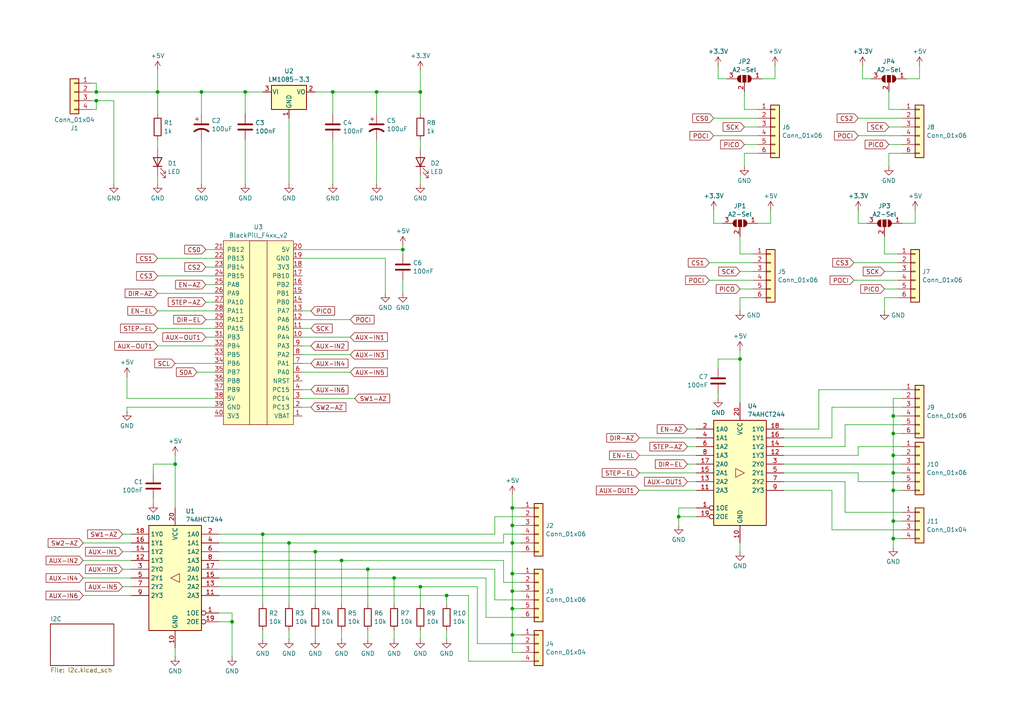
<source format=kicad_sch>
(kicad_sch
	(version 20231120)
	(generator "eeschema")
	(generator_version "8.0")
	(uuid "c1caf198-39aa-41db-9fe6-a03bb1951cde")
	(paper "A4")
	
	(junction
		(at 148.59 157.48)
		(diameter 0)
		(color 0 0 0 0)
		(uuid "0178c2bd-7e0a-47a1-9806-acd96fb6df3f")
	)
	(junction
		(at 45.72 26.67)
		(diameter 0)
		(color 0 0 0 0)
		(uuid "053b6d78-a754-4fdd-83cc-00c072db8a8e")
	)
	(junction
		(at 121.92 170.18)
		(diameter 0)
		(color 0 0 0 0)
		(uuid "083e1d37-4b3d-493d-a7c3-4bbe8afc80f7")
	)
	(junction
		(at 106.68 165.1)
		(diameter 0)
		(color 0 0 0 0)
		(uuid "13ee5076-23ad-4f21-b18c-c0cf0c14cb4b")
	)
	(junction
		(at 259.08 132.08)
		(diameter 0)
		(color 0 0 0 0)
		(uuid "2a22a0f7-ac75-4e9b-b0aa-044a481b6901")
	)
	(junction
		(at 99.06 162.56)
		(diameter 0)
		(color 0 0 0 0)
		(uuid "2f70c57c-066c-47c7-959f-16a276f4e1d6")
	)
	(junction
		(at 58.42 26.67)
		(diameter 0)
		(color 0 0 0 0)
		(uuid "30180804-8a51-4a80-a775-46444f2976e3")
	)
	(junction
		(at 109.22 26.67)
		(diameter 0)
		(color 0 0 0 0)
		(uuid "34c91c80-3ae0-40f1-988c-ca04de2eba24")
	)
	(junction
		(at 259.08 142.24)
		(diameter 0)
		(color 0 0 0 0)
		(uuid "4c237443-8baa-42e7-8778-868a6e2c8c67")
	)
	(junction
		(at 121.92 26.67)
		(diameter 0)
		(color 0 0 0 0)
		(uuid "4e338f85-c3f1-4bc4-ad1c-5b55a3056017")
	)
	(junction
		(at 259.08 137.16)
		(diameter 0)
		(color 0 0 0 0)
		(uuid "59703cda-93f3-4e59-a73b-8232d1be959f")
	)
	(junction
		(at 148.59 147.32)
		(diameter 0)
		(color 0 0 0 0)
		(uuid "63e3a44a-5685-46f5-b350-b34b43806400")
	)
	(junction
		(at 76.2 154.94)
		(diameter 0)
		(color 0 0 0 0)
		(uuid "6855dd30-90b7-4cdb-9ad0-6505e7e2b611")
	)
	(junction
		(at 148.59 166.37)
		(diameter 0)
		(color 0 0 0 0)
		(uuid "6cdedb91-8b27-4422-aeeb-ab3b18b16277")
	)
	(junction
		(at 148.59 176.53)
		(diameter 0)
		(color 0 0 0 0)
		(uuid "7ba07608-b007-4fba-a739-8f55c2366993")
	)
	(junction
		(at 148.59 152.4)
		(diameter 0)
		(color 0 0 0 0)
		(uuid "7c0c0135-ca18-4b79-b36d-21d1afcc8ec3")
	)
	(junction
		(at 214.63 104.14)
		(diameter 0)
		(color 0 0 0 0)
		(uuid "8ac0dd6d-6513-48c3-8f46-6ca01b0c3ee8")
	)
	(junction
		(at 83.82 157.48)
		(diameter 0)
		(color 0 0 0 0)
		(uuid "8e24277b-ebf9-43d9-acbb-239d5c307150")
	)
	(junction
		(at 259.08 156.21)
		(diameter 0)
		(color 0 0 0 0)
		(uuid "92e23385-5172-49e3-9bee-ec18b6418080")
	)
	(junction
		(at 27.94 29.21)
		(diameter 0)
		(color 0 0 0 0)
		(uuid "9a2945ac-0659-463f-b21b-517112988b3c")
	)
	(junction
		(at 148.59 184.15)
		(diameter 0)
		(color 0 0 0 0)
		(uuid "9a3ff032-bc60-4866-a2f2-6824b43f41f1")
	)
	(junction
		(at 114.3 167.64)
		(diameter 0)
		(color 0 0 0 0)
		(uuid "9aa7d8d7-945d-4cf7-b0fc-f416fd100cb1")
	)
	(junction
		(at 96.52 26.67)
		(diameter 0)
		(color 0 0 0 0)
		(uuid "a043115b-d2ec-48cd-b772-2a66c4003e8b")
	)
	(junction
		(at 148.59 171.45)
		(diameter 0)
		(color 0 0 0 0)
		(uuid "a505108d-3054-4789-8ae7-df76c8d666b6")
	)
	(junction
		(at 196.85 149.86)
		(diameter 0)
		(color 0 0 0 0)
		(uuid "a9b7e355-a174-415e-be9f-cd612b2dce34")
	)
	(junction
		(at 259.08 120.65)
		(diameter 0)
		(color 0 0 0 0)
		(uuid "ab1c9bbd-a632-4876-b3d0-6f5313bce5c2")
	)
	(junction
		(at 129.54 172.72)
		(diameter 0)
		(color 0 0 0 0)
		(uuid "b2484279-26e0-4290-98c7-64f2f103af3c")
	)
	(junction
		(at 116.84 72.39)
		(diameter 0)
		(color 0 0 0 0)
		(uuid "dd19121d-b811-449e-8462-04e04d4e0207")
	)
	(junction
		(at 259.08 151.13)
		(diameter 0)
		(color 0 0 0 0)
		(uuid "df5dd5c9-847b-4bc9-ad36-7ef1f5a36593")
	)
	(junction
		(at 27.94 26.67)
		(diameter 0)
		(color 0 0 0 0)
		(uuid "e0e73a42-f93d-48d1-9e36-d7ef38c6f090")
	)
	(junction
		(at 259.08 125.73)
		(diameter 0)
		(color 0 0 0 0)
		(uuid "e510e66f-7a70-4fab-b49c-03afcfef8f9b")
	)
	(junction
		(at 71.12 26.67)
		(diameter 0)
		(color 0 0 0 0)
		(uuid "e5345c80-4399-4e75-af2b-0685f3b4cbcd")
	)
	(junction
		(at 50.8 134.62)
		(diameter 0)
		(color 0 0 0 0)
		(uuid "ef89ae4e-e27b-4990-98c1-66154eb4337e")
	)
	(junction
		(at 91.44 160.02)
		(diameter 0)
		(color 0 0 0 0)
		(uuid "f85b394f-fa45-419e-b737-6dbb2f9da894")
	)
	(junction
		(at 67.31 180.34)
		(diameter 0)
		(color 0 0 0 0)
		(uuid "ffe2dfc4-be22-4dfc-b437-c367b0e1ae4c")
	)
	(wire
		(pts
			(xy 148.59 143.51) (xy 148.59 147.32)
		)
		(stroke
			(width 0)
			(type default)
		)
		(uuid "00dcbc8f-6d69-4816-9d88-02c32ed5e54f")
	)
	(wire
		(pts
			(xy 76.2 182.88) (xy 76.2 185.42)
		)
		(stroke
			(width 0)
			(type default)
		)
		(uuid "027fc52d-06a4-4f4d-b867-97b93eda525b")
	)
	(wire
		(pts
			(xy 148.59 147.32) (xy 148.59 152.4)
		)
		(stroke
			(width 0)
			(type default)
		)
		(uuid "04cb8872-96c3-42d5-a162-5b2d40e124b4")
	)
	(wire
		(pts
			(xy 148.59 176.53) (xy 151.13 176.53)
		)
		(stroke
			(width 0)
			(type default)
		)
		(uuid "0555ba9b-94f6-4056-aab3-3092d5de2ac9")
	)
	(wire
		(pts
			(xy 36.83 118.11) (xy 62.23 118.11)
		)
		(stroke
			(width 0)
			(type default)
		)
		(uuid "07fa662e-215f-4bd9-a2e1-8b9944acd573")
	)
	(wire
		(pts
			(xy 121.92 50.8) (xy 121.92 53.34)
		)
		(stroke
			(width 0)
			(type default)
		)
		(uuid "08feb103-77a4-4727-b10b-ab7ae5b91d2a")
	)
	(wire
		(pts
			(xy 58.42 40.64) (xy 58.42 53.34)
		)
		(stroke
			(width 0)
			(type default)
		)
		(uuid "0c7e452e-7ee5-45b5-b22d-ba710fbcd10e")
	)
	(wire
		(pts
			(xy 148.59 171.45) (xy 151.13 171.45)
		)
		(stroke
			(width 0)
			(type default)
		)
		(uuid "0cc2b629-8d5d-4926-a155-81f38338533c")
	)
	(wire
		(pts
			(xy 35.56 160.02) (xy 38.1 160.02)
		)
		(stroke
			(width 0)
			(type default)
		)
		(uuid "0d004969-00e3-4c17-81f8-3c73de591be0")
	)
	(wire
		(pts
			(xy 151.13 173.99) (xy 143.51 173.99)
		)
		(stroke
			(width 0)
			(type default)
		)
		(uuid "0e021285-6fb4-42e7-b2c2-0db9096d6932")
	)
	(wire
		(pts
			(xy 87.63 72.39) (xy 116.84 72.39)
		)
		(stroke
			(width 0)
			(type default)
		)
		(uuid "0e0212c9-8c33-4d26-91e3-72d616eaad15")
	)
	(wire
		(pts
			(xy 262.89 22.86) (xy 266.7 22.86)
		)
		(stroke
			(width 0)
			(type default)
		)
		(uuid "0fd53a82-88e2-44f3-a0dc-1a9a3ecd004f")
	)
	(wire
		(pts
			(xy 24.13 162.56) (xy 38.1 162.56)
		)
		(stroke
			(width 0)
			(type default)
		)
		(uuid "115de75c-0271-4749-acf6-90001f11cea6")
	)
	(wire
		(pts
			(xy 50.8 134.62) (xy 50.8 147.32)
		)
		(stroke
			(width 0)
			(type default)
		)
		(uuid "11af728b-922e-4ee6-bdd4-adfb23b330e2")
	)
	(wire
		(pts
			(xy 35.56 154.94) (xy 38.1 154.94)
		)
		(stroke
			(width 0)
			(type default)
		)
		(uuid "14097aaf-0c2f-4912-b251-29903e7019c0")
	)
	(wire
		(pts
			(xy 208.28 106.68) (xy 208.28 104.14)
		)
		(stroke
			(width 0)
			(type default)
		)
		(uuid "168ebbc3-049e-4f54-bd81-4e5e84bc3ede")
	)
	(wire
		(pts
			(xy 121.92 170.18) (xy 138.43 170.18)
		)
		(stroke
			(width 0)
			(type default)
		)
		(uuid "1770ee0e-39b6-41d0-8546-23d8caec6485")
	)
	(wire
		(pts
			(xy 87.63 92.71) (xy 101.6 92.71)
		)
		(stroke
			(width 0)
			(type default)
		)
		(uuid "17d1163b-535f-4f14-9bd1-3781a7cd154f")
	)
	(wire
		(pts
			(xy 250.19 19.05) (xy 250.19 22.86)
		)
		(stroke
			(width 0)
			(type default)
		)
		(uuid "180ffebe-fb0d-4a7a-b124-d2cabe2d268f")
	)
	(wire
		(pts
			(xy 27.94 26.67) (xy 45.72 26.67)
		)
		(stroke
			(width 0)
			(type default)
		)
		(uuid "191485bc-977f-451c-8693-f1c93aa01e4d")
	)
	(wire
		(pts
			(xy 208.28 19.05) (xy 208.28 22.86)
		)
		(stroke
			(width 0)
			(type default)
		)
		(uuid "1a687efc-bc01-4711-b1c9-f5f03da6ed2e")
	)
	(wire
		(pts
			(xy 116.84 81.28) (xy 116.84 85.09)
		)
		(stroke
			(width 0)
			(type default)
		)
		(uuid "1c7faee6-36f5-4a95-8730-d2892c831425")
	)
	(wire
		(pts
			(xy 71.12 40.64) (xy 71.12 53.34)
		)
		(stroke
			(width 0)
			(type default)
		)
		(uuid "1d0d5e65-0742-446b-a1b8-fb58ee00cc62")
	)
	(wire
		(pts
			(xy 196.85 149.86) (xy 196.85 152.4)
		)
		(stroke
			(width 0)
			(type default)
		)
		(uuid "208ad7bd-9172-4247-92be-7c981e322359")
	)
	(wire
		(pts
			(xy 109.22 40.64) (xy 109.22 53.34)
		)
		(stroke
			(width 0)
			(type default)
		)
		(uuid "21e3cc21-d788-4061-8671-4e706e182b30")
	)
	(wire
		(pts
			(xy 148.59 176.53) (xy 148.59 184.15)
		)
		(stroke
			(width 0)
			(type default)
		)
		(uuid "233ef007-88f5-4874-af33-a9279ad47ade")
	)
	(wire
		(pts
			(xy 259.08 137.16) (xy 261.62 137.16)
		)
		(stroke
			(width 0)
			(type default)
		)
		(uuid "270584c3-c13d-472a-ac89-7ad168480647")
	)
	(wire
		(pts
			(xy 106.68 182.88) (xy 106.68 185.42)
		)
		(stroke
			(width 0)
			(type default)
		)
		(uuid "27160a86-13ee-4e96-9918-ef2d1db7a06a")
	)
	(wire
		(pts
			(xy 63.5 177.8) (xy 67.31 177.8)
		)
		(stroke
			(width 0)
			(type default)
		)
		(uuid "287f1eb1-efff-4aa6-a9bd-a01d53136689")
	)
	(wire
		(pts
			(xy 57.15 107.95) (xy 62.23 107.95)
		)
		(stroke
			(width 0)
			(type default)
		)
		(uuid "29b541e0-3a38-4915-850c-467d4aa7c67c")
	)
	(wire
		(pts
			(xy 185.42 142.24) (xy 201.93 142.24)
		)
		(stroke
			(width 0)
			(type default)
		)
		(uuid "2b6ee5a5-292a-4f92-b0c3-579527565104")
	)
	(wire
		(pts
			(xy 45.72 80.01) (xy 62.23 80.01)
		)
		(stroke
			(width 0)
			(type default)
		)
		(uuid "2b965b8c-a7cc-4a39-b73f-188d410a17ba")
	)
	(wire
		(pts
			(xy 96.52 26.67) (xy 109.22 26.67)
		)
		(stroke
			(width 0)
			(type default)
		)
		(uuid "2d33a81e-e531-40bd-a902-1ab6eb496027")
	)
	(wire
		(pts
			(xy 45.72 50.8) (xy 45.72 53.34)
		)
		(stroke
			(width 0)
			(type default)
		)
		(uuid "2e5fbcc3-911b-4f7d-8635-da10430ecdf4")
	)
	(wire
		(pts
			(xy 63.5 162.56) (xy 99.06 162.56)
		)
		(stroke
			(width 0)
			(type default)
		)
		(uuid "2e706cbf-055d-43ac-b365-2cdc04088f94")
	)
	(wire
		(pts
			(xy 261.62 44.45) (xy 257.81 44.45)
		)
		(stroke
			(width 0)
			(type default)
		)
		(uuid "2eed5c52-d276-4b27-8351-32148b4eda07")
	)
	(wire
		(pts
			(xy 148.59 152.4) (xy 151.13 152.4)
		)
		(stroke
			(width 0)
			(type default)
		)
		(uuid "2f2f60df-1eb7-4420-bbd0-413f3094b53e")
	)
	(wire
		(pts
			(xy 50.8 105.41) (xy 62.23 105.41)
		)
		(stroke
			(width 0)
			(type default)
		)
		(uuid "30113e4d-506a-46a0-b8ac-5fcfb77d252c")
	)
	(wire
		(pts
			(xy 36.83 109.22) (xy 36.83 115.57)
		)
		(stroke
			(width 0)
			(type default)
		)
		(uuid "3026f348-33d8-439f-aec6-cb949e2180a8")
	)
	(wire
		(pts
			(xy 87.63 105.41) (xy 90.17 105.41)
		)
		(stroke
			(width 0)
			(type default)
		)
		(uuid "30275c4b-6a68-4ce0-9881-d0ce46a9b7ec")
	)
	(wire
		(pts
			(xy 121.92 26.67) (xy 121.92 33.02)
		)
		(stroke
			(width 0)
			(type default)
		)
		(uuid "3045edf0-f42a-4943-8f4c-c3ad3979a285")
	)
	(wire
		(pts
			(xy 45.72 95.25) (xy 62.23 95.25)
		)
		(stroke
			(width 0)
			(type default)
		)
		(uuid "304cbe2e-eac1-43c9-9d81-c67c81ff9dbb")
	)
	(wire
		(pts
			(xy 36.83 119.38) (xy 36.83 118.11)
		)
		(stroke
			(width 0)
			(type default)
		)
		(uuid "30c6d308-ecf0-434e-bebc-d75edfdaf963")
	)
	(wire
		(pts
			(xy 237.49 124.46) (xy 227.33 124.46)
		)
		(stroke
			(width 0)
			(type default)
		)
		(uuid "30dd93f3-cda7-4a90-bba2-90a1f5829e3f")
	)
	(wire
		(pts
			(xy 116.84 72.39) (xy 116.84 73.66)
		)
		(stroke
			(width 0)
			(type default)
		)
		(uuid "33bc6786-aeeb-4049-a2c5-03259e244d85")
	)
	(wire
		(pts
			(xy 257.81 26.67) (xy 257.81 31.75)
		)
		(stroke
			(width 0)
			(type default)
		)
		(uuid "33d67b0b-00e4-4d65-9b79-7046052d062f")
	)
	(wire
		(pts
			(xy 135.89 191.77) (xy 151.13 191.77)
		)
		(stroke
			(width 0)
			(type default)
		)
		(uuid "3818f2e9-2a9b-4fd9-bfcf-123327878d5e")
	)
	(wire
		(pts
			(xy 121.92 182.88) (xy 121.92 185.42)
		)
		(stroke
			(width 0)
			(type default)
		)
		(uuid "38216aaf-c0f2-4e8c-a747-c910e6084ad0")
	)
	(wire
		(pts
			(xy 109.22 26.67) (xy 121.92 26.67)
		)
		(stroke
			(width 0)
			(type default)
		)
		(uuid "3a348185-b2c4-4998-8ba6-35e14ccf2faa")
	)
	(wire
		(pts
			(xy 87.63 113.03) (xy 90.17 113.03)
		)
		(stroke
			(width 0)
			(type default)
		)
		(uuid "3ac79e29-c853-470a-9c5a-e28ef7792e5a")
	)
	(wire
		(pts
			(xy 219.71 44.45) (xy 215.9 44.45)
		)
		(stroke
			(width 0)
			(type default)
		)
		(uuid "3d0b595f-ecda-4982-a5e4-31b2a6bbbde5")
	)
	(wire
		(pts
			(xy 259.08 151.13) (xy 261.62 151.13)
		)
		(stroke
			(width 0)
			(type default)
		)
		(uuid "3d60634f-875e-43a0-8fc8-283d21524b10")
	)
	(wire
		(pts
			(xy 199.39 124.46) (xy 201.93 124.46)
		)
		(stroke
			(width 0)
			(type default)
		)
		(uuid "3dfe7eee-0352-474e-8fbb-2b592bd86e23")
	)
	(wire
		(pts
			(xy 121.92 26.67) (xy 121.92 20.32)
		)
		(stroke
			(width 0)
			(type default)
		)
		(uuid "3e06aa41-527a-4fd0-b277-1ad97a7ccf29")
	)
	(wire
		(pts
			(xy 146.05 168.91) (xy 146.05 162.56)
		)
		(stroke
			(width 0)
			(type default)
		)
		(uuid "3efe059a-fc56-4170-ab59-e1569082309f")
	)
	(wire
		(pts
			(xy 207.01 34.29) (xy 219.71 34.29)
		)
		(stroke
			(width 0)
			(type default)
		)
		(uuid "404d48cf-8ea2-41f7-9458-1b9888866361")
	)
	(wire
		(pts
			(xy 148.59 152.4) (xy 148.59 157.48)
		)
		(stroke
			(width 0)
			(type default)
		)
		(uuid "406a018f-152c-42c9-b642-4fa61f62b209")
	)
	(wire
		(pts
			(xy 143.51 154.94) (xy 76.2 154.94)
		)
		(stroke
			(width 0)
			(type default)
		)
		(uuid "414a7750-1f69-4dad-ae9c-9f50e33f1b58")
	)
	(wire
		(pts
			(xy 245.11 129.54) (xy 227.33 129.54)
		)
		(stroke
			(width 0)
			(type default)
		)
		(uuid "43a425d7-4974-484d-9988-26ee5c2b72af")
	)
	(wire
		(pts
			(xy 261.62 139.7) (xy 248.92 139.7)
		)
		(stroke
			(width 0)
			(type default)
		)
		(uuid "445e3e21-fb9c-49f0-aa0b-ce19fa6e90f9")
	)
	(wire
		(pts
			(xy 227.33 142.24) (xy 241.3 142.24)
		)
		(stroke
			(width 0)
			(type default)
		)
		(uuid "454a43f2-f276-463f-adcf-97caf8e31c96")
	)
	(wire
		(pts
			(xy 248.92 132.08) (xy 227.33 132.08)
		)
		(stroke
			(width 0)
			(type default)
		)
		(uuid "4716f362-f676-4e7c-8fe9-8476285effef")
	)
	(wire
		(pts
			(xy 91.44 160.02) (xy 151.13 160.02)
		)
		(stroke
			(width 0)
			(type default)
		)
		(uuid "494d7ed4-8c11-4aa0-8fe7-ef1900c8623d")
	)
	(wire
		(pts
			(xy 63.5 172.72) (xy 129.54 172.72)
		)
		(stroke
			(width 0)
			(type default)
		)
		(uuid "4a05a5cd-c898-4191-b730-6b429b35ec21")
	)
	(wire
		(pts
			(xy 208.28 114.3) (xy 208.28 115.57)
		)
		(stroke
			(width 0)
			(type default)
		)
		(uuid "4b98e17b-0704-41dd-9abe-2961c0506501")
	)
	(wire
		(pts
			(xy 138.43 186.69) (xy 151.13 186.69)
		)
		(stroke
			(width 0)
			(type default)
		)
		(uuid "4d7a9f0f-e004-40ca-9f88-32deb3f36efa")
	)
	(wire
		(pts
			(xy 106.68 165.1) (xy 106.68 175.26)
		)
		(stroke
			(width 0)
			(type default)
		)
		(uuid "4fec17ee-2fb1-4e29-9ed9-513e89fe610d")
	)
	(wire
		(pts
			(xy 114.3 167.64) (xy 114.3 175.26)
		)
		(stroke
			(width 0)
			(type default)
		)
		(uuid "508f932b-b6dd-43bc-ada4-55940890d730")
	)
	(wire
		(pts
			(xy 96.52 40.64) (xy 96.52 53.34)
		)
		(stroke
			(width 0)
			(type default)
		)
		(uuid "50aa3d97-997d-4fd6-ab54-567b482f45ea")
	)
	(wire
		(pts
			(xy 248.92 129.54) (xy 248.92 132.08)
		)
		(stroke
			(width 0)
			(type default)
		)
		(uuid "5321a063-6a51-4eb1-aa62-f65f235e0f12")
	)
	(wire
		(pts
			(xy 265.43 64.77) (xy 265.43 60.96)
		)
		(stroke
			(width 0)
			(type default)
		)
		(uuid "53a1d026-179d-426a-882c-5ce0add475ee")
	)
	(wire
		(pts
			(xy 257.81 41.91) (xy 261.62 41.91)
		)
		(stroke
			(width 0)
			(type default)
		)
		(uuid "53d771fc-9657-4eb2-a128-ec5da09da939")
	)
	(wire
		(pts
			(xy 135.89 172.72) (xy 135.89 191.77)
		)
		(stroke
			(width 0)
			(type default)
		)
		(uuid "53d95bfa-93f2-49c0-a54b-2fe4c2f91756")
	)
	(wire
		(pts
			(xy 241.3 153.67) (xy 261.62 153.67)
		)
		(stroke
			(width 0)
			(type default)
		)
		(uuid "54262ca3-ac68-4a62-a405-f26825392842")
	)
	(wire
		(pts
			(xy 63.5 167.64) (xy 114.3 167.64)
		)
		(stroke
			(width 0)
			(type default)
		)
		(uuid "547822b7-8261-41f4-9761-b7f753d39513")
	)
	(wire
		(pts
			(xy 224.79 22.86) (xy 224.79 19.05)
		)
		(stroke
			(width 0)
			(type default)
		)
		(uuid "552848fa-2540-40fe-a2ec-740a859d829c")
	)
	(wire
		(pts
			(xy 207.01 64.77) (xy 209.55 64.77)
		)
		(stroke
			(width 0)
			(type default)
		)
		(uuid "55a7022a-0d03-4d11-ba65-900e0aa329e5")
	)
	(wire
		(pts
			(xy 250.19 22.86) (xy 252.73 22.86)
		)
		(stroke
			(width 0)
			(type default)
		)
		(uuid "5684e5cf-6465-4960-8753-b85d8aa62bb9")
	)
	(wire
		(pts
			(xy 138.43 170.18) (xy 138.43 186.69)
		)
		(stroke
			(width 0)
			(type default)
		)
		(uuid "56921b23-ae4d-4013-a6e5-4d0f2d0c914e")
	)
	(wire
		(pts
			(xy 121.92 40.64) (xy 121.92 43.18)
		)
		(stroke
			(width 0)
			(type default)
		)
		(uuid "5760cb29-1335-4b83-b163-d4aba02f07d4")
	)
	(wire
		(pts
			(xy 63.5 180.34) (xy 67.31 180.34)
		)
		(stroke
			(width 0)
			(type default)
		)
		(uuid "59c71e52-97ab-4a28-bf3e-b0140827f9b8")
	)
	(wire
		(pts
			(xy 140.97 179.07) (xy 140.97 167.64)
		)
		(stroke
			(width 0)
			(type default)
		)
		(uuid "5a274ee4-5bc4-477c-b41b-8dccb3049ac3")
	)
	(wire
		(pts
			(xy 24.13 157.48) (xy 38.1 157.48)
		)
		(stroke
			(width 0)
			(type default)
		)
		(uuid "5a3c7345-8ea5-4c3e-a44c-0befbe44ea14")
	)
	(wire
		(pts
			(xy 109.22 26.67) (xy 109.22 33.02)
		)
		(stroke
			(width 0)
			(type default)
		)
		(uuid "5b8c8116-deb3-4d7b-b410-a2763f24add4")
	)
	(wire
		(pts
			(xy 248.92 34.29) (xy 261.62 34.29)
		)
		(stroke
			(width 0)
			(type default)
		)
		(uuid "5bae489a-548e-417e-947c-9c6dc3eea9aa")
	)
	(wire
		(pts
			(xy 214.63 157.48) (xy 214.63 160.02)
		)
		(stroke
			(width 0)
			(type default)
		)
		(uuid "5d473302-3f88-4d6d-8355-2bdec71d0073")
	)
	(wire
		(pts
			(xy 45.72 26.67) (xy 45.72 33.02)
		)
		(stroke
			(width 0)
			(type default)
		)
		(uuid "5fc43854-b24e-4b02-a34e-df96ee03167e")
	)
	(wire
		(pts
			(xy 256.54 86.36) (xy 256.54 90.17)
		)
		(stroke
			(width 0)
			(type default)
		)
		(uuid "5fe3e5ff-91be-4c6d-b6b6-1c2ce92fadb0")
	)
	(wire
		(pts
			(xy 71.12 26.67) (xy 76.2 26.67)
		)
		(stroke
			(width 0)
			(type default)
		)
		(uuid "61118c49-867a-4e1b-9e0b-b5ab3dba1810")
	)
	(wire
		(pts
			(xy 151.13 149.86) (xy 143.51 149.86)
		)
		(stroke
			(width 0)
			(type default)
		)
		(uuid "62e4cd9b-f1c8-4561-9340-cc241cccc774")
	)
	(wire
		(pts
			(xy 63.5 165.1) (xy 106.68 165.1)
		)
		(stroke
			(width 0)
			(type default)
		)
		(uuid "63fb8e73-04ea-43f7-8efd-d881f4e4683b")
	)
	(wire
		(pts
			(xy 185.42 137.16) (xy 201.93 137.16)
		)
		(stroke
			(width 0)
			(type default)
		)
		(uuid "649858b2-b4bc-4312-ab53-d90d3ac1ebcf")
	)
	(wire
		(pts
			(xy 260.35 86.36) (xy 256.54 86.36)
		)
		(stroke
			(width 0)
			(type default)
		)
		(uuid "64dd1bfa-9219-495e-a36f-023af554172a")
	)
	(wire
		(pts
			(xy 27.94 24.13) (xy 27.94 26.67)
		)
		(stroke
			(width 0)
			(type default)
		)
		(uuid "66ca106f-2251-4058-b3dc-0c8a9ba0a457")
	)
	(wire
		(pts
			(xy 199.39 139.7) (xy 201.93 139.7)
		)
		(stroke
			(width 0)
			(type default)
		)
		(uuid "66eb54a8-d868-4457-bc0f-61e64433344f")
	)
	(wire
		(pts
			(xy 87.63 118.11) (xy 90.17 118.11)
		)
		(stroke
			(width 0)
			(type default)
		)
		(uuid "681857bf-1bd8-4fb2-b44e-7cb80da65da7")
	)
	(wire
		(pts
			(xy 59.69 82.55) (xy 62.23 82.55)
		)
		(stroke
			(width 0)
			(type default)
		)
		(uuid "69aaba23-a02b-41b3-a14a-8dc81668ea9f")
	)
	(wire
		(pts
			(xy 261.62 125.73) (xy 259.08 125.73)
		)
		(stroke
			(width 0)
			(type default)
		)
		(uuid "6b485eda-8941-43c3-9341-ca0028b62cdd")
	)
	(wire
		(pts
			(xy 219.71 31.75) (xy 215.9 31.75)
		)
		(stroke
			(width 0)
			(type default)
		)
		(uuid "6dcb020b-c8f5-4f98-b0d9-f3a75654e779")
	)
	(wire
		(pts
			(xy 45.72 100.33) (xy 62.23 100.33)
		)
		(stroke
			(width 0)
			(type default)
		)
		(uuid "6e995bf0-0738-4af2-b2b8-0a88e2c22597")
	)
	(wire
		(pts
			(xy 208.28 104.14) (xy 214.63 104.14)
		)
		(stroke
			(width 0)
			(type default)
		)
		(uuid "707e7a83-7b69-42d0-9c80-41d68d3d2f7c")
	)
	(wire
		(pts
			(xy 83.82 157.48) (xy 146.05 157.48)
		)
		(stroke
			(width 0)
			(type default)
		)
		(uuid "716ead42-c8f7-4bda-940f-414aab43e635")
	)
	(wire
		(pts
			(xy 59.69 72.39) (xy 62.23 72.39)
		)
		(stroke
			(width 0)
			(type default)
		)
		(uuid "71b45e69-89b3-49ca-9987-85d9c78b637c")
	)
	(wire
		(pts
			(xy 87.63 97.79) (xy 101.6 97.79)
		)
		(stroke
			(width 0)
			(type default)
		)
		(uuid "73735916-ca85-474d-88f9-ceedffa05045")
	)
	(wire
		(pts
			(xy 91.44 182.88) (xy 91.44 185.42)
		)
		(stroke
			(width 0)
			(type default)
		)
		(uuid "75a8f142-4242-46c9-834a-4f6b943ba8dc")
	)
	(wire
		(pts
			(xy 35.56 170.18) (xy 38.1 170.18)
		)
		(stroke
			(width 0)
			(type default)
		)
		(uuid "77b7e360-52e7-4f85-88d7-911c66381bf5")
	)
	(wire
		(pts
			(xy 248.92 64.77) (xy 251.46 64.77)
		)
		(stroke
			(width 0)
			(type default)
		)
		(uuid "787386e5-c190-4074-ba58-1aa6f7f6501d")
	)
	(wire
		(pts
			(xy 259.08 132.08) (xy 259.08 137.16)
		)
		(stroke
			(width 0)
			(type default)
		)
		(uuid "78f305e4-6637-4d1e-a062-737e937c10bf")
	)
	(wire
		(pts
			(xy 83.82 34.29) (xy 83.82 53.34)
		)
		(stroke
			(width 0)
			(type default)
		)
		(uuid "799cc251-1da4-4e0b-b3bd-71b377383b9e")
	)
	(wire
		(pts
			(xy 58.42 26.67) (xy 45.72 26.67)
		)
		(stroke
			(width 0)
			(type default)
		)
		(uuid "79e801b9-2328-45a8-be68-e95a6a7e1690")
	)
	(wire
		(pts
			(xy 114.3 167.64) (xy 140.97 167.64)
		)
		(stroke
			(width 0)
			(type default)
		)
		(uuid "7b3eabdf-4bc7-49ff-bf17-152a7aaab2dd")
	)
	(wire
		(pts
			(xy 99.06 162.56) (xy 146.05 162.56)
		)
		(stroke
			(width 0)
			(type default)
		)
		(uuid "7cd7d905-570a-4199-90f4-a7c90899d55d")
	)
	(wire
		(pts
			(xy 227.33 139.7) (xy 245.11 139.7)
		)
		(stroke
			(width 0)
			(type default)
		)
		(uuid "7cfc98f0-556c-41b2-bf34-8861e2ba8dd2")
	)
	(wire
		(pts
			(xy 71.12 26.67) (xy 71.12 33.02)
		)
		(stroke
			(width 0)
			(type default)
		)
		(uuid "7f0643f6-3826-4ee7-afd7-ad747b65a74b")
	)
	(wire
		(pts
			(xy 63.5 170.18) (xy 121.92 170.18)
		)
		(stroke
			(width 0)
			(type default)
		)
		(uuid "7f26da72-15ca-4fa8-9bc6-4b6d2899cfa9")
	)
	(wire
		(pts
			(xy 24.13 172.72) (xy 38.1 172.72)
		)
		(stroke
			(width 0)
			(type default)
		)
		(uuid "7fc119d4-f04d-4395-b6b7-f853192251ba")
	)
	(wire
		(pts
			(xy 205.74 76.2) (xy 218.44 76.2)
		)
		(stroke
			(width 0)
			(type default)
		)
		(uuid "81376fa9-4865-4958-b3cd-467ac49824c5")
	)
	(wire
		(pts
			(xy 215.9 26.67) (xy 215.9 31.75)
		)
		(stroke
			(width 0)
			(type default)
		)
		(uuid "82538ae7-172d-4a8c-ae87-7b09e617fbf6")
	)
	(wire
		(pts
			(xy 257.81 44.45) (xy 257.81 48.26)
		)
		(stroke
			(width 0)
			(type default)
		)
		(uuid "854fa227-9626-4f09-ae6e-fa58a27f453f")
	)
	(wire
		(pts
			(xy 260.35 73.66) (xy 256.54 73.66)
		)
		(stroke
			(width 0)
			(type default)
		)
		(uuid "85eba505-4e18-498b-8cb7-007d9efe2d4b")
	)
	(wire
		(pts
			(xy 214.63 104.14) (xy 214.63 116.84)
		)
		(stroke
			(width 0)
			(type default)
		)
		(uuid "873ec176-ec9a-4ffc-9264-07ac81179b04")
	)
	(wire
		(pts
			(xy 59.69 77.47) (xy 62.23 77.47)
		)
		(stroke
			(width 0)
			(type default)
		)
		(uuid "8750eb36-0159-4fcc-a575-6cd5e9f1ab22")
	)
	(wire
		(pts
			(xy 148.59 147.32) (xy 151.13 147.32)
		)
		(stroke
			(width 0)
			(type default)
		)
		(uuid "8810fd35-222b-4892-b433-5f0606d237a5")
	)
	(wire
		(pts
			(xy 214.63 83.82) (xy 218.44 83.82)
		)
		(stroke
			(width 0)
			(type default)
		)
		(uuid "88d9404d-7e2d-4c85-97bd-aea3963a9ee9")
	)
	(wire
		(pts
			(xy 247.65 81.28) (xy 260.35 81.28)
		)
		(stroke
			(width 0)
			(type default)
		)
		(uuid "899ada8a-9d73-4bfe-bc16-6f19c5a15703")
	)
	(wire
		(pts
			(xy 44.45 137.16) (xy 44.45 134.62)
		)
		(stroke
			(width 0)
			(type default)
		)
		(uuid "8a31beea-5403-4f6d-9472-c1f4e166986a")
	)
	(wire
		(pts
			(xy 205.74 81.28) (xy 218.44 81.28)
		)
		(stroke
			(width 0)
			(type default)
		)
		(uuid "8b4fdc3c-c2b0-47ef-9377-434063914675")
	)
	(wire
		(pts
			(xy 261.62 129.54) (xy 248.92 129.54)
		)
		(stroke
			(width 0)
			(type default)
		)
		(uuid "8b59d4ec-3fbb-48ce-85fc-5ee6a7af4714")
	)
	(wire
		(pts
			(xy 148.59 184.15) (xy 151.13 184.15)
		)
		(stroke
			(width 0)
			(type default)
		)
		(uuid "8bcb9a7e-bfa9-4fd7-8b86-9aeeff72d4ad")
	)
	(wire
		(pts
			(xy 248.92 137.16) (xy 227.33 137.16)
		)
		(stroke
			(width 0)
			(type default)
		)
		(uuid "8be5a974-0eae-447b-b932-fab4388aeeb4")
	)
	(wire
		(pts
			(xy 148.59 171.45) (xy 148.59 176.53)
		)
		(stroke
			(width 0)
			(type default)
		)
		(uuid "8bf40ca8-8f1c-471a-942a-567b10be294a")
	)
	(wire
		(pts
			(xy 241.3 142.24) (xy 241.3 153.67)
		)
		(stroke
			(width 0)
			(type default)
		)
		(uuid "8c7c479b-1bb0-4855-bb30-b6d8435b8cd2")
	)
	(wire
		(pts
			(xy 148.59 184.15) (xy 148.59 189.23)
		)
		(stroke
			(width 0)
			(type default)
		)
		(uuid "8c876b7c-9a53-455e-8443-c3ef588492c9")
	)
	(wire
		(pts
			(xy 83.82 182.88) (xy 83.82 185.42)
		)
		(stroke
			(width 0)
			(type default)
		)
		(uuid "8da032c8-0276-475a-a7a7-facc574720db")
	)
	(wire
		(pts
			(xy 148.59 166.37) (xy 148.59 171.45)
		)
		(stroke
			(width 0)
			(type default)
		)
		(uuid "8dbbb99b-fb16-44c6-a250-80359b46c93c")
	)
	(wire
		(pts
			(xy 76.2 154.94) (xy 76.2 175.26)
		)
		(stroke
			(width 0)
			(type default)
		)
		(uuid "8e46b061-56d9-48d1-94c9-fdf064fa7458")
	)
	(wire
		(pts
			(xy 148.59 189.23) (xy 151.13 189.23)
		)
		(stroke
			(width 0)
			(type default)
		)
		(uuid "8e77a253-5668-49f3-bade-dd0bcf25267a")
	)
	(wire
		(pts
			(xy 261.62 123.19) (xy 245.11 123.19)
		)
		(stroke
			(width 0)
			(type default)
		)
		(uuid "90aed78d-7855-4489-9326-9913e963a33c")
	)
	(wire
		(pts
			(xy 45.72 90.17) (xy 62.23 90.17)
		)
		(stroke
			(width 0)
			(type default)
		)
		(uuid "90ee3d64-2da0-49ff-b062-52456b9fb5f0")
	)
	(wire
		(pts
			(xy 185.42 127) (xy 201.93 127)
		)
		(stroke
			(width 0)
			(type default)
		)
		(uuid "91743d20-006c-4b13-86a4-f27e4e2f063f")
	)
	(wire
		(pts
			(xy 199.39 134.62) (xy 201.93 134.62)
		)
		(stroke
			(width 0)
			(type default)
		)
		(uuid "937fc5fd-173a-4a74-a8c1-f234dfd90c1a")
	)
	(wire
		(pts
			(xy 50.8 132.08) (xy 50.8 134.62)
		)
		(stroke
			(width 0)
			(type default)
		)
		(uuid "951c77b6-c8f0-4639-82ef-e99015919294")
	)
	(wire
		(pts
			(xy 261.62 120.65) (xy 259.08 120.65)
		)
		(stroke
			(width 0)
			(type default)
		)
		(uuid "96c8ce58-a8b2-4bee-a22d-94dcb9ad2454")
	)
	(wire
		(pts
			(xy 58.42 26.67) (xy 71.12 26.67)
		)
		(stroke
			(width 0)
			(type default)
		)
		(uuid "971b5afe-30ee-461c-839b-bc3e1d692207")
	)
	(wire
		(pts
			(xy 259.08 120.65) (xy 259.08 125.73)
		)
		(stroke
			(width 0)
			(type default)
		)
		(uuid "977e6033-db4b-4dd7-95f0-53e67069a4cf")
	)
	(wire
		(pts
			(xy 83.82 157.48) (xy 63.5 157.48)
		)
		(stroke
			(width 0)
			(type default)
		)
		(uuid "984b724b-1ad3-4b18-b949-5c4097e484b8")
	)
	(wire
		(pts
			(xy 35.56 165.1) (xy 38.1 165.1)
		)
		(stroke
			(width 0)
			(type default)
		)
		(uuid "996db1d8-01b9-4185-a955-483b60d114f0")
	)
	(wire
		(pts
			(xy 111.76 74.93) (xy 111.76 85.09)
		)
		(stroke
			(width 0)
			(type default)
		)
		(uuid "9b3bd2fe-00f7-42d6-8ce2-b9e19ed79d7c")
	)
	(wire
		(pts
			(xy 259.08 142.24) (xy 261.62 142.24)
		)
		(stroke
			(width 0)
			(type default)
		)
		(uuid "9b463686-c0f1-4132-818b-573ac27f13a1")
	)
	(wire
		(pts
			(xy 207.01 39.37) (xy 219.71 39.37)
		)
		(stroke
			(width 0)
			(type default)
		)
		(uuid "9d384aed-d53d-4331-adca-bb3137476f65")
	)
	(wire
		(pts
			(xy 241.3 127) (xy 227.33 127)
		)
		(stroke
			(width 0)
			(type default)
		)
		(uuid "9dfee40b-e332-4012-a189-34110e8677ed")
	)
	(wire
		(pts
			(xy 63.5 160.02) (xy 91.44 160.02)
		)
		(stroke
			(width 0)
			(type default)
		)
		(uuid "9e417fad-1cc6-47c6-b085-f33c286a30c0")
	)
	(wire
		(pts
			(xy 148.59 157.48) (xy 148.59 166.37)
		)
		(stroke
			(width 0)
			(type default)
		)
		(uuid "9e48ee58-2cab-45b3-b401-9d0d58ca332b")
	)
	(wire
		(pts
			(xy 248.92 39.37) (xy 261.62 39.37)
		)
		(stroke
			(width 0)
			(type default)
		)
		(uuid "a0db5ab8-7ca7-4c82-a711-67c8556ec986")
	)
	(wire
		(pts
			(xy 59.69 87.63) (xy 62.23 87.63)
		)
		(stroke
			(width 0)
			(type default)
		)
		(uuid "a1770914-25c3-491d-8a42-895c0a28ae36")
	)
	(wire
		(pts
			(xy 129.54 182.88) (xy 129.54 185.42)
		)
		(stroke
			(width 0)
			(type default)
		)
		(uuid "a1898a72-6407-4144-99be-a1b47b80c9a1")
	)
	(wire
		(pts
			(xy 261.62 115.57) (xy 259.08 115.57)
		)
		(stroke
			(width 0)
			(type default)
		)
		(uuid "a3a3cbd6-b3cc-48b2-bcfb-e83e5cd6bbd7")
	)
	(wire
		(pts
			(xy 214.63 68.58) (xy 214.63 73.66)
		)
		(stroke
			(width 0)
			(type default)
		)
		(uuid "a3e9a1a6-95b5-4690-9780-62a31020695d")
	)
	(wire
		(pts
			(xy 129.54 172.72) (xy 129.54 175.26)
		)
		(stroke
			(width 0)
			(type default)
		)
		(uuid "a405fb94-2fdb-4305-a40e-af9c37cda40a")
	)
	(wire
		(pts
			(xy 257.81 36.83) (xy 261.62 36.83)
		)
		(stroke
			(width 0)
			(type default)
		)
		(uuid "a445fb59-d980-4d15-9530-497288844f08")
	)
	(wire
		(pts
			(xy 87.63 95.25) (xy 90.17 95.25)
		)
		(stroke
			(width 0)
			(type default)
		)
		(uuid "a516b831-66ec-4783-9185-7e07959b810f")
	)
	(wire
		(pts
			(xy 259.08 115.57) (xy 259.08 120.65)
		)
		(stroke
			(width 0)
			(type default)
		)
		(uuid "a7c93bfc-b887-4997-8ce9-a7bd5e5ff2a7")
	)
	(wire
		(pts
			(xy 259.08 151.13) (xy 259.08 156.21)
		)
		(stroke
			(width 0)
			(type default)
		)
		(uuid "a990893d-5e01-4f04-997c-5b59a25fa679")
	)
	(wire
		(pts
			(xy 223.52 64.77) (xy 223.52 60.96)
		)
		(stroke
			(width 0)
			(type default)
		)
		(uuid "ab4ae984-a938-4fe8-ab4d-05d9b11cb09e")
	)
	(wire
		(pts
			(xy 248.92 60.96) (xy 248.92 64.77)
		)
		(stroke
			(width 0)
			(type default)
		)
		(uuid "ab9406bf-b14e-45b1-a260-996cacc30a19")
	)
	(wire
		(pts
			(xy 261.62 64.77) (xy 265.43 64.77)
		)
		(stroke
			(width 0)
			(type default)
		)
		(uuid "aba8aafa-57b4-43ae-8c35-4395cf1d4da7")
	)
	(wire
		(pts
			(xy 87.63 107.95) (xy 101.6 107.95)
		)
		(stroke
			(width 0)
			(type default)
		)
		(uuid "ac5cb523-ed91-4a5a-872a-79a300b12bb6")
	)
	(wire
		(pts
			(xy 146.05 154.94) (xy 146.05 157.48)
		)
		(stroke
			(width 0)
			(type default)
		)
		(uuid "ae4644d9-4290-4721-b29c-a7b7bb194937")
	)
	(wire
		(pts
			(xy 196.85 147.32) (xy 201.93 147.32)
		)
		(stroke
			(width 0)
			(type default)
		)
		(uuid "b032b682-fbc3-47e3-83ce-2b2903a49421")
	)
	(wire
		(pts
			(xy 151.13 168.91) (xy 146.05 168.91)
		)
		(stroke
			(width 0)
			(type default)
		)
		(uuid "b15fad58-86ad-427e-802b-9b4f6d82e1eb")
	)
	(wire
		(pts
			(xy 259.08 132.08) (xy 261.62 132.08)
		)
		(stroke
			(width 0)
			(type default)
		)
		(uuid "b2c38cbf-0135-4287-b57a-46707872bce8")
	)
	(wire
		(pts
			(xy 67.31 180.34) (xy 67.31 190.5)
		)
		(stroke
			(width 0)
			(type default)
		)
		(uuid "b2f37d18-1ce8-446b-b906-99ea123d9b8f")
	)
	(wire
		(pts
			(xy 241.3 118.11) (xy 241.3 127)
		)
		(stroke
			(width 0)
			(type default)
		)
		(uuid "b367be8a-db65-4c95-bcfd-eafb24d60cde")
	)
	(wire
		(pts
			(xy 106.68 165.1) (xy 143.51 165.1)
		)
		(stroke
			(width 0)
			(type default)
		)
		(uuid "b4016c53-0dc0-4a70-b19a-41135144c60c")
	)
	(wire
		(pts
			(xy 27.94 31.75) (xy 27.94 29.21)
		)
		(stroke
			(width 0)
			(type default)
		)
		(uuid "b42f1d5b-fc0d-4855-8011-bd225aa65de5")
	)
	(wire
		(pts
			(xy 261.62 148.59) (xy 245.11 148.59)
		)
		(stroke
			(width 0)
			(type default)
		)
		(uuid "b4520b18-cd49-4dc3-ab0e-cbb20b069067")
	)
	(wire
		(pts
			(xy 215.9 44.45) (xy 215.9 48.26)
		)
		(stroke
			(width 0)
			(type default)
		)
		(uuid "b47e5eba-a876-4625-88aa-6b41dc889dcc")
	)
	(wire
		(pts
			(xy 259.08 156.21) (xy 261.62 156.21)
		)
		(stroke
			(width 0)
			(type default)
		)
		(uuid "b69f05b3-7938-4e84-9046-aa1b61320e06")
	)
	(wire
		(pts
			(xy 208.28 22.86) (xy 210.82 22.86)
		)
		(stroke
			(width 0)
			(type default)
		)
		(uuid "b6c1364a-1a3b-46ec-85f3-de1881994737")
	)
	(wire
		(pts
			(xy 218.44 86.36) (xy 214.63 86.36)
		)
		(stroke
			(width 0)
			(type default)
		)
		(uuid "b6c4ecc5-8993-46ae-94dc-b6e743775957")
	)
	(wire
		(pts
			(xy 148.59 166.37) (xy 151.13 166.37)
		)
		(stroke
			(width 0)
			(type default)
		)
		(uuid "b876bcf9-58a3-453d-9b69-ab3bd72a3048")
	)
	(wire
		(pts
			(xy 45.72 74.93) (xy 62.23 74.93)
		)
		(stroke
			(width 0)
			(type default)
		)
		(uuid "b8b06fbf-5ebf-40d2-8b10-316071e76c6c")
	)
	(wire
		(pts
			(xy 214.63 101.6) (xy 214.63 104.14)
		)
		(stroke
			(width 0)
			(type default)
		)
		(uuid "b91d6091-ce38-4047-bd3f-4d1db9de0ee4")
	)
	(wire
		(pts
			(xy 261.62 31.75) (xy 257.81 31.75)
		)
		(stroke
			(width 0)
			(type default)
		)
		(uuid "b9578cbc-5b5c-4faa-b911-663cc7990e85")
	)
	(wire
		(pts
			(xy 199.39 129.54) (xy 201.93 129.54)
		)
		(stroke
			(width 0)
			(type default)
		)
		(uuid "ba3df941-bb4b-4ae0-b8e9-7fe758cc6329")
	)
	(wire
		(pts
			(xy 24.13 167.64) (xy 38.1 167.64)
		)
		(stroke
			(width 0)
			(type default)
		)
		(uuid "bc747531-27bb-47f1-998b-4644d6646c8e")
	)
	(wire
		(pts
			(xy 259.08 156.21) (xy 259.08 158.75)
		)
		(stroke
			(width 0)
			(type default)
		)
		(uuid "bd660b40-d2f6-44f3-962a-f26796d8f067")
	)
	(wire
		(pts
			(xy 214.63 78.74) (xy 218.44 78.74)
		)
		(stroke
			(width 0)
			(type default)
		)
		(uuid "c11ad298-b6cd-4b5f-a2a0-2900c60176aa")
	)
	(wire
		(pts
			(xy 91.44 26.67) (xy 96.52 26.67)
		)
		(stroke
			(width 0)
			(type default)
		)
		(uuid "c12f66e3-759d-4de2-9ff6-e444592fa788")
	)
	(wire
		(pts
			(xy 247.65 76.2) (xy 260.35 76.2)
		)
		(stroke
			(width 0)
			(type default)
		)
		(uuid "c207430c-c97b-4d30-8c70-9ffc77edeed1")
	)
	(wire
		(pts
			(xy 218.44 73.66) (xy 214.63 73.66)
		)
		(stroke
			(width 0)
			(type default)
		)
		(uuid "c4d38acc-2451-4e7b-a6e0-7501535b1434")
	)
	(wire
		(pts
			(xy 151.13 154.94) (xy 146.05 154.94)
		)
		(stroke
			(width 0)
			(type default)
		)
		(uuid "c519efda-844e-45e1-83cd-399e6bc5ea92")
	)
	(wire
		(pts
			(xy 185.42 132.08) (xy 201.93 132.08)
		)
		(stroke
			(width 0)
			(type default)
		)
		(uuid "c6ee9384-2b69-49fa-bf63-56c9a0cd123b")
	)
	(wire
		(pts
			(xy 27.94 29.21) (xy 33.02 29.21)
		)
		(stroke
			(width 0)
			(type default)
		)
		(uuid "c813d33a-d3f1-477a-8d02-510d3a3cc01c")
	)
	(wire
		(pts
			(xy 87.63 74.93) (xy 111.76 74.93)
		)
		(stroke
			(width 0)
			(type default)
		)
		(uuid "c8ee7f57-0dc6-4ef5-926e-d3e11babad07")
	)
	(wire
		(pts
			(xy 259.08 137.16) (xy 259.08 142.24)
		)
		(stroke
			(width 0)
			(type default)
		)
		(uuid "c96cf9b3-2d71-4958-93f1-91a7722d0332")
	)
	(wire
		(pts
			(xy 148.59 157.48) (xy 151.13 157.48)
		)
		(stroke
			(width 0)
			(type default)
		)
		(uuid "ca56e1dc-ec58-4449-82ec-eee3f68a3459")
	)
	(wire
		(pts
			(xy 59.69 97.79) (xy 62.23 97.79)
		)
		(stroke
			(width 0)
			(type default)
		)
		(uuid "cadfa862-a6a7-4ee4-888d-2ba494947dbf")
	)
	(wire
		(pts
			(xy 227.33 134.62) (xy 261.62 134.62)
		)
		(stroke
			(width 0)
			(type default)
		)
		(uuid "cb11b218-85e6-4d33-8c6d-c386c9fcc472")
	)
	(wire
		(pts
			(xy 256.54 78.74) (xy 260.35 78.74)
		)
		(stroke
			(width 0)
			(type default)
		)
		(uuid "cb3610c5-ad14-4bbb-8391-9814921ba6de")
	)
	(wire
		(pts
			(xy 33.02 29.21) (xy 33.02 53.34)
		)
		(stroke
			(width 0)
			(type default)
		)
		(uuid "cbded53a-69db-471d-b83d-f53098880128")
	)
	(wire
		(pts
			(xy 87.63 90.17) (xy 90.17 90.17)
		)
		(stroke
			(width 0)
			(type default)
		)
		(uuid "cc24fe8a-2890-43cf-bbc7-e50d32b689ff")
	)
	(wire
		(pts
			(xy 143.51 149.86) (xy 143.51 154.94)
		)
		(stroke
			(width 0)
			(type default)
		)
		(uuid "cc39e428-3b00-4de2-b867-40bc4c7836b2")
	)
	(wire
		(pts
			(xy 116.84 71.12) (xy 116.84 72.39)
		)
		(stroke
			(width 0)
			(type default)
		)
		(uuid "cd0fabb2-0995-4216-8bcf-77cb40b36d6f")
	)
	(wire
		(pts
			(xy 256.54 68.58) (xy 256.54 73.66)
		)
		(stroke
			(width 0)
			(type default)
		)
		(uuid "cd32f3d9-8b8c-43d7-a28a-845e71e2efe8")
	)
	(wire
		(pts
			(xy 50.8 187.96) (xy 50.8 190.5)
		)
		(stroke
			(width 0)
			(type default)
		)
		(uuid "cd40e9fd-1d01-4f94-b53b-79b9da30f8cf")
	)
	(wire
		(pts
			(xy 215.9 41.91) (xy 219.71 41.91)
		)
		(stroke
			(width 0)
			(type default)
		)
		(uuid "cdb2914d-4ce0-4bf1-b4ad-41f0e7b6086a")
	)
	(wire
		(pts
			(xy 121.92 170.18) (xy 121.92 175.26)
		)
		(stroke
			(width 0)
			(type default)
		)
		(uuid "cdcf9122-c42e-41a9-8529-3cde5761b6f8")
	)
	(wire
		(pts
			(xy 143.51 173.99) (xy 143.51 165.1)
		)
		(stroke
			(width 0)
			(type default)
		)
		(uuid "cff327a6-97f8-4008-8ee4-6258be1c60ab")
	)
	(wire
		(pts
			(xy 83.82 157.48) (xy 83.82 175.26)
		)
		(stroke
			(width 0)
			(type default)
		)
		(uuid "d02cf4ae-1081-432d-a107-02ca61c242b1")
	)
	(wire
		(pts
			(xy 76.2 154.94) (xy 63.5 154.94)
		)
		(stroke
			(width 0)
			(type default)
		)
		(uuid "d15f8230-f44d-40be-9dc5-62ee052a9cd8")
	)
	(wire
		(pts
			(xy 99.06 182.88) (xy 99.06 185.42)
		)
		(stroke
			(width 0)
			(type default)
		)
		(uuid "d29b5468-fbed-49b2-a484-86219ac54219")
	)
	(wire
		(pts
			(xy 45.72 26.67) (xy 45.72 20.32)
		)
		(stroke
			(width 0)
			(type default)
		)
		(uuid "d2bff0ea-b94f-48c9-b681-345989873e44")
	)
	(wire
		(pts
			(xy 45.72 40.64) (xy 45.72 43.18)
		)
		(stroke
			(width 0)
			(type default)
		)
		(uuid "d2d71abe-3253-4576-a4fd-51d1882b4fdc")
	)
	(wire
		(pts
			(xy 256.54 83.82) (xy 260.35 83.82)
		)
		(stroke
			(width 0)
			(type default)
		)
		(uuid "d2e0ec89-5cf7-475d-9025-c749f7ba1c56")
	)
	(wire
		(pts
			(xy 26.67 29.21) (xy 27.94 29.21)
		)
		(stroke
			(width 0)
			(type default)
		)
		(uuid "d49bad5c-c8e6-4057-a88c-3c82e5430cc3")
	)
	(wire
		(pts
			(xy 245.11 139.7) (xy 245.11 148.59)
		)
		(stroke
			(width 0)
			(type default)
		)
		(uuid "d594b072-ade7-4dcd-88d8-9ad58d4c5d77")
	)
	(wire
		(pts
			(xy 26.67 31.75) (xy 27.94 31.75)
		)
		(stroke
			(width 0)
			(type default)
		)
		(uuid "d5a06f2e-fa1f-4ef9-ab76-fcaca6e87234")
	)
	(wire
		(pts
			(xy 44.45 144.78) (xy 44.45 146.05)
		)
		(stroke
			(width 0)
			(type default)
		)
		(uuid "d9678eed-001e-4098-b94c-c7444c2c1d76")
	)
	(wire
		(pts
			(xy 114.3 182.88) (xy 114.3 185.42)
		)
		(stroke
			(width 0)
			(type default)
		)
		(uuid "db39bb3e-d3af-4968-82e2-3648bd82235f")
	)
	(wire
		(pts
			(xy 26.67 24.13) (xy 27.94 24.13)
		)
		(stroke
			(width 0)
			(type default)
		)
		(uuid "db3e8687-a780-4fe7-96a0-16a5ee3d2c7e")
	)
	(wire
		(pts
			(xy 248.92 139.7) (xy 248.92 137.16)
		)
		(stroke
			(width 0)
			(type default)
		)
		(uuid "dddaf9e0-2293-4339-bdf4-0e5fb661d358")
	)
	(wire
		(pts
			(xy 91.44 160.02) (xy 91.44 175.26)
		)
		(stroke
			(width 0)
			(type default)
		)
		(uuid "de58c7af-3016-4ac6-a8cb-73dea5498d31")
	)
	(wire
		(pts
			(xy 220.98 22.86) (xy 224.79 22.86)
		)
		(stroke
			(width 0)
			(type default)
		)
		(uuid "dea6a2a8-da3c-450a-a60a-3d600e6b9429")
	)
	(wire
		(pts
			(xy 62.23 115.57) (xy 36.83 115.57)
		)
		(stroke
			(width 0)
			(type default)
		)
		(uuid "e053e3b6-ac9d-4146-bc24-fb8c72253e95")
	)
	(wire
		(pts
			(xy 259.08 142.24) (xy 259.08 151.13)
		)
		(stroke
			(width 0)
			(type default)
		)
		(uuid "e0b14768-3ca2-42eb-83c1-03675e743982")
	)
	(wire
		(pts
			(xy 245.11 123.19) (xy 245.11 129.54)
		)
		(stroke
			(width 0)
			(type default)
		)
		(uuid "e0d76da0-1e13-4293-a90e-116572f30c2e")
	)
	(wire
		(pts
			(xy 87.63 100.33) (xy 90.17 100.33)
		)
		(stroke
			(width 0)
			(type default)
		)
		(uuid "e13c65d0-065f-4fc6-92b0-3a7b4049337d")
	)
	(wire
		(pts
			(xy 59.69 92.71) (xy 62.23 92.71)
		)
		(stroke
			(width 0)
			(type default)
		)
		(uuid "e4ecd090-359a-4885-a9d8-9d1af5c8ae25")
	)
	(wire
		(pts
			(xy 266.7 22.86) (xy 266.7 19.05)
		)
		(stroke
			(width 0)
			(type default)
		)
		(uuid "e73cbb90-7b5c-4098-a1fb-5c7f8abc45ae")
	)
	(wire
		(pts
			(xy 215.9 36.83) (xy 219.71 36.83)
		)
		(stroke
			(width 0)
			(type default)
		)
		(uuid "eae49c77-ecba-47a0-bb29-bb9e08c8ad50")
	)
	(wire
		(pts
			(xy 261.62 113.03) (xy 237.49 113.03)
		)
		(stroke
			(width 0)
			(type default)
		)
		(uuid "eb2740e8-5ed5-49fb-a447-cfabd28f14ce")
	)
	(wire
		(pts
			(xy 99.06 162.56) (xy 99.06 175.26)
		)
		(stroke
			(width 0)
			(type default)
		)
		(uuid "ecd1333b-db58-4944-95ea-c3ab3e35827c")
	)
	(wire
		(pts
			(xy 44.45 134.62) (xy 50.8 134.62)
		)
		(stroke
			(width 0)
			(type default)
		)
		(uuid "edb018da-ddb1-4592-94c8-139a07438b8b")
	)
	(wire
		(pts
			(xy 151.13 179.07) (xy 140.97 179.07)
		)
		(stroke
			(width 0)
			(type default)
		)
		(uuid "edc2b282-8447-4b22-aaea-27bd63af5be8")
	)
	(wire
		(pts
			(xy 214.63 86.36) (xy 214.63 90.17)
		)
		(stroke
			(width 0)
			(type default)
		)
		(uuid "edefeca0-e230-4b71-9567-48221672fe54")
	)
	(wire
		(pts
			(xy 45.72 85.09) (xy 62.23 85.09)
		)
		(stroke
			(width 0)
			(type default)
		)
		(uuid "f0fab860-ae7d-4848-9a0a-b678640b2497")
	)
	(wire
		(pts
			(xy 219.71 64.77) (xy 223.52 64.77)
		)
		(stroke
			(width 0)
			(type default)
		)
		(uuid "f29f1df4-a886-4800-beae-1ec4a4ab29db")
	)
	(wire
		(pts
			(xy 96.52 26.67) (xy 96.52 33.02)
		)
		(stroke
			(width 0)
			(type default)
		)
		(uuid "f4872a6a-5c81-41ea-85f0-7090b37695a7")
	)
	(wire
		(pts
			(xy 259.08 125.73) (xy 259.08 132.08)
		)
		(stroke
			(width 0)
			(type default)
		)
		(uuid "f534d744-ed3d-427a-a691-71c21ae1cafd")
	)
	(wire
		(pts
			(xy 26.67 26.67) (xy 27.94 26.67)
		)
		(stroke
			(width 0)
			(type default)
		)
		(uuid "f65d4ace-406f-48e6-9d2f-e661319db722")
	)
	(wire
		(pts
			(xy 58.42 26.67) (xy 58.42 33.02)
		)
		(stroke
			(width 0)
			(type default)
		)
		(uuid "fa12eb60-db11-4eb6-9cd7-f1b6c911bd2b")
	)
	(wire
		(pts
			(xy 207.01 60.96) (xy 207.01 64.77)
		)
		(stroke
			(width 0)
			(type default)
		)
		(uuid "fb6eef45-968d-48b8-ab75-f926f1fe678a")
	)
	(wire
		(pts
			(xy 261.62 118.11) (xy 241.3 118.11)
		)
		(stroke
			(width 0)
			(type default)
		)
		(uuid "fb7e051c-cbda-4fc3-90ee-29e58b01e0ac")
	)
	(wire
		(pts
			(xy 237.49 113.03) (xy 237.49 124.46)
		)
		(stroke
			(width 0)
			(type default)
		)
		(uuid "fc58e417-3c29-4b22-a473-229383f14322")
	)
	(wire
		(pts
			(xy 129.54 172.72) (xy 135.89 172.72)
		)
		(stroke
			(width 0)
			(type default)
		)
		(uuid "fd2c795f-56a8-4712-9fd0-3664ab4f17cb")
	)
	(wire
		(pts
			(xy 196.85 149.86) (xy 196.85 147.32)
		)
		(stroke
			(width 0)
			(type default)
		)
		(uuid "fd36a9a3-8a30-4f1f-b2c1-0c381d1c8e6c")
	)
	(wire
		(pts
			(xy 67.31 177.8) (xy 67.31 180.34)
		)
		(stroke
			(width 0)
			(type default)
		)
		(uuid "fecfd061-b8e1-4640-8f3e-f7fae95af927")
	)
	(wire
		(pts
			(xy 87.63 102.87) (xy 101.6 102.87)
		)
		(stroke
			(width 0)
			(type default)
		)
		(uuid "ff16ef0c-2216-4441-a3ac-fdfa3a011d14")
	)
	(wire
		(pts
			(xy 87.63 115.57) (xy 102.87 115.57)
		)
		(stroke
			(width 0)
			(type default)
		)
		(uuid "ffd7b4ca-9164-46a9-b73b-2d6071c1fbd1")
	)
	(wire
		(pts
			(xy 201.93 149.86) (xy 196.85 149.86)
		)
		(stroke
			(width 0)
			(type default)
		)
		(uuid "fffb08b4-2978-4ff0-8a26-11cdd025f4a0")
	)
	(global_label "EN-AZ"
		(shape input)
		(at 59.69 82.55 180)
		(fields_autoplaced yes)
		(effects
			(font
				(size 1.27 1.27)
			)
			(justify right)
		)
		(uuid "0172671e-20ee-44b8-aaf0-5adedf12d726")
		(property "Intersheetrefs" "${INTERSHEET_REFS}"
			(at 50.3548 82.55 0)
			(effects
				(font
					(size 1.27 1.27)
				)
				(justify right)
				(hide yes)
			)
		)
	)
	(global_label "CS2"
		(shape input)
		(at 59.69 77.47 180)
		(fields_autoplaced yes)
		(effects
			(font
				(size 1.27 1.27)
			)
			(justify right)
		)
		(uuid "0304a450-38f4-422c-a2bc-65c7907b5baf")
		(property "Intersheetrefs" "${INTERSHEET_REFS}"
			(at 53.0158 77.47 0)
			(effects
				(font
					(size 1.27 1.27)
				)
				(justify right)
				(hide yes)
			)
		)
	)
	(global_label "SCK"
		(shape input)
		(at 256.54 78.74 180)
		(fields_autoplaced yes)
		(effects
			(font
				(size 1.27 1.27)
			)
			(justify right)
		)
		(uuid "1a717d5f-6173-4433-9d67-e64aa9021839")
		(property "Intersheetrefs" "${INTERSHEET_REFS}"
			(at 249.8053 78.74 0)
			(effects
				(font
					(size 1.27 1.27)
				)
				(justify right)
				(hide yes)
			)
		)
	)
	(global_label "AUX-IN2"
		(shape input)
		(at 90.17 100.33 0)
		(fields_autoplaced yes)
		(effects
			(font
				(size 1.27 1.27)
			)
			(justify left)
		)
		(uuid "234e6776-ecea-45fe-a472-742f7be40602")
		(property "Intersheetrefs" "${INTERSHEET_REFS}"
			(at 101.501 100.33 0)
			(effects
				(font
					(size 1.27 1.27)
				)
				(justify left)
				(hide yes)
			)
		)
	)
	(global_label "SW1-AZ"
		(shape input)
		(at 102.87 115.57 0)
		(fields_autoplaced yes)
		(effects
			(font
				(size 1.27 1.27)
			)
			(justify left)
		)
		(uuid "26fc79f5-4fdf-48bf-abce-e89aacf55e30")
		(property "Intersheetrefs" "${INTERSHEET_REFS}"
			(at 113.5961 115.57 0)
			(effects
				(font
					(size 1.27 1.27)
				)
				(justify left)
				(hide yes)
			)
		)
	)
	(global_label "STEP-AZ"
		(shape input)
		(at 199.39 129.54 180)
		(fields_autoplaced yes)
		(effects
			(font
				(size 1.27 1.27)
			)
			(justify right)
		)
		(uuid "2bdba534-7c79-49b2-a936-664f0fd1af40")
		(property "Intersheetrefs" "${INTERSHEET_REFS}"
			(at 187.9382 129.54 0)
			(effects
				(font
					(size 1.27 1.27)
				)
				(justify right)
				(hide yes)
			)
		)
	)
	(global_label "AUX-IN3"
		(shape input)
		(at 35.56 165.1 180)
		(fields_autoplaced yes)
		(effects
			(font
				(size 1.27 1.27)
			)
			(justify right)
		)
		(uuid "2dba513b-6683-4b20-b025-929e7e4e20f6")
		(property "Intersheetrefs" "${INTERSHEET_REFS}"
			(at 24.229 165.1 0)
			(effects
				(font
					(size 1.27 1.27)
				)
				(justify right)
				(hide yes)
			)
		)
	)
	(global_label "CS1"
		(shape input)
		(at 205.74 76.2 180)
		(fields_autoplaced yes)
		(effects
			(font
				(size 1.27 1.27)
			)
			(justify right)
		)
		(uuid "3351715a-1795-42de-9831-0bea58be17b2")
		(property "Intersheetrefs" "${INTERSHEET_REFS}"
			(at 199.0658 76.2 0)
			(effects
				(font
					(size 1.27 1.27)
				)
				(justify right)
				(hide yes)
			)
		)
	)
	(global_label "DIR-AZ"
		(shape input)
		(at 185.42 127 180)
		(fields_autoplaced yes)
		(effects
			(font
				(size 1.27 1.27)
			)
			(justify right)
		)
		(uuid "361a0ea6-23ee-471b-b9b1-2a96ca9b7d9e")
		(property "Intersheetrefs" "${INTERSHEET_REFS}"
			(at 175.4195 127 0)
			(effects
				(font
					(size 1.27 1.27)
				)
				(justify right)
				(hide yes)
			)
		)
	)
	(global_label "AUX-IN1"
		(shape input)
		(at 101.6 97.79 0)
		(fields_autoplaced yes)
		(effects
			(font
				(size 1.27 1.27)
			)
			(justify left)
		)
		(uuid "372152d1-e808-4596-8e7e-18c751622a8d")
		(property "Intersheetrefs" "${INTERSHEET_REFS}"
			(at 112.931 97.79 0)
			(effects
				(font
					(size 1.27 1.27)
				)
				(justify left)
				(hide yes)
			)
		)
	)
	(global_label "SW2-AZ"
		(shape input)
		(at 24.13 157.48 180)
		(fields_autoplaced yes)
		(effects
			(font
				(size 1.27 1.27)
			)
			(justify right)
		)
		(uuid "380d5400-c3fe-4111-9258-7181a5aff1b6")
		(property "Intersheetrefs" "${INTERSHEET_REFS}"
			(at 13.4039 157.48 0)
			(effects
				(font
					(size 1.27 1.27)
				)
				(justify right)
				(hide yes)
			)
		)
	)
	(global_label "AUX-OUT1"
		(shape input)
		(at 199.39 139.7 180)
		(fields_autoplaced yes)
		(effects
			(font
				(size 1.27 1.27)
			)
			(justify right)
		)
		(uuid "3a70f67b-ec52-4d71-8f89-64174ec45ade")
		(property "Intersheetrefs" "${INTERSHEET_REFS}"
			(at 186.3657 139.7 0)
			(effects
				(font
					(size 1.27 1.27)
				)
				(justify right)
				(hide yes)
			)
		)
	)
	(global_label "DIR-EL"
		(shape input)
		(at 59.69 92.71 180)
		(fields_autoplaced yes)
		(effects
			(font
				(size 1.27 1.27)
			)
			(justify right)
		)
		(uuid "3ca3b537-7164-4e21-a52d-1e0c234872c4")
		(property "Intersheetrefs" "${INTERSHEET_REFS}"
			(at 49.8105 92.71 0)
			(effects
				(font
					(size 1.27 1.27)
				)
				(justify right)
				(hide yes)
			)
		)
	)
	(global_label "AUX-IN6"
		(shape input)
		(at 24.13 172.72 180)
		(fields_autoplaced yes)
		(effects
			(font
				(size 1.27 1.27)
			)
			(justify right)
		)
		(uuid "3cbd9a94-02bf-47df-ab5a-b9b245ca7b17")
		(property "Intersheetrefs" "${INTERSHEET_REFS}"
			(at 12.799 172.72 0)
			(effects
				(font
					(size 1.27 1.27)
				)
				(justify right)
				(hide yes)
			)
		)
	)
	(global_label "CS3"
		(shape input)
		(at 247.65 76.2 180)
		(fields_autoplaced yes)
		(effects
			(font
				(size 1.27 1.27)
			)
			(justify right)
		)
		(uuid "427f20af-bfe8-447f-99d0-71cec7a41a2a")
		(property "Intersheetrefs" "${INTERSHEET_REFS}"
			(at 240.9758 76.2 0)
			(effects
				(font
					(size 1.27 1.27)
				)
				(justify right)
				(hide yes)
			)
		)
	)
	(global_label "STEP-EL"
		(shape input)
		(at 45.72 95.25 180)
		(fields_autoplaced yes)
		(effects
			(font
				(size 1.27 1.27)
			)
			(justify right)
		)
		(uuid "4448d8d9-d53d-47b7-95af-7b661e8ee0e5")
		(property "Intersheetrefs" "${INTERSHEET_REFS}"
			(at 34.3892 95.25 0)
			(effects
				(font
					(size 1.27 1.27)
				)
				(justify right)
				(hide yes)
			)
		)
	)
	(global_label "CS3"
		(shape input)
		(at 45.72 80.01 180)
		(fields_autoplaced yes)
		(effects
			(font
				(size 1.27 1.27)
			)
			(justify right)
		)
		(uuid "486c1b52-52f7-401a-b6f0-49b546d4652e")
		(property "Intersheetrefs" "${INTERSHEET_REFS}"
			(at 39.0458 80.01 0)
			(effects
				(font
					(size 1.27 1.27)
				)
				(justify right)
				(hide yes)
			)
		)
	)
	(global_label "SCK"
		(shape input)
		(at 215.9 36.83 180)
		(fields_autoplaced yes)
		(effects
			(font
				(size 1.27 1.27)
			)
			(justify right)
		)
		(uuid "48dcbd28-07a2-418d-a304-c1cef58e721d")
		(property "Intersheetrefs" "${INTERSHEET_REFS}"
			(at 209.1653 36.83 0)
			(effects
				(font
					(size 1.27 1.27)
				)
				(justify right)
				(hide yes)
			)
		)
	)
	(global_label "AUX-IN4"
		(shape input)
		(at 24.13 167.64 180)
		(fields_autoplaced yes)
		(effects
			(font
				(size 1.27 1.27)
			)
			(justify right)
		)
		(uuid "5c44906d-b3e6-422a-b8d0-b74a6e65f52a")
		(property "Intersheetrefs" "${INTERSHEET_REFS}"
			(at 12.799 167.64 0)
			(effects
				(font
					(size 1.27 1.27)
				)
				(justify right)
				(hide yes)
			)
		)
	)
	(global_label "DIR-EL"
		(shape input)
		(at 199.39 134.62 180)
		(fields_autoplaced yes)
		(effects
			(font
				(size 1.27 1.27)
			)
			(justify right)
		)
		(uuid "5d0ea6eb-f0be-4b6d-8b02-d019b9375d5d")
		(property "Intersheetrefs" "${INTERSHEET_REFS}"
			(at 189.5105 134.62 0)
			(effects
				(font
					(size 1.27 1.27)
				)
				(justify right)
				(hide yes)
			)
		)
	)
	(global_label "CS1"
		(shape input)
		(at 45.72 74.93 180)
		(fields_autoplaced yes)
		(effects
			(font
				(size 1.27 1.27)
			)
			(justify right)
		)
		(uuid "5fdb98d7-05b4-4e22-a305-3e8efcd0c60b")
		(property "Intersheetrefs" "${INTERSHEET_REFS}"
			(at 39.0458 74.93 0)
			(effects
				(font
					(size 1.27 1.27)
				)
				(justify right)
				(hide yes)
			)
		)
	)
	(global_label "DIR-AZ"
		(shape input)
		(at 45.72 85.09 180)
		(fields_autoplaced yes)
		(effects
			(font
				(size 1.27 1.27)
			)
			(justify right)
		)
		(uuid "67ef5760-fd3f-4916-8fae-0f1437d77624")
		(property "Intersheetrefs" "${INTERSHEET_REFS}"
			(at 35.7195 85.09 0)
			(effects
				(font
					(size 1.27 1.27)
				)
				(justify right)
				(hide yes)
			)
		)
	)
	(global_label "AUX-IN5"
		(shape input)
		(at 35.56 170.18 180)
		(fields_autoplaced yes)
		(effects
			(font
				(size 1.27 1.27)
			)
			(justify right)
		)
		(uuid "693dfb0c-ec9c-47b6-a497-26e99baf1361")
		(property "Intersheetrefs" "${INTERSHEET_REFS}"
			(at 24.229 170.18 0)
			(effects
				(font
					(size 1.27 1.27)
				)
				(justify right)
				(hide yes)
			)
		)
	)
	(global_label "PICO"
		(shape input)
		(at 90.17 90.17 0)
		(fields_autoplaced yes)
		(effects
			(font
				(size 1.27 1.27)
			)
			(justify left)
		)
		(uuid "698b2e11-8648-42a1-ba91-bbb1512c1318")
		(property "Intersheetrefs" "${INTERSHEET_REFS}"
			(at 97.6305 90.17 0)
			(effects
				(font
					(size 1.27 1.27)
				)
				(justify left)
				(hide yes)
			)
		)
	)
	(global_label "CS0"
		(shape input)
		(at 59.69 72.39 180)
		(fields_autoplaced yes)
		(effects
			(font
				(size 1.27 1.27)
			)
			(justify right)
		)
		(uuid "6b096d16-3157-4d5c-86a6-82f6ee06e353")
		(property "Intersheetrefs" "${INTERSHEET_REFS}"
			(at 53.0158 72.39 0)
			(effects
				(font
					(size 1.27 1.27)
				)
				(justify right)
				(hide yes)
			)
		)
	)
	(global_label "SCL"
		(shape input)
		(at 50.8 105.41 180)
		(fields_autoplaced yes)
		(effects
			(font
				(size 1.27 1.27)
			)
			(justify right)
		)
		(uuid "6c607e77-7993-4340-a398-862d29107784")
		(property "Intersheetrefs" "${INTERSHEET_REFS}"
			(at 44.3072 105.41 0)
			(effects
				(font
					(size 1.27 1.27)
				)
				(justify right)
				(hide yes)
			)
		)
	)
	(global_label "SCK"
		(shape input)
		(at 257.81 36.83 180)
		(fields_autoplaced yes)
		(effects
			(font
				(size 1.27 1.27)
			)
			(justify right)
		)
		(uuid "707fec43-0d21-4cac-bc85-4b6173f5fad5")
		(property "Intersheetrefs" "${INTERSHEET_REFS}"
			(at 251.0753 36.83 0)
			(effects
				(font
					(size 1.27 1.27)
				)
				(justify right)
				(hide yes)
			)
		)
	)
	(global_label "AUX-OUT1"
		(shape input)
		(at 45.72 100.33 180)
		(fields_autoplaced yes)
		(effects
			(font
				(size 1.27 1.27)
			)
			(justify right)
		)
		(uuid "7106796d-501b-454e-955c-ab6f34f142b7")
		(property "Intersheetrefs" "${INTERSHEET_REFS}"
			(at 32.6957 100.33 0)
			(effects
				(font
					(size 1.27 1.27)
				)
				(justify right)
				(hide yes)
			)
		)
	)
	(global_label "AUX-OUT1"
		(shape input)
		(at 185.42 142.24 180)
		(fields_autoplaced yes)
		(effects
			(font
				(size 1.27 1.27)
			)
			(justify right)
		)
		(uuid "73554d66-c54a-4ee5-8f54-236ace97edf2")
		(property "Intersheetrefs" "${INTERSHEET_REFS}"
			(at 172.3957 142.24 0)
			(effects
				(font
					(size 1.27 1.27)
				)
				(justify right)
				(hide yes)
			)
		)
	)
	(global_label "STEP-AZ"
		(shape input)
		(at 59.69 87.63 180)
		(fields_autoplaced yes)
		(effects
			(font
				(size 1.27 1.27)
			)
			(justify right)
		)
		(uuid "7b94820d-2c76-426a-89f0-9225e2b8f213")
		(property "Intersheetrefs" "${INTERSHEET_REFS}"
			(at 48.2382 87.63 0)
			(effects
				(font
					(size 1.27 1.27)
				)
				(justify right)
				(hide yes)
			)
		)
	)
	(global_label "PICO"
		(shape input)
		(at 256.54 83.82 180)
		(fields_autoplaced yes)
		(effects
			(font
				(size 1.27 1.27)
			)
			(justify right)
		)
		(uuid "7f74ac3c-4543-4e97-a67f-617513f7b046")
		(property "Intersheetrefs" "${INTERSHEET_REFS}"
			(at 249.0795 83.82 0)
			(effects
				(font
					(size 1.27 1.27)
				)
				(justify right)
				(hide yes)
			)
		)
	)
	(global_label "CS0"
		(shape input)
		(at 207.01 34.29 180)
		(fields_autoplaced yes)
		(effects
			(font
				(size 1.27 1.27)
			)
			(justify right)
		)
		(uuid "7fe7fab0-4770-46f8-bf05-688e8b24294d")
		(property "Intersheetrefs" "${INTERSHEET_REFS}"
			(at 200.3358 34.29 0)
			(effects
				(font
					(size 1.27 1.27)
				)
				(justify right)
				(hide yes)
			)
		)
	)
	(global_label "SDA"
		(shape input)
		(at 57.15 107.95 180)
		(fields_autoplaced yes)
		(effects
			(font
				(size 1.27 1.27)
			)
			(justify right)
		)
		(uuid "80db7c0b-0b54-492c-964d-e0ba59a732fa")
		(property "Intersheetrefs" "${INTERSHEET_REFS}"
			(at 50.5967 107.95 0)
			(effects
				(font
					(size 1.27 1.27)
				)
				(justify right)
				(hide yes)
			)
		)
	)
	(global_label "PICO"
		(shape input)
		(at 257.81 41.91 180)
		(fields_autoplaced yes)
		(effects
			(font
				(size 1.27 1.27)
			)
			(justify right)
		)
		(uuid "9312e2bd-04fa-47e1-9b38-4070f6e81887")
		(property "Intersheetrefs" "${INTERSHEET_REFS}"
			(at 250.3495 41.91 0)
			(effects
				(font
					(size 1.27 1.27)
				)
				(justify right)
				(hide yes)
			)
		)
	)
	(global_label "AUX-IN6"
		(shape input)
		(at 90.17 113.03 0)
		(fields_autoplaced yes)
		(effects
			(font
				(size 1.27 1.27)
			)
			(justify left)
		)
		(uuid "9afb6ce3-ef87-4aef-9e21-04895375899e")
		(property "Intersheetrefs" "${INTERSHEET_REFS}"
			(at 101.501 113.03 0)
			(effects
				(font
					(size 1.27 1.27)
				)
				(justify left)
				(hide yes)
			)
		)
	)
	(global_label "AUX-IN3"
		(shape input)
		(at 101.6 102.87 0)
		(fields_autoplaced yes)
		(effects
			(font
				(size 1.27 1.27)
			)
			(justify left)
		)
		(uuid "a1e9b1c8-cc77-4269-8bba-457b3a630129")
		(property "Intersheetrefs" "${INTERSHEET_REFS}"
			(at 112.931 102.87 0)
			(effects
				(font
					(size 1.27 1.27)
				)
				(justify left)
				(hide yes)
			)
		)
	)
	(global_label "AUX-IN1"
		(shape input)
		(at 35.56 160.02 180)
		(fields_autoplaced yes)
		(effects
			(font
				(size 1.27 1.27)
			)
			(justify right)
		)
		(uuid "a4b9e575-ffae-4dac-a250-0e488eb5dc95")
		(property "Intersheetrefs" "${INTERSHEET_REFS}"
			(at 24.229 160.02 0)
			(effects
				(font
					(size 1.27 1.27)
				)
				(justify right)
				(hide yes)
			)
		)
	)
	(global_label "SW2-AZ"
		(shape input)
		(at 90.17 118.11 0)
		(fields_autoplaced yes)
		(effects
			(font
				(size 1.27 1.27)
			)
			(justify left)
		)
		(uuid "abc47478-379e-4529-83cf-64ab8f5bf93d")
		(property "Intersheetrefs" "${INTERSHEET_REFS}"
			(at 100.8961 118.11 0)
			(effects
				(font
					(size 1.27 1.27)
				)
				(justify left)
				(hide yes)
			)
		)
	)
	(global_label "PICO"
		(shape input)
		(at 214.63 83.82 180)
		(fields_autoplaced yes)
		(effects
			(font
				(size 1.27 1.27)
			)
			(justify right)
		)
		(uuid "ae266a23-bf6e-4aab-8bc6-158e56cd3798")
		(property "Intersheetrefs" "${INTERSHEET_REFS}"
			(at 207.1695 83.82 0)
			(effects
				(font
					(size 1.27 1.27)
				)
				(justify right)
				(hide yes)
			)
		)
	)
	(global_label "SW1-AZ"
		(shape input)
		(at 35.56 154.94 180)
		(fields_autoplaced yes)
		(effects
			(font
				(size 1.27 1.27)
			)
			(justify right)
		)
		(uuid "b3c5d5a8-0b66-4258-9be0-6e1c6c1da282")
		(property "Intersheetrefs" "${INTERSHEET_REFS}"
			(at 24.8339 154.94 0)
			(effects
				(font
					(size 1.27 1.27)
				)
				(justify right)
				(hide yes)
			)
		)
	)
	(global_label "AUX-IN5"
		(shape input)
		(at 101.6 107.95 0)
		(fields_autoplaced yes)
		(effects
			(font
				(size 1.27 1.27)
			)
			(justify left)
		)
		(uuid "b856a7f2-bf5a-4686-8b50-811789118736")
		(property "Intersheetrefs" "${INTERSHEET_REFS}"
			(at 112.931 107.95 0)
			(effects
				(font
					(size 1.27 1.27)
				)
				(justify left)
				(hide yes)
			)
		)
	)
	(global_label "AUX-OUT1"
		(shape input)
		(at 59.69 97.79 180)
		(fields_autoplaced yes)
		(effects
			(font
				(size 1.27 1.27)
			)
			(justify right)
		)
		(uuid "bc507dec-a2c6-440b-ab2b-ec1207af187b")
		(property "Intersheetrefs" "${INTERSHEET_REFS}"
			(at 46.6657 97.79 0)
			(effects
				(font
					(size 1.27 1.27)
				)
				(justify right)
				(hide yes)
			)
		)
	)
	(global_label "POCI"
		(shape input)
		(at 207.01 39.37 180)
		(fields_autoplaced yes)
		(effects
			(font
				(size 1.27 1.27)
			)
			(justify right)
		)
		(uuid "bd6332d6-9803-4d1b-8e1c-f872fb8ed109")
		(property "Intersheetrefs" "${INTERSHEET_REFS}"
			(at 199.5495 39.37 0)
			(effects
				(font
					(size 1.27 1.27)
				)
				(justify right)
				(hide yes)
			)
		)
	)
	(global_label "EN-EL"
		(shape input)
		(at 185.42 132.08 180)
		(fields_autoplaced yes)
		(effects
			(font
				(size 1.27 1.27)
			)
			(justify right)
		)
		(uuid "c0aa65f5-742b-4267-8652-8d84f84fbe86")
		(property "Intersheetrefs" "${INTERSHEET_REFS}"
			(at 176.2058 132.08 0)
			(effects
				(font
					(size 1.27 1.27)
				)
				(justify right)
				(hide yes)
			)
		)
	)
	(global_label "SCK"
		(shape input)
		(at 214.63 78.74 180)
		(fields_autoplaced yes)
		(effects
			(font
				(size 1.27 1.27)
			)
			(justify right)
		)
		(uuid "c77126e3-1bb7-443e-9fd0-f62193f16d63")
		(property "Intersheetrefs" "${INTERSHEET_REFS}"
			(at 207.8953 78.74 0)
			(effects
				(font
					(size 1.27 1.27)
				)
				(justify right)
				(hide yes)
			)
		)
	)
	(global_label "POCI"
		(shape input)
		(at 248.92 39.37 180)
		(fields_autoplaced yes)
		(effects
			(font
				(size 1.27 1.27)
			)
			(justify right)
		)
		(uuid "c90f7ffe-fc01-40a5-ab35-3139ebe738d9")
		(property "Intersheetrefs" "${INTERSHEET_REFS}"
			(at 241.4595 39.37 0)
			(effects
				(font
					(size 1.27 1.27)
				)
				(justify right)
				(hide yes)
			)
		)
	)
	(global_label "POCI"
		(shape input)
		(at 101.6 92.71 0)
		(fields_autoplaced yes)
		(effects
			(font
				(size 1.27 1.27)
			)
			(justify left)
		)
		(uuid "c9941742-2fe6-49ec-8687-c482bafa575a")
		(property "Intersheetrefs" "${INTERSHEET_REFS}"
			(at 109.0605 92.71 0)
			(effects
				(font
					(size 1.27 1.27)
				)
				(justify left)
				(hide yes)
			)
		)
	)
	(global_label "AUX-IN4"
		(shape input)
		(at 90.17 105.41 0)
		(fields_autoplaced yes)
		(effects
			(font
				(size 1.27 1.27)
			)
			(justify left)
		)
		(uuid "d02c6934-6a67-459c-825d-fb697533e92b")
		(property "Intersheetrefs" "${INTERSHEET_REFS}"
			(at 101.501 105.41 0)
			(effects
				(font
					(size 1.27 1.27)
				)
				(justify left)
				(hide yes)
			)
		)
	)
	(global_label "SCK"
		(shape input)
		(at 90.17 95.25 0)
		(fields_autoplaced yes)
		(effects
			(font
				(size 1.27 1.27)
			)
			(justify left)
		)
		(uuid "d134bf50-f0bb-4ada-ba21-c570ef8a60b3")
		(property "Intersheetrefs" "${INTERSHEET_REFS}"
			(at 96.9047 95.25 0)
			(effects
				(font
					(size 1.27 1.27)
				)
				(justify left)
				(hide yes)
			)
		)
	)
	(global_label "CS2"
		(shape input)
		(at 248.92 34.29 180)
		(fields_autoplaced yes)
		(effects
			(font
				(size 1.27 1.27)
			)
			(justify right)
		)
		(uuid "d28e7b65-1136-48e1-8484-161639155c5e")
		(property "Intersheetrefs" "${INTERSHEET_REFS}"
			(at 242.2458 34.29 0)
			(effects
				(font
					(size 1.27 1.27)
				)
				(justify right)
				(hide yes)
			)
		)
	)
	(global_label "AUX-IN2"
		(shape input)
		(at 24.13 162.56 180)
		(fields_autoplaced yes)
		(effects
			(font
				(size 1.27 1.27)
			)
			(justify right)
		)
		(uuid "d3f998ae-5467-4447-a64b-e6fa9e869df1")
		(property "Intersheetrefs" "${INTERSHEET_REFS}"
			(at 12.799 162.56 0)
			(effects
				(font
					(size 1.27 1.27)
				)
				(justify right)
				(hide yes)
			)
		)
	)
	(global_label "STEP-EL"
		(shape input)
		(at 185.42 137.16 180)
		(fields_autoplaced yes)
		(effects
			(font
				(size 1.27 1.27)
			)
			(justify right)
		)
		(uuid "d94150a5-1e30-4a01-88a7-597783390bab")
		(property "Intersheetrefs" "${INTERSHEET_REFS}"
			(at 174.0892 137.16 0)
			(effects
				(font
					(size 1.27 1.27)
				)
				(justify right)
				(hide yes)
			)
		)
	)
	(global_label "POCI"
		(shape input)
		(at 205.74 81.28 180)
		(fields_autoplaced yes)
		(effects
			(font
				(size 1.27 1.27)
			)
			(justify right)
		)
		(uuid "e00f93ff-91c2-446b-ae4d-eb1867940258")
		(property "Intersheetrefs" "${INTERSHEET_REFS}"
			(at 198.2795 81.28 0)
			(effects
				(font
					(size 1.27 1.27)
				)
				(justify right)
				(hide yes)
			)
		)
	)
	(global_label "EN-AZ"
		(shape input)
		(at 199.39 124.46 180)
		(fields_autoplaced yes)
		(effects
			(font
				(size 1.27 1.27)
			)
			(justify right)
		)
		(uuid "e3358c6c-c212-4ff1-8ae7-4859cfc5b106")
		(property "Intersheetrefs" "${INTERSHEET_REFS}"
			(at 190.0548 124.46 0)
			(effects
				(font
					(size 1.27 1.27)
				)
				(justify right)
				(hide yes)
			)
		)
	)
	(global_label "POCI"
		(shape input)
		(at 247.65 81.28 180)
		(fields_autoplaced yes)
		(effects
			(font
				(size 1.27 1.27)
			)
			(justify right)
		)
		(uuid "e4ff074e-861a-47d2-bb8f-c95c8ead90eb")
		(property "Intersheetrefs" "${INTERSHEET_REFS}"
			(at 240.1895 81.28 0)
			(effects
				(font
					(size 1.27 1.27)
				)
				(justify right)
				(hide yes)
			)
		)
	)
	(global_label "PICO"
		(shape input)
		(at 215.9 41.91 180)
		(fields_autoplaced yes)
		(effects
			(font
				(size 1.27 1.27)
			)
			(justify right)
		)
		(uuid "f44cb895-11ce-457b-b08d-eb236880b227")
		(property "Intersheetrefs" "${INTERSHEET_REFS}"
			(at 208.4395 41.91 0)
			(effects
				(font
					(size 1.27 1.27)
				)
				(justify right)
				(hide yes)
			)
		)
	)
	(global_label "EN-EL"
		(shape input)
		(at 45.72 90.17 180)
		(fields_autoplaced yes)
		(effects
			(font
				(size 1.27 1.27)
			)
			(justify right)
		)
		(uuid "fb484001-a4bc-48b2-9806-3a3e883b614e")
		(property "Intersheetrefs" "${INTERSHEET_REFS}"
			(at 36.5058 90.17 0)
			(effects
				(font
					(size 1.27 1.27)
				)
				(justify right)
				(hide yes)
			)
		)
	)
	(symbol
		(lib_id "74xx:74AHCT244")
		(at 50.8 167.64 0)
		(mirror y)
		(unit 1)
		(exclude_from_sim no)
		(in_bom yes)
		(on_board yes)
		(dnp no)
		(fields_autoplaced yes)
		(uuid "022cabb2-e3b5-45f2-83fc-484157258034")
		(property "Reference" "U1"
			(at 53.8165 148.2555 0)
			(effects
				(font
					(size 1.27 1.27)
				)
				(justify right)
			)
		)
		(property "Value" "74AHCT244"
			(at 53.8165 150.6798 0)
			(effects
				(font
					(size 1.27 1.27)
				)
				(justify right)
			)
		)
		(property "Footprint" "Package_SO:SO-20_12.8x7.5mm_P1.27mm"
			(at 50.8 167.64 0)
			(effects
				(font
					(size 1.27 1.27)
				)
				(hide yes)
			)
		)
		(property "Datasheet" "https://assets.nexperia.com/documents/data-sheet/74AHC_AHCT244.pdf"
			(at 50.8 167.64 0)
			(effects
				(font
					(size 1.27 1.27)
				)
				(hide yes)
			)
		)
		(property "Description" "8-bit Buffer/Line Driver 3-state"
			(at 50.8 167.64 0)
			(effects
				(font
					(size 1.27 1.27)
				)
				(hide yes)
			)
		)
		(pin "12"
			(uuid "f70f44f3-1115-4444-913d-82718f50d2ae")
		)
		(pin "8"
			(uuid "0857e5f1-14aa-4f94-95b7-c3317578c3a5")
		)
		(pin "11"
			(uuid "77c4bf72-b814-432a-b1f8-9d826b019e0c")
		)
		(pin "7"
			(uuid "bb4f1567-0870-423a-ae3f-8ae11b3eaa89")
		)
		(pin "6"
			(uuid "1c2fa8bd-427f-4a70-81bf-fc3ccd4d8e53")
		)
		(pin "10"
			(uuid "4b71061d-62af-4f7a-b76e-7e097c13fa30")
		)
		(pin "1"
			(uuid "87df8a84-fa92-4f7c-9486-5f567df4d34e")
		)
		(pin "20"
			(uuid "2046e622-57d6-4d58-aea4-099d5add4896")
		)
		(pin "9"
			(uuid "6e58993e-943c-4836-ba2a-03dced007b01")
		)
		(pin "18"
			(uuid "f4ce57b2-f9f2-4c1e-a7c4-deff3ea886d5")
		)
		(pin "2"
			(uuid "02dcc610-01b2-42f9-bd02-699dd0dc8b95")
		)
		(pin "5"
			(uuid "5545b9f8-3f87-4ba8-a71d-cfc414bb23b6")
		)
		(pin "19"
			(uuid "049013be-3cf4-4198-a479-3abd5ba46e69")
		)
		(pin "13"
			(uuid "b5bbde7a-5fd3-4b42-b1cf-60067ad8c22b")
		)
		(pin "16"
			(uuid "33418462-19d2-433f-b0fe-b6b2f10ca06e")
		)
		(pin "3"
			(uuid "1f38eb30-5a31-4350-82af-357319dd181a")
		)
		(pin "15"
			(uuid "42b187ce-2135-41ea-8d79-75b57d8d89f7")
		)
		(pin "14"
			(uuid "a4bb7aa9-780f-48d1-a3d6-f41e8bee8f3d")
		)
		(pin "4"
			(uuid "6f22a898-9ac6-48fe-856d-0c0d7faa9948")
		)
		(pin "17"
			(uuid "c8a3a2e0-222d-4781-bf44-5e19676fee23")
		)
		(instances
			(project "radom-controller"
				(path "/c1caf198-39aa-41db-9fe6-a03bb1951cde"
					(reference "U1")
					(unit 1)
				)
			)
		)
	)
	(symbol
		(lib_id "Device:LED")
		(at 45.72 46.99 90)
		(unit 1)
		(exclude_from_sim no)
		(in_bom yes)
		(on_board yes)
		(dnp no)
		(fields_autoplaced yes)
		(uuid "030daab3-e6f2-4e01-b3da-7d74f49fc95d")
		(property "Reference" "D1"
			(at 48.641 47.3653 90)
			(effects
				(font
					(size 1.27 1.27)
				)
				(justify right)
			)
		)
		(property "Value" "LED"
			(at 48.641 49.7896 90)
			(effects
				(font
					(size 1.27 1.27)
				)
				(justify right)
			)
		)
		(property "Footprint" "LED_SMD:LED_0603_1608Metric_Pad1.05x0.95mm_HandSolder"
			(at 45.72 46.99 0)
			(effects
				(font
					(size 1.27 1.27)
				)
				(hide yes)
			)
		)
		(property "Datasheet" "~"
			(at 45.72 46.99 0)
			(effects
				(font
					(size 1.27 1.27)
				)
				(hide yes)
			)
		)
		(property "Description" "Light emitting diode"
			(at 45.72 46.99 0)
			(effects
				(font
					(size 1.27 1.27)
				)
				(hide yes)
			)
		)
		(pin "1"
			(uuid "3ec117be-4e1f-4957-9115-8db85699b8d9")
		)
		(pin "2"
			(uuid "f2774c04-0224-4ea0-8b8e-ae3e30bcb341")
		)
		(instances
			(project "radom-controller"
				(path "/c1caf198-39aa-41db-9fe6-a03bb1951cde"
					(reference "D1")
					(unit 1)
				)
			)
		)
	)
	(symbol
		(lib_id "power:GND")
		(at 214.63 160.02 0)
		(unit 1)
		(exclude_from_sim no)
		(in_bom yes)
		(on_board yes)
		(dnp no)
		(fields_autoplaced yes)
		(uuid "0b8215d7-cca0-4081-9ad2-1a74aaee4d2e")
		(property "Reference" "#PWR035"
			(at 214.63 166.37 0)
			(effects
				(font
					(size 1.27 1.27)
				)
				(hide yes)
			)
		)
		(property "Value" "GND"
			(at 214.63 164.1531 0)
			(effects
				(font
					(size 1.27 1.27)
				)
			)
		)
		(property "Footprint" ""
			(at 214.63 160.02 0)
			(effects
				(font
					(size 1.27 1.27)
				)
				(hide yes)
			)
		)
		(property "Datasheet" ""
			(at 214.63 160.02 0)
			(effects
				(font
					(size 1.27 1.27)
				)
				(hide yes)
			)
		)
		(property "Description" "Power symbol creates a global label with name \"GND\" , ground"
			(at 214.63 160.02 0)
			(effects
				(font
					(size 1.27 1.27)
				)
				(hide yes)
			)
		)
		(pin "1"
			(uuid "d023b080-848f-463a-9c27-774d3a69dc2b")
		)
		(instances
			(project "radom-controller"
				(path "/c1caf198-39aa-41db-9fe6-a03bb1951cde"
					(reference "#PWR035")
					(unit 1)
				)
			)
		)
	)
	(symbol
		(lib_id "Device:R")
		(at 114.3 179.07 0)
		(unit 1)
		(exclude_from_sim no)
		(in_bom yes)
		(on_board yes)
		(dnp no)
		(fields_autoplaced yes)
		(uuid "0ffa8f37-d75b-4b67-8cea-faffcb9a0ab7")
		(property "Reference" "R7"
			(at 116.078 177.8578 0)
			(effects
				(font
					(size 1.27 1.27)
				)
				(justify left)
			)
		)
		(property "Value" "10k"
			(at 116.078 180.2821 0)
			(effects
				(font
					(size 1.27 1.27)
				)
				(justify left)
			)
		)
		(property "Footprint" "Resistor_SMD:R_0603_1608Metric_Pad0.98x0.95mm_HandSolder"
			(at 112.522 179.07 90)
			(effects
				(font
					(size 1.27 1.27)
				)
				(hide yes)
			)
		)
		(property "Datasheet" "~"
			(at 114.3 179.07 0)
			(effects
				(font
					(size 1.27 1.27)
				)
				(hide yes)
			)
		)
		(property "Description" "Resistor"
			(at 114.3 179.07 0)
			(effects
				(font
					(size 1.27 1.27)
				)
				(hide yes)
			)
		)
		(pin "1"
			(uuid "1fc0345a-91b9-44eb-9024-8fb24e28929c")
		)
		(pin "2"
			(uuid "77b2fe06-ea1c-49e9-870d-0cadbe532185")
		)
		(instances
			(project "radom-controller"
				(path "/c1caf198-39aa-41db-9fe6-a03bb1951cde"
					(reference "R7")
					(unit 1)
				)
			)
		)
	)
	(symbol
		(lib_id "Regulator_Linear:LM1085-3.3")
		(at 83.82 26.67 0)
		(unit 1)
		(exclude_from_sim no)
		(in_bom yes)
		(on_board yes)
		(dnp no)
		(fields_autoplaced yes)
		(uuid "10836264-c9ec-4369-9be2-33d5ae8d3cfc")
		(property "Reference" "U2"
			(at 83.82 20.6205 0)
			(effects
				(font
					(size 1.27 1.27)
				)
			)
		)
		(property "Value" "LM1085-3.3"
			(at 83.82 23.0448 0)
			(effects
				(font
					(size 1.27 1.27)
				)
			)
		)
		(property "Footprint" "Package_TO_SOT_SMD:TO-263-3_TabPin2"
			(at 83.82 20.32 0)
			(effects
				(font
					(size 1.27 1.27)
					(italic yes)
				)
				(hide yes)
			)
		)
		(property "Datasheet" "http://www.ti.com/lit/ds/symlink/lm1085.pdf"
			(at 83.82 26.67 0)
			(effects
				(font
					(size 1.27 1.27)
				)
				(hide yes)
			)
		)
		(property "Description" "3A 27V Linear Regulator, Fixed Output 3.3V, TO-220/TO-263"
			(at 83.82 26.67 0)
			(effects
				(font
					(size 1.27 1.27)
				)
				(hide yes)
			)
		)
		(pin "3"
			(uuid "c3e889b9-d8a6-461a-9900-e2a3bdbd107a")
		)
		(pin "1"
			(uuid "827a96ec-a6ad-4a92-883b-f0e2e82b43a7")
		)
		(pin "2"
			(uuid "0855e21b-b67f-4f17-b671-a7b45a213053")
		)
		(instances
			(project "radom-controller"
				(path "/c1caf198-39aa-41db-9fe6-a03bb1951cde"
					(reference "U2")
					(unit 1)
				)
			)
		)
	)
	(symbol
		(lib_id "Device:LED")
		(at 121.92 46.99 90)
		(unit 1)
		(exclude_from_sim no)
		(in_bom yes)
		(on_board yes)
		(dnp no)
		(fields_autoplaced yes)
		(uuid "118d1d2d-67b4-4c46-a84b-047595483850")
		(property "Reference" "D2"
			(at 124.841 47.3653 90)
			(effects
				(font
					(size 1.27 1.27)
				)
				(justify right)
			)
		)
		(property "Value" "LED"
			(at 124.841 49.7896 90)
			(effects
				(font
					(size 1.27 1.27)
				)
				(justify right)
			)
		)
		(property "Footprint" "LED_SMD:LED_0603_1608Metric_Pad1.05x0.95mm_HandSolder"
			(at 121.92 46.99 0)
			(effects
				(font
					(size 1.27 1.27)
				)
				(hide yes)
			)
		)
		(property "Datasheet" "~"
			(at 121.92 46.99 0)
			(effects
				(font
					(size 1.27 1.27)
				)
				(hide yes)
			)
		)
		(property "Description" "Light emitting diode"
			(at 121.92 46.99 0)
			(effects
				(font
					(size 1.27 1.27)
				)
				(hide yes)
			)
		)
		(pin "1"
			(uuid "037fe7a6-5708-4d00-a645-5809436d623f")
		)
		(pin "2"
			(uuid "601d1aa4-0b54-42e7-a98f-abe53171a71d")
		)
		(instances
			(project "radom-controller"
				(path "/c1caf198-39aa-41db-9fe6-a03bb1951cde"
					(reference "D2")
					(unit 1)
				)
			)
		)
	)
	(symbol
		(lib_id "Connector_Generic:Conn_01x06")
		(at 156.21 152.4 0)
		(unit 1)
		(exclude_from_sim no)
		(in_bom yes)
		(on_board yes)
		(dnp no)
		(fields_autoplaced yes)
		(uuid "13929a18-03f3-4997-8dad-ee5c13b3c602")
		(property "Reference" "J2"
			(at 158.242 152.4578 0)
			(effects
				(font
					(size 1.27 1.27)
				)
				(justify left)
			)
		)
		(property "Value" "Conn_01x06"
			(at 158.242 154.8821 0)
			(effects
				(font
					(size 1.27 1.27)
				)
				(justify left)
			)
		)
		(property "Footprint" "spta:SPTA-1-6-3,5"
			(at 156.21 152.4 0)
			(effects
				(font
					(size 1.27 1.27)
				)
				(hide yes)
			)
		)
		(property "Datasheet" "~"
			(at 156.21 152.4 0)
			(effects
				(font
					(size 1.27 1.27)
				)
				(hide yes)
			)
		)
		(property "Description" "Generic connector, single row, 01x06, script generated (kicad-library-utils/schlib/autogen/connector/)"
			(at 156.21 152.4 0)
			(effects
				(font
					(size 1.27 1.27)
				)
				(hide yes)
			)
		)
		(pin "6"
			(uuid "5d044e54-f4b4-4693-bf6b-323f5aff67cd")
		)
		(pin "4"
			(uuid "cc9b0d17-957a-4bdd-a696-98011f914c1f")
		)
		(pin "5"
			(uuid "0b0f060d-b071-4f82-95da-a9d8d32ce512")
		)
		(pin "2"
			(uuid "33f40ee9-da8e-4250-b388-e38beac98f92")
		)
		(pin "1"
			(uuid "86b9594a-d1fc-4620-bbf8-e3389e58f869")
		)
		(pin "3"
			(uuid "7a76a09b-6874-4471-b911-3173ce12cbd0")
		)
		(instances
			(project "radom-controller"
				(path "/c1caf198-39aa-41db-9fe6-a03bb1951cde"
					(reference "J2")
					(unit 1)
				)
			)
		)
	)
	(symbol
		(lib_id "power:GND")
		(at 208.28 115.57 0)
		(unit 1)
		(exclude_from_sim no)
		(in_bom yes)
		(on_board yes)
		(dnp no)
		(fields_autoplaced yes)
		(uuid "13a26114-a04d-4196-9f09-4e804c3ee26c")
		(property "Reference" "#PWR032"
			(at 208.28 121.92 0)
			(effects
				(font
					(size 1.27 1.27)
				)
				(hide yes)
			)
		)
		(property "Value" "GND"
			(at 208.28 119.7031 0)
			(effects
				(font
					(size 1.27 1.27)
				)
			)
		)
		(property "Footprint" ""
			(at 208.28 115.57 0)
			(effects
				(font
					(size 1.27 1.27)
				)
				(hide yes)
			)
		)
		(property "Datasheet" ""
			(at 208.28 115.57 0)
			(effects
				(font
					(size 1.27 1.27)
				)
				(hide yes)
			)
		)
		(property "Description" "Power symbol creates a global label with name \"GND\" , ground"
			(at 208.28 115.57 0)
			(effects
				(font
					(size 1.27 1.27)
				)
				(hide yes)
			)
		)
		(pin "1"
			(uuid "028bfa89-49c3-43ee-9070-5eac9289a8a9")
		)
		(instances
			(project "radom-controller"
				(path "/c1caf198-39aa-41db-9fe6-a03bb1951cde"
					(reference "#PWR032")
					(unit 1)
				)
			)
		)
	)
	(symbol
		(lib_id "Device:C")
		(at 208.28 110.49 0)
		(unit 1)
		(exclude_from_sim no)
		(in_bom yes)
		(on_board yes)
		(dnp no)
		(fields_autoplaced yes)
		(uuid "14d7a470-e709-4608-a836-0178f41bd5bb")
		(property "Reference" "C7"
			(at 205.3591 109.2778 0)
			(effects
				(font
					(size 1.27 1.27)
				)
				(justify right)
			)
		)
		(property "Value" "100nF"
			(at 205.3591 111.7021 0)
			(effects
				(font
					(size 1.27 1.27)
				)
				(justify right)
			)
		)
		(property "Footprint" "Capacitor_SMD:C_0603_1608Metric_Pad1.08x0.95mm_HandSolder"
			(at 209.2452 114.3 0)
			(effects
				(font
					(size 1.27 1.27)
				)
				(hide yes)
			)
		)
		(property "Datasheet" "~"
			(at 208.28 110.49 0)
			(effects
				(font
					(size 1.27 1.27)
				)
				(hide yes)
			)
		)
		(property "Description" "Unpolarized capacitor"
			(at 208.28 110.49 0)
			(effects
				(font
					(size 1.27 1.27)
				)
				(hide yes)
			)
		)
		(pin "2"
			(uuid "4e2bfe7b-a134-4d59-b174-43118faa25fa")
		)
		(pin "1"
			(uuid "515fdae1-09ce-49c1-9797-8d764579e7f6")
		)
		(instances
			(project "radom-controller"
				(path "/c1caf198-39aa-41db-9fe6-a03bb1951cde"
					(reference "C7")
					(unit 1)
				)
			)
		)
	)
	(symbol
		(lib_id "power:GND")
		(at 33.02 53.34 0)
		(unit 1)
		(exclude_from_sim no)
		(in_bom yes)
		(on_board yes)
		(dnp no)
		(fields_autoplaced yes)
		(uuid "1563e016-9504-4bdf-8b89-ecf052af9fed")
		(property "Reference" "#PWR01"
			(at 33.02 59.69 0)
			(effects
				(font
					(size 1.27 1.27)
				)
				(hide yes)
			)
		)
		(property "Value" "GND"
			(at 33.02 57.4731 0)
			(effects
				(font
					(size 1.27 1.27)
				)
			)
		)
		(property "Footprint" ""
			(at 33.02 53.34 0)
			(effects
				(font
					(size 1.27 1.27)
				)
				(hide yes)
			)
		)
		(property "Datasheet" ""
			(at 33.02 53.34 0)
			(effects
				(font
					(size 1.27 1.27)
				)
				(hide yes)
			)
		)
		(property "Description" "Power symbol creates a global label with name \"GND\" , ground"
			(at 33.02 53.34 0)
			(effects
				(font
					(size 1.27 1.27)
				)
				(hide yes)
			)
		)
		(pin "1"
			(uuid "5a438809-a2c8-44b4-ba28-48cb4471ba2e")
		)
		(instances
			(project "radom-controller"
				(path "/c1caf198-39aa-41db-9fe6-a03bb1951cde"
					(reference "#PWR01")
					(unit 1)
				)
			)
		)
	)
	(symbol
		(lib_id "power:+5V")
		(at 36.83 109.22 0)
		(unit 1)
		(exclude_from_sim no)
		(in_bom yes)
		(on_board yes)
		(dnp no)
		(fields_autoplaced yes)
		(uuid "1690cca7-bac5-4608-95b9-9ba734d820ba")
		(property "Reference" "#PWR02"
			(at 36.83 113.03 0)
			(effects
				(font
					(size 1.27 1.27)
				)
				(hide yes)
			)
		)
		(property "Value" "+5V"
			(at 36.83 105.0869 0)
			(effects
				(font
					(size 1.27 1.27)
				)
			)
		)
		(property "Footprint" ""
			(at 36.83 109.22 0)
			(effects
				(font
					(size 1.27 1.27)
				)
				(hide yes)
			)
		)
		(property "Datasheet" ""
			(at 36.83 109.22 0)
			(effects
				(font
					(size 1.27 1.27)
				)
				(hide yes)
			)
		)
		(property "Description" "Power symbol creates a global label with name \"+5V\""
			(at 36.83 109.22 0)
			(effects
				(font
					(size 1.27 1.27)
				)
				(hide yes)
			)
		)
		(pin "1"
			(uuid "e35774c3-8100-4b10-8e32-90749536e8b3")
		)
		(instances
			(project "radom-controller"
				(path "/c1caf198-39aa-41db-9fe6-a03bb1951cde"
					(reference "#PWR02")
					(unit 1)
				)
			)
		)
	)
	(symbol
		(lib_id "power:+5V")
		(at 265.43 60.96 0)
		(unit 1)
		(exclude_from_sim no)
		(in_bom yes)
		(on_board yes)
		(dnp no)
		(fields_autoplaced yes)
		(uuid "16bc5053-4853-400a-add5-7bcff9f89979")
		(property "Reference" "#PWR044"
			(at 265.43 64.77 0)
			(effects
				(font
					(size 1.27 1.27)
				)
				(hide yes)
			)
		)
		(property "Value" "+5V"
			(at 265.43 56.8269 0)
			(effects
				(font
					(size 1.27 1.27)
				)
			)
		)
		(property "Footprint" ""
			(at 265.43 60.96 0)
			(effects
				(font
					(size 1.27 1.27)
				)
				(hide yes)
			)
		)
		(property "Datasheet" ""
			(at 265.43 60.96 0)
			(effects
				(font
					(size 1.27 1.27)
				)
				(hide yes)
			)
		)
		(property "Description" "Power symbol creates a global label with name \"+5V\""
			(at 265.43 60.96 0)
			(effects
				(font
					(size 1.27 1.27)
				)
				(hide yes)
			)
		)
		(pin "1"
			(uuid "c479ed05-9588-483f-a33a-f719fb52f79b")
		)
		(instances
			(project "radom-controller"
				(path "/c1caf198-39aa-41db-9fe6-a03bb1951cde"
					(reference "#PWR044")
					(unit 1)
				)
			)
		)
	)
	(symbol
		(lib_id "Connector_Generic:Conn_01x04")
		(at 156.21 186.69 0)
		(unit 1)
		(exclude_from_sim no)
		(in_bom yes)
		(on_board yes)
		(dnp no)
		(fields_autoplaced yes)
		(uuid "16c4e96c-11e7-43c0-8977-e12e4c2980f8")
		(property "Reference" "J4"
			(at 158.242 186.7478 0)
			(effects
				(font
					(size 1.27 1.27)
				)
				(justify left)
			)
		)
		(property "Value" "Conn_01x04"
			(at 158.242 189.1721 0)
			(effects
				(font
					(size 1.27 1.27)
				)
				(justify left)
			)
		)
		(property "Footprint" "spta:SPTA-1-4-3,5"
			(at 156.21 186.69 0)
			(effects
				(font
					(size 1.27 1.27)
				)
				(hide yes)
			)
		)
		(property "Datasheet" "~"
			(at 156.21 186.69 0)
			(effects
				(font
					(size 1.27 1.27)
				)
				(hide yes)
			)
		)
		(property "Description" "Generic connector, single row, 01x04, script generated (kicad-library-utils/schlib/autogen/connector/)"
			(at 156.21 186.69 0)
			(effects
				(font
					(size 1.27 1.27)
				)
				(hide yes)
			)
		)
		(pin "1"
			(uuid "8af1efc6-0df6-4a53-8c0d-0179adcf6d29")
		)
		(pin "4"
			(uuid "fe667724-f74c-4d7f-981a-be303acc4014")
		)
		(pin "2"
			(uuid "7f2a8eca-2d07-4deb-86a7-57469eec4bde")
		)
		(pin "3"
			(uuid "b20af468-6ad7-4e14-9ba4-ccbf5944c7a4")
		)
		(instances
			(project "radom-controller"
				(path "/c1caf198-39aa-41db-9fe6-a03bb1951cde"
					(reference "J4")
					(unit 1)
				)
			)
		)
	)
	(symbol
		(lib_id "power:GND")
		(at 96.52 53.34 0)
		(unit 1)
		(exclude_from_sim no)
		(in_bom yes)
		(on_board yes)
		(dnp no)
		(fields_autoplaced yes)
		(uuid "1ce10ab6-948d-4d07-a312-fa6e2df1c136")
		(property "Reference" "#PWR016"
			(at 96.52 59.69 0)
			(effects
				(font
					(size 1.27 1.27)
				)
				(hide yes)
			)
		)
		(property "Value" "GND"
			(at 96.52 57.4731 0)
			(effects
				(font
					(size 1.27 1.27)
				)
			)
		)
		(property "Footprint" ""
			(at 96.52 53.34 0)
			(effects
				(font
					(size 1.27 1.27)
				)
				(hide yes)
			)
		)
		(property "Datasheet" ""
			(at 96.52 53.34 0)
			(effects
				(font
					(size 1.27 1.27)
				)
				(hide yes)
			)
		)
		(property "Description" "Power symbol creates a global label with name \"GND\" , ground"
			(at 96.52 53.34 0)
			(effects
				(font
					(size 1.27 1.27)
				)
				(hide yes)
			)
		)
		(pin "1"
			(uuid "c7af7ddf-a21b-4fba-8e27-0af44680cbb6")
		)
		(instances
			(project "radom-controller"
				(path "/c1caf198-39aa-41db-9fe6-a03bb1951cde"
					(reference "#PWR016")
					(unit 1)
				)
			)
		)
	)
	(symbol
		(lib_id "power:+5V")
		(at 223.52 60.96 0)
		(unit 1)
		(exclude_from_sim no)
		(in_bom yes)
		(on_board yes)
		(dnp no)
		(fields_autoplaced yes)
		(uuid "1e1da821-8fa6-4c64-bc3f-0e8b8bc70e7b")
		(property "Reference" "#PWR037"
			(at 223.52 64.77 0)
			(effects
				(font
					(size 1.27 1.27)
				)
				(hide yes)
			)
		)
		(property "Value" "+5V"
			(at 223.52 56.8269 0)
			(effects
				(font
					(size 1.27 1.27)
				)
			)
		)
		(property "Footprint" ""
			(at 223.52 60.96 0)
			(effects
				(font
					(size 1.27 1.27)
				)
				(hide yes)
			)
		)
		(property "Datasheet" ""
			(at 223.52 60.96 0)
			(effects
				(font
					(size 1.27 1.27)
				)
				(hide yes)
			)
		)
		(property "Description" "Power symbol creates a global label with name \"+5V\""
			(at 223.52 60.96 0)
			(effects
				(font
					(size 1.27 1.27)
				)
				(hide yes)
			)
		)
		(pin "1"
			(uuid "b8772724-b179-4f0c-8354-d7d203d387f3")
		)
		(instances
			(project "radom-controller"
				(path "/c1caf198-39aa-41db-9fe6-a03bb1951cde"
					(reference "#PWR037")
					(unit 1)
				)
			)
		)
	)
	(symbol
		(lib_id "Jumper:SolderJumper_3_Open")
		(at 257.81 22.86 0)
		(mirror y)
		(unit 1)
		(exclude_from_sim yes)
		(in_bom no)
		(on_board yes)
		(dnp no)
		(uuid "1f95a4af-0d4e-4171-9270-3bb4f763734b")
		(property "Reference" "JP4"
			(at 257.81 17.8265 0)
			(effects
				(font
					(size 1.27 1.27)
				)
			)
		)
		(property "Value" "A2-Sel"
			(at 257.81 20.2508 0)
			(effects
				(font
					(size 1.27 1.27)
				)
			)
		)
		(property "Footprint" "Jumper:SolderJumper-3_P1.3mm_Open_RoundedPad1.0x1.5mm_NumberLabels"
			(at 257.81 22.86 0)
			(effects
				(font
					(size 1.27 1.27)
				)
				(hide yes)
			)
		)
		(property "Datasheet" "~"
			(at 257.81 22.86 0)
			(effects
				(font
					(size 1.27 1.27)
				)
				(hide yes)
			)
		)
		(property "Description" "Solder Jumper, 3-pole, open"
			(at 257.81 22.86 0)
			(effects
				(font
					(size 1.27 1.27)
				)
				(hide yes)
			)
		)
		(pin "3"
			(uuid "7c816a41-188a-438f-a288-944195e1a7f1")
		)
		(pin "1"
			(uuid "8925579e-24fe-4881-b25f-cd2834fbb1b5")
		)
		(pin "2"
			(uuid "848fb1f4-6168-4b36-95f3-35f80217a2a7")
		)
		(instances
			(project "radom-controller"
				(path "/c1caf198-39aa-41db-9fe6-a03bb1951cde"
					(reference "JP4")
					(unit 1)
				)
			)
		)
	)
	(symbol
		(lib_id "power:+5V")
		(at 214.63 101.6 0)
		(unit 1)
		(exclude_from_sim no)
		(in_bom yes)
		(on_board yes)
		(dnp no)
		(fields_autoplaced yes)
		(uuid "25902f51-1e44-4948-8752-1e7173b23df0")
		(property "Reference" "#PWR034"
			(at 214.63 105.41 0)
			(effects
				(font
					(size 1.27 1.27)
				)
				(hide yes)
			)
		)
		(property "Value" "+5V"
			(at 214.63 97.4669 0)
			(effects
				(font
					(size 1.27 1.27)
				)
			)
		)
		(property "Footprint" ""
			(at 214.63 101.6 0)
			(effects
				(font
					(size 1.27 1.27)
				)
				(hide yes)
			)
		)
		(property "Datasheet" ""
			(at 214.63 101.6 0)
			(effects
				(font
					(size 1.27 1.27)
				)
				(hide yes)
			)
		)
		(property "Description" "Power symbol creates a global label with name \"+5V\""
			(at 214.63 101.6 0)
			(effects
				(font
					(size 1.27 1.27)
				)
				(hide yes)
			)
		)
		(pin "1"
			(uuid "b3fccf7c-72be-4690-94c1-46636a3fbb08")
		)
		(instances
			(project "radom-controller"
				(path "/c1caf198-39aa-41db-9fe6-a03bb1951cde"
					(reference "#PWR034")
					(unit 1)
				)
			)
		)
	)
	(symbol
		(lib_id "Device:C_Polarized_US")
		(at 109.22 36.83 0)
		(unit 1)
		(exclude_from_sim no)
		(in_bom yes)
		(on_board yes)
		(dnp no)
		(fields_autoplaced yes)
		(uuid "273ddbbf-467b-4286-8ace-2852dcff9df3")
		(property "Reference" "C5"
			(at 112.141 34.9828 0)
			(effects
				(font
					(size 1.27 1.27)
				)
				(justify left)
			)
		)
		(property "Value" "100uF"
			(at 112.141 37.4071 0)
			(effects
				(font
					(size 1.27 1.27)
				)
				(justify left)
			)
		)
		(property "Footprint" "Capacitor_SMD:CP_Elec_6.3x4.9"
			(at 109.22 36.83 0)
			(effects
				(font
					(size 1.27 1.27)
				)
				(hide yes)
			)
		)
		(property "Datasheet" "~"
			(at 109.22 36.83 0)
			(effects
				(font
					(size 1.27 1.27)
				)
				(hide yes)
			)
		)
		(property "Description" "Polarized capacitor, US symbol"
			(at 109.22 36.83 0)
			(effects
				(font
					(size 1.27 1.27)
				)
				(hide yes)
			)
		)
		(property "reichelt" "SMD ELKO 100/16"
			(at 109.22 36.83 0)
			(effects
				(font
					(size 1.27 1.27)
				)
				(hide yes)
			)
		)
		(pin "2"
			(uuid "15291807-e7a8-4b13-bc23-2b92eda87b20")
		)
		(pin "1"
			(uuid "653e2ac2-c066-4515-98f1-b002284d5cbc")
		)
		(instances
			(project "radom-controller"
				(path "/c1caf198-39aa-41db-9fe6-a03bb1951cde"
					(reference "C5")
					(unit 1)
				)
			)
		)
	)
	(symbol
		(lib_id "Device:R")
		(at 91.44 179.07 0)
		(unit 1)
		(exclude_from_sim no)
		(in_bom yes)
		(on_board yes)
		(dnp no)
		(fields_autoplaced yes)
		(uuid "28a93dda-fa13-4ccd-a99e-5832ee6bf070")
		(property "Reference" "R4"
			(at 93.218 177.8578 0)
			(effects
				(font
					(size 1.27 1.27)
				)
				(justify left)
			)
		)
		(property "Value" "10k"
			(at 93.218 180.2821 0)
			(effects
				(font
					(size 1.27 1.27)
				)
				(justify left)
			)
		)
		(property "Footprint" "Resistor_SMD:R_0603_1608Metric_Pad0.98x0.95mm_HandSolder"
			(at 89.662 179.07 90)
			(effects
				(font
					(size 1.27 1.27)
				)
				(hide yes)
			)
		)
		(property "Datasheet" "~"
			(at 91.44 179.07 0)
			(effects
				(font
					(size 1.27 1.27)
				)
				(hide yes)
			)
		)
		(property "Description" "Resistor"
			(at 91.44 179.07 0)
			(effects
				(font
					(size 1.27 1.27)
				)
				(hide yes)
			)
		)
		(pin "1"
			(uuid "92390469-2354-47ba-ac37-773aca1fe913")
		)
		(pin "2"
			(uuid "66896457-82c6-4b90-916d-57d7b65996bb")
		)
		(instances
			(project "radom-controller"
				(path "/c1caf198-39aa-41db-9fe6-a03bb1951cde"
					(reference "R4")
					(unit 1)
				)
			)
		)
	)
	(symbol
		(lib_id "power:GND")
		(at 196.85 152.4 0)
		(unit 1)
		(exclude_from_sim no)
		(in_bom yes)
		(on_board yes)
		(dnp no)
		(fields_autoplaced yes)
		(uuid "28cfe1e9-2b77-4cc1-a62a-fe4680f6a0cc")
		(property "Reference" "#PWR029"
			(at 196.85 158.75 0)
			(effects
				(font
					(size 1.27 1.27)
				)
				(hide yes)
			)
		)
		(property "Value" "GND"
			(at 196.85 156.5331 0)
			(effects
				(font
					(size 1.27 1.27)
				)
			)
		)
		(property "Footprint" ""
			(at 196.85 152.4 0)
			(effects
				(font
					(size 1.27 1.27)
				)
				(hide yes)
			)
		)
		(property "Datasheet" ""
			(at 196.85 152.4 0)
			(effects
				(font
					(size 1.27 1.27)
				)
				(hide yes)
			)
		)
		(property "Description" "Power symbol creates a global label with name \"GND\" , ground"
			(at 196.85 152.4 0)
			(effects
				(font
					(size 1.27 1.27)
				)
				(hide yes)
			)
		)
		(pin "1"
			(uuid "fba6c03e-a031-489b-9bf8-56ed4b1ed6c8")
		)
		(instances
			(project "radom-controller"
				(path "/c1caf198-39aa-41db-9fe6-a03bb1951cde"
					(reference "#PWR029")
					(unit 1)
				)
			)
		)
	)
	(symbol
		(lib_id "power:GND")
		(at 71.12 53.34 0)
		(unit 1)
		(exclude_from_sim no)
		(in_bom yes)
		(on_board yes)
		(dnp no)
		(fields_autoplaced yes)
		(uuid "2da34a50-68ad-4d9d-b417-5023e198cc66")
		(property "Reference" "#PWR011"
			(at 71.12 59.69 0)
			(effects
				(font
					(size 1.27 1.27)
				)
				(hide yes)
			)
		)
		(property "Value" "GND"
			(at 71.12 57.4731 0)
			(effects
				(font
					(size 1.27 1.27)
				)
			)
		)
		(property "Footprint" ""
			(at 71.12 53.34 0)
			(effects
				(font
					(size 1.27 1.27)
				)
				(hide yes)
			)
		)
		(property "Datasheet" ""
			(at 71.12 53.34 0)
			(effects
				(font
					(size 1.27 1.27)
				)
				(hide yes)
			)
		)
		(property "Description" "Power symbol creates a global label with name \"GND\" , ground"
			(at 71.12 53.34 0)
			(effects
				(font
					(size 1.27 1.27)
				)
				(hide yes)
			)
		)
		(pin "1"
			(uuid "4ac617dc-ba3f-44e3-ab1b-a97369cc4817")
		)
		(instances
			(project "radom-controller"
				(path "/c1caf198-39aa-41db-9fe6-a03bb1951cde"
					(reference "#PWR011")
					(unit 1)
				)
			)
		)
	)
	(symbol
		(lib_id "power:+3.3V")
		(at 248.92 60.96 0)
		(unit 1)
		(exclude_from_sim no)
		(in_bom yes)
		(on_board yes)
		(dnp no)
		(fields_autoplaced yes)
		(uuid "315150df-454e-4406-8dd5-600e52e16861")
		(property "Reference" "#PWR039"
			(at 248.92 64.77 0)
			(effects
				(font
					(size 1.27 1.27)
				)
				(hide yes)
			)
		)
		(property "Value" "+3.3V"
			(at 248.92 56.8269 0)
			(effects
				(font
					(size 1.27 1.27)
				)
			)
		)
		(property "Footprint" ""
			(at 248.92 60.96 0)
			(effects
				(font
					(size 1.27 1.27)
				)
				(hide yes)
			)
		)
		(property "Datasheet" ""
			(at 248.92 60.96 0)
			(effects
				(font
					(size 1.27 1.27)
				)
				(hide yes)
			)
		)
		(property "Description" "Power symbol creates a global label with name \"+3.3V\""
			(at 248.92 60.96 0)
			(effects
				(font
					(size 1.27 1.27)
				)
				(hide yes)
			)
		)
		(pin "1"
			(uuid "dd6498cf-7ba0-42b6-8abb-ce2c0dee3ece")
		)
		(instances
			(project "radom-controller"
				(path "/c1caf198-39aa-41db-9fe6-a03bb1951cde"
					(reference "#PWR039")
					(unit 1)
				)
			)
		)
	)
	(symbol
		(lib_id "Jumper:SolderJumper_3_Open")
		(at 214.63 64.77 0)
		(mirror y)
		(unit 1)
		(exclude_from_sim yes)
		(in_bom no)
		(on_board yes)
		(dnp no)
		(uuid "336fc21a-27ea-4c56-8ffd-a78966c007c5")
		(property "Reference" "JP1"
			(at 214.63 59.7365 0)
			(effects
				(font
					(size 1.27 1.27)
				)
			)
		)
		(property "Value" "A2-Sel"
			(at 214.63 62.1608 0)
			(effects
				(font
					(size 1.27 1.27)
				)
			)
		)
		(property "Footprint" "Jumper:SolderJumper-3_P1.3mm_Open_RoundedPad1.0x1.5mm_NumberLabels"
			(at 214.63 64.77 0)
			(effects
				(font
					(size 1.27 1.27)
				)
				(hide yes)
			)
		)
		(property "Datasheet" "~"
			(at 214.63 64.77 0)
			(effects
				(font
					(size 1.27 1.27)
				)
				(hide yes)
			)
		)
		(property "Description" "Solder Jumper, 3-pole, open"
			(at 214.63 64.77 0)
			(effects
				(font
					(size 1.27 1.27)
				)
				(hide yes)
			)
		)
		(pin "3"
			(uuid "650f5831-3ca0-4606-bb5f-e8a44024f443")
		)
		(pin "1"
			(uuid "6dfdd579-7463-43fc-bae7-b5947563593e")
		)
		(pin "2"
			(uuid "36a51852-b7d3-46d5-b2e5-3ba0cee44f51")
		)
		(instances
			(project "radom-controller"
				(path "/c1caf198-39aa-41db-9fe6-a03bb1951cde"
					(reference "JP1")
					(unit 1)
				)
			)
		)
	)
	(symbol
		(lib_id "power:GND")
		(at 121.92 185.42 0)
		(unit 1)
		(exclude_from_sim no)
		(in_bom yes)
		(on_board yes)
		(dnp no)
		(fields_autoplaced yes)
		(uuid "3ea29557-b6cf-4e29-84fb-1ee6dffed917")
		(property "Reference" "#PWR026"
			(at 121.92 191.77 0)
			(effects
				(font
					(size 1.27 1.27)
				)
				(hide yes)
			)
		)
		(property "Value" "GND"
			(at 121.92 189.5531 0)
			(effects
				(font
					(size 1.27 1.27)
				)
			)
		)
		(property "Footprint" ""
			(at 121.92 185.42 0)
			(effects
				(font
					(size 1.27 1.27)
				)
				(hide yes)
			)
		)
		(property "Datasheet" ""
			(at 121.92 185.42 0)
			(effects
				(font
					(size 1.27 1.27)
				)
				(hide yes)
			)
		)
		(property "Description" "Power symbol creates a global label with name \"GND\" , ground"
			(at 121.92 185.42 0)
			(effects
				(font
					(size 1.27 1.27)
				)
				(hide yes)
			)
		)
		(pin "1"
			(uuid "879b88ba-5b74-4b6a-817c-37c3fe66acf2")
		)
		(instances
			(project "radom-controller"
				(path "/c1caf198-39aa-41db-9fe6-a03bb1951cde"
					(reference "#PWR026")
					(unit 1)
				)
			)
		)
	)
	(symbol
		(lib_id "Jumper:SolderJumper_3_Open")
		(at 256.54 64.77 0)
		(mirror y)
		(unit 1)
		(exclude_from_sim yes)
		(in_bom no)
		(on_board yes)
		(dnp no)
		(uuid "3ff4aaa1-bf9c-4fcc-bfbe-6392571839ff")
		(property "Reference" "JP3"
			(at 256.54 59.7365 0)
			(effects
				(font
					(size 1.27 1.27)
				)
			)
		)
		(property "Value" "A2-Sel"
			(at 256.54 62.1608 0)
			(effects
				(font
					(size 1.27 1.27)
				)
			)
		)
		(property "Footprint" "Jumper:SolderJumper-3_P1.3mm_Open_RoundedPad1.0x1.5mm_NumberLabels"
			(at 256.54 64.77 0)
			(effects
				(font
					(size 1.27 1.27)
				)
				(hide yes)
			)
		)
		(property "Datasheet" "~"
			(at 256.54 64.77 0)
			(effects
				(font
					(size 1.27 1.27)
				)
				(hide yes)
			)
		)
		(property "Description" "Solder Jumper, 3-pole, open"
			(at 256.54 64.77 0)
			(effects
				(font
					(size 1.27 1.27)
				)
				(hide yes)
			)
		)
		(pin "3"
			(uuid "85d904f1-4fa0-4055-8c2f-eac9e5fdab31")
		)
		(pin "1"
			(uuid "2b4e6830-cefd-431c-801f-5d4bcf677abc")
		)
		(pin "2"
			(uuid "1a7b9205-602a-4b57-9136-35af8aa80c19")
		)
		(instances
			(project "radom-controller"
				(path "/c1caf198-39aa-41db-9fe6-a03bb1951cde"
					(reference "JP3")
					(unit 1)
				)
			)
		)
	)
	(symbol
		(lib_id "Connector_Generic:Conn_01x06")
		(at 224.79 36.83 0)
		(unit 1)
		(exclude_from_sim no)
		(in_bom yes)
		(on_board yes)
		(dnp no)
		(fields_autoplaced yes)
		(uuid "42a35744-4488-46d4-8b25-588e1238ffdd")
		(property "Reference" "J6"
			(at 226.822 36.8878 0)
			(effects
				(font
					(size 1.27 1.27)
				)
				(justify left)
			)
		)
		(property "Value" "Conn_01x06"
			(at 226.822 39.3121 0)
			(effects
				(font
					(size 1.27 1.27)
				)
				(justify left)
			)
		)
		(property "Footprint" "spta:SPTA-1-6-3,5"
			(at 224.79 36.83 0)
			(effects
				(font
					(size 1.27 1.27)
				)
				(hide yes)
			)
		)
		(property "Datasheet" "~"
			(at 224.79 36.83 0)
			(effects
				(font
					(size 1.27 1.27)
				)
				(hide yes)
			)
		)
		(property "Description" "Generic connector, single row, 01x06, script generated (kicad-library-utils/schlib/autogen/connector/)"
			(at 224.79 36.83 0)
			(effects
				(font
					(size 1.27 1.27)
				)
				(hide yes)
			)
		)
		(pin "1"
			(uuid "5dd0a646-d774-45bc-8177-18804d54fa86")
		)
		(pin "3"
			(uuid "ab8f3118-3689-4148-a38a-de09ae37e09a")
		)
		(pin "2"
			(uuid "5eff8f54-c0a7-43f2-8795-8189a18ed5fe")
		)
		(pin "5"
			(uuid "5a28dd2a-4437-4ede-ab4c-1fd8d3c9a132")
		)
		(pin "4"
			(uuid "c76b8d75-6bc0-45d3-80c8-2d55ff9225bb")
		)
		(pin "6"
			(uuid "299a0a7b-2340-40bb-89fc-5e796a9b48b2")
		)
		(instances
			(project "radom-controller"
				(path "/c1caf198-39aa-41db-9fe6-a03bb1951cde"
					(reference "J6")
					(unit 1)
				)
			)
		)
	)
	(symbol
		(lib_id "Device:C")
		(at 96.52 36.83 0)
		(unit 1)
		(exclude_from_sim no)
		(in_bom yes)
		(on_board yes)
		(dnp no)
		(fields_autoplaced yes)
		(uuid "445b7646-10de-4175-933c-c353418baa80")
		(property "Reference" "C4"
			(at 99.441 35.6178 0)
			(effects
				(font
					(size 1.27 1.27)
				)
				(justify left)
			)
		)
		(property "Value" "100nF"
			(at 99.441 38.0421 0)
			(effects
				(font
					(size 1.27 1.27)
				)
				(justify left)
			)
		)
		(property "Footprint" "Capacitor_SMD:C_0603_1608Metric_Pad1.08x0.95mm_HandSolder"
			(at 97.4852 40.64 0)
			(effects
				(font
					(size 1.27 1.27)
				)
				(hide yes)
			)
		)
		(property "Datasheet" "~"
			(at 96.52 36.83 0)
			(effects
				(font
					(size 1.27 1.27)
				)
				(hide yes)
			)
		)
		(property "Description" "Unpolarized capacitor"
			(at 96.52 36.83 0)
			(effects
				(font
					(size 1.27 1.27)
				)
				(hide yes)
			)
		)
		(pin "2"
			(uuid "35332c9f-b293-4644-bf92-13c80d2577d6")
		)
		(pin "1"
			(uuid "4f308372-d621-404e-9e2a-6c5f60518511")
		)
		(instances
			(project "radom-controller"
				(path "/c1caf198-39aa-41db-9fe6-a03bb1951cde"
					(reference "C4")
					(unit 1)
				)
			)
		)
	)
	(symbol
		(lib_id "Device:R")
		(at 106.68 179.07 0)
		(unit 1)
		(exclude_from_sim no)
		(in_bom yes)
		(on_board yes)
		(dnp no)
		(fields_autoplaced yes)
		(uuid "44857113-e652-46ad-bd10-9106f23cf996")
		(property "Reference" "R6"
			(at 108.458 177.8578 0)
			(effects
				(font
					(size 1.27 1.27)
				)
				(justify left)
			)
		)
		(property "Value" "10k"
			(at 108.458 180.2821 0)
			(effects
				(font
					(size 1.27 1.27)
				)
				(justify left)
			)
		)
		(property "Footprint" "Resistor_SMD:R_0603_1608Metric_Pad0.98x0.95mm_HandSolder"
			(at 104.902 179.07 90)
			(effects
				(font
					(size 1.27 1.27)
				)
				(hide yes)
			)
		)
		(property "Datasheet" "~"
			(at 106.68 179.07 0)
			(effects
				(font
					(size 1.27 1.27)
				)
				(hide yes)
			)
		)
		(property "Description" "Resistor"
			(at 106.68 179.07 0)
			(effects
				(font
					(size 1.27 1.27)
				)
				(hide yes)
			)
		)
		(pin "1"
			(uuid "a4fbec91-ad69-4f46-8ec2-858d8c923b9e")
		)
		(pin "2"
			(uuid "d982a5d6-44cd-4ac0-95fc-8d893e7ce4a2")
		)
		(instances
			(project "radom-controller"
				(path "/c1caf198-39aa-41db-9fe6-a03bb1951cde"
					(reference "R6")
					(unit 1)
				)
			)
		)
	)
	(symbol
		(lib_id "power:+3.3V")
		(at 208.28 19.05 0)
		(unit 1)
		(exclude_from_sim no)
		(in_bom yes)
		(on_board yes)
		(dnp no)
		(fields_autoplaced yes)
		(uuid "47bf4f25-11e0-4b98-b9b1-cc49539dc9ae")
		(property "Reference" "#PWR031"
			(at 208.28 22.86 0)
			(effects
				(font
					(size 1.27 1.27)
				)
				(hide yes)
			)
		)
		(property "Value" "+3.3V"
			(at 208.28 14.9169 0)
			(effects
				(font
					(size 1.27 1.27)
				)
			)
		)
		(property "Footprint" ""
			(at 208.28 19.05 0)
			(effects
				(font
					(size 1.27 1.27)
				)
				(hide yes)
			)
		)
		(property "Datasheet" ""
			(at 208.28 19.05 0)
			(effects
				(font
					(size 1.27 1.27)
				)
				(hide yes)
			)
		)
		(property "Description" "Power symbol creates a global label with name \"+3.3V\""
			(at 208.28 19.05 0)
			(effects
				(font
					(size 1.27 1.27)
				)
				(hide yes)
			)
		)
		(pin "1"
			(uuid "6c7b806d-ffb9-4beb-8e28-5377c288dc25")
		)
		(instances
			(project "radom-controller"
				(path "/c1caf198-39aa-41db-9fe6-a03bb1951cde"
					(reference "#PWR031")
					(unit 1)
				)
			)
		)
	)
	(symbol
		(lib_id "power:+5V")
		(at 148.59 143.51 0)
		(unit 1)
		(exclude_from_sim no)
		(in_bom yes)
		(on_board yes)
		(dnp no)
		(fields_autoplaced yes)
		(uuid "48afcc56-760e-494d-8dbd-9f121adcebbd")
		(property "Reference" "#PWR028"
			(at 148.59 147.32 0)
			(effects
				(font
					(size 1.27 1.27)
				)
				(hide yes)
			)
		)
		(property "Value" "+5V"
			(at 148.59 139.3769 0)
			(effects
				(font
					(size 1.27 1.27)
				)
			)
		)
		(property "Footprint" ""
			(at 148.59 143.51 0)
			(effects
				(font
					(size 1.27 1.27)
				)
				(hide yes)
			)
		)
		(property "Datasheet" ""
			(at 148.59 143.51 0)
			(effects
				(font
					(size 1.27 1.27)
				)
				(hide yes)
			)
		)
		(property "Description" "Power symbol creates a global label with name \"+5V\""
			(at 148.59 143.51 0)
			(effects
				(font
					(size 1.27 1.27)
				)
				(hide yes)
			)
		)
		(pin "1"
			(uuid "31eb081c-103c-4d4f-81c6-4c1202ff5149")
		)
		(instances
			(project "radom-controller"
				(path "/c1caf198-39aa-41db-9fe6-a03bb1951cde"
					(reference "#PWR028")
					(unit 1)
				)
			)
		)
	)
	(symbol
		(lib_id "power:GND")
		(at 111.76 85.09 0)
		(unit 1)
		(exclude_from_sim no)
		(in_bom yes)
		(on_board yes)
		(dnp no)
		(fields_autoplaced yes)
		(uuid "49b9477d-21c5-421b-bedc-da26d8642949")
		(property "Reference" "#PWR020"
			(at 111.76 91.44 0)
			(effects
				(font
					(size 1.27 1.27)
				)
				(hide yes)
			)
		)
		(property "Value" "GND"
			(at 111.76 89.2231 0)
			(effects
				(font
					(size 1.27 1.27)
				)
			)
		)
		(property "Footprint" ""
			(at 111.76 85.09 0)
			(effects
				(font
					(size 1.27 1.27)
				)
				(hide yes)
			)
		)
		(property "Datasheet" ""
			(at 111.76 85.09 0)
			(effects
				(font
					(size 1.27 1.27)
				)
				(hide yes)
			)
		)
		(property "Description" "Power symbol creates a global label with name \"GND\" , ground"
			(at 111.76 85.09 0)
			(effects
				(font
					(size 1.27 1.27)
				)
				(hide yes)
			)
		)
		(pin "1"
			(uuid "e28e8cfc-601c-4715-ad90-5dc29cfaf167")
		)
		(instances
			(project "radom-controller"
				(path "/c1caf198-39aa-41db-9fe6-a03bb1951cde"
					(reference "#PWR020")
					(unit 1)
				)
			)
		)
	)
	(symbol
		(lib_id "power:+3.3V")
		(at 207.01 60.96 0)
		(unit 1)
		(exclude_from_sim no)
		(in_bom yes)
		(on_board yes)
		(dnp no)
		(fields_autoplaced yes)
		(uuid "4c6c9461-af00-47aa-8482-c8f94efcbe1a")
		(property "Reference" "#PWR030"
			(at 207.01 64.77 0)
			(effects
				(font
					(size 1.27 1.27)
				)
				(hide yes)
			)
		)
		(property "Value" "+3.3V"
			(at 207.01 56.8269 0)
			(effects
				(font
					(size 1.27 1.27)
				)
			)
		)
		(property "Footprint" ""
			(at 207.01 60.96 0)
			(effects
				(font
					(size 1.27 1.27)
				)
				(hide yes)
			)
		)
		(property "Datasheet" ""
			(at 207.01 60.96 0)
			(effects
				(font
					(size 1.27 1.27)
				)
				(hide yes)
			)
		)
		(property "Description" "Power symbol creates a global label with name \"+3.3V\""
			(at 207.01 60.96 0)
			(effects
				(font
					(size 1.27 1.27)
				)
				(hide yes)
			)
		)
		(pin "1"
			(uuid "0af7132b-2dd0-4719-b7e4-5b9c80217f5d")
		)
		(instances
			(project "radom-controller"
				(path "/c1caf198-39aa-41db-9fe6-a03bb1951cde"
					(reference "#PWR030")
					(unit 1)
				)
			)
		)
	)
	(symbol
		(lib_id "power:GND")
		(at 109.22 53.34 0)
		(unit 1)
		(exclude_from_sim no)
		(in_bom yes)
		(on_board yes)
		(dnp no)
		(fields_autoplaced yes)
		(uuid "4cb4e3c7-a92f-48a0-a700-baa86da6d40b")
		(property "Reference" "#PWR019"
			(at 109.22 59.69 0)
			(effects
				(font
					(size 1.27 1.27)
				)
				(hide yes)
			)
		)
		(property "Value" "GND"
			(at 109.22 57.4731 0)
			(effects
				(font
					(size 1.27 1.27)
				)
			)
		)
		(property "Footprint" ""
			(at 109.22 53.34 0)
			(effects
				(font
					(size 1.27 1.27)
				)
				(hide yes)
			)
		)
		(property "Datasheet" ""
			(at 109.22 53.34 0)
			(effects
				(font
					(size 1.27 1.27)
				)
				(hide yes)
			)
		)
		(property "Description" "Power symbol creates a global label with name \"GND\" , ground"
			(at 109.22 53.34 0)
			(effects
				(font
					(size 1.27 1.27)
				)
				(hide yes)
			)
		)
		(pin "1"
			(uuid "e4287e2a-b74c-46d0-9252-e34fc2381342")
		)
		(instances
			(project "radom-controller"
				(path "/c1caf198-39aa-41db-9fe6-a03bb1951cde"
					(reference "#PWR019")
					(unit 1)
				)
			)
		)
	)
	(symbol
		(lib_id "Device:C_Polarized_US")
		(at 58.42 36.83 0)
		(unit 1)
		(exclude_from_sim no)
		(in_bom yes)
		(on_board yes)
		(dnp no)
		(fields_autoplaced yes)
		(uuid "4ce35aa8-c9f0-42fc-bee5-7923a20e9b8c")
		(property "Reference" "C2"
			(at 61.341 34.9828 0)
			(effects
				(font
					(size 1.27 1.27)
				)
				(justify left)
			)
		)
		(property "Value" "100uF"
			(at 61.341 37.4071 0)
			(effects
				(font
					(size 1.27 1.27)
				)
				(justify left)
			)
		)
		(property "Footprint" "Capacitor_SMD:CP_Elec_6.3x4.9"
			(at 58.42 36.83 0)
			(effects
				(font
					(size 1.27 1.27)
				)
				(hide yes)
			)
		)
		(property "Datasheet" "~"
			(at 58.42 36.83 0)
			(effects
				(font
					(size 1.27 1.27)
				)
				(hide yes)
			)
		)
		(property "Description" "Polarized capacitor, US symbol"
			(at 58.42 36.83 0)
			(effects
				(font
					(size 1.27 1.27)
				)
				(hide yes)
			)
		)
		(property "reichelt" "SMD ELKO 100/16"
			(at 58.42 36.83 0)
			(effects
				(font
					(size 1.27 1.27)
				)
				(hide yes)
			)
		)
		(pin "2"
			(uuid "6e80c0ad-1c2e-4ea2-b8f4-759981d24e7d")
		)
		(pin "1"
			(uuid "a5304908-8e6a-4540-bae7-d09a139ab24c")
		)
		(instances
			(project "radom-controller"
				(path "/c1caf198-39aa-41db-9fe6-a03bb1951cde"
					(reference "C2")
					(unit 1)
				)
			)
		)
	)
	(symbol
		(lib_id "power:GND")
		(at 76.2 185.42 0)
		(unit 1)
		(exclude_from_sim no)
		(in_bom yes)
		(on_board yes)
		(dnp no)
		(fields_autoplaced yes)
		(uuid "516c7407-bd89-4abe-9cd8-25f6cf1a57ad")
		(property "Reference" "#PWR012"
			(at 76.2 191.77 0)
			(effects
				(font
					(size 1.27 1.27)
				)
				(hide yes)
			)
		)
		(property "Value" "GND"
			(at 76.2 189.5531 0)
			(effects
				(font
					(size 1.27 1.27)
				)
			)
		)
		(property "Footprint" ""
			(at 76.2 185.42 0)
			(effects
				(font
					(size 1.27 1.27)
				)
				(hide yes)
			)
		)
		(property "Datasheet" ""
			(at 76.2 185.42 0)
			(effects
				(font
					(size 1.27 1.27)
				)
				(hide yes)
			)
		)
		(property "Description" "Power symbol creates a global label with name \"GND\" , ground"
			(at 76.2 185.42 0)
			(effects
				(font
					(size 1.27 1.27)
				)
				(hide yes)
			)
		)
		(pin "1"
			(uuid "bb0f105a-600e-45ae-911f-5b69e93b78ad")
		)
		(instances
			(project "radom-controller"
				(path "/c1caf198-39aa-41db-9fe6-a03bb1951cde"
					(reference "#PWR012")
					(unit 1)
				)
			)
		)
	)
	(symbol
		(lib_id "Device:R")
		(at 129.54 179.07 0)
		(unit 1)
		(exclude_from_sim no)
		(in_bom yes)
		(on_board yes)
		(dnp no)
		(uuid "53ea992f-79b0-48fc-ac2d-03e379386481")
		(property "Reference" "R10"
			(at 131.318 177.8578 0)
			(effects
				(font
					(size 1.27 1.27)
				)
				(justify left)
			)
		)
		(property "Value" "10k"
			(at 131.318 180.2821 0)
			(effects
				(font
					(size 1.27 1.27)
				)
				(justify left)
			)
		)
		(property "Footprint" "Resistor_SMD:R_0603_1608Metric_Pad0.98x0.95mm_HandSolder"
			(at 127.762 179.07 90)
			(effects
				(font
					(size 1.27 1.27)
				)
				(hide yes)
			)
		)
		(property "Datasheet" "~"
			(at 129.54 179.07 0)
			(effects
				(font
					(size 1.27 1.27)
				)
				(hide yes)
			)
		)
		(property "Description" "Resistor"
			(at 129.54 179.07 0)
			(effects
				(font
					(size 1.27 1.27)
				)
				(hide yes)
			)
		)
		(pin "1"
			(uuid "5394da5d-c2dc-45cc-b60c-2e0a50837b55")
		)
		(pin "2"
			(uuid "27707992-0741-47ef-82e8-da3dd7d3db6e")
		)
		(instances
			(project "radom-controller"
				(path "/c1caf198-39aa-41db-9fe6-a03bb1951cde"
					(reference "R10")
					(unit 1)
				)
			)
		)
	)
	(symbol
		(lib_id "power:+5V")
		(at 266.7 19.05 0)
		(unit 1)
		(exclude_from_sim no)
		(in_bom yes)
		(on_board yes)
		(dnp no)
		(fields_autoplaced yes)
		(uuid "594872c1-2482-49b9-a82f-0b8e8578d73e")
		(property "Reference" "#PWR045"
			(at 266.7 22.86 0)
			(effects
				(font
					(size 1.27 1.27)
				)
				(hide yes)
			)
		)
		(property "Value" "+5V"
			(at 266.7 14.9169 0)
			(effects
				(font
					(size 1.27 1.27)
				)
			)
		)
		(property "Footprint" ""
			(at 266.7 19.05 0)
			(effects
				(font
					(size 1.27 1.27)
				)
				(hide yes)
			)
		)
		(property "Datasheet" ""
			(at 266.7 19.05 0)
			(effects
				(font
					(size 1.27 1.27)
				)
				(hide yes)
			)
		)
		(property "Description" "Power symbol creates a global label with name \"+5V\""
			(at 266.7 19.05 0)
			(effects
				(font
					(size 1.27 1.27)
				)
				(hide yes)
			)
		)
		(pin "1"
			(uuid "3cc7bf35-ba5a-49c2-8db5-65555baaf655")
		)
		(instances
			(project "radom-controller"
				(path "/c1caf198-39aa-41db-9fe6-a03bb1951cde"
					(reference "#PWR045")
					(unit 1)
				)
			)
		)
	)
	(symbol
		(lib_id "Connector_Generic:Conn_01x06")
		(at 265.43 78.74 0)
		(unit 1)
		(exclude_from_sim no)
		(in_bom yes)
		(on_board yes)
		(dnp no)
		(fields_autoplaced yes)
		(uuid "59a5f151-31b0-4bdd-8f2d-eccc1f396bb1")
		(property "Reference" "J7"
			(at 267.462 78.7978 0)
			(effects
				(font
					(size 1.27 1.27)
				)
				(justify left)
			)
		)
		(property "Value" "Conn_01x06"
			(at 267.462 81.2221 0)
			(effects
				(font
					(size 1.27 1.27)
				)
				(justify left)
			)
		)
		(property "Footprint" "spta:SPTA-1-6-3,5"
			(at 265.43 78.74 0)
			(effects
				(font
					(size 1.27 1.27)
				)
				(hide yes)
			)
		)
		(property "Datasheet" "~"
			(at 265.43 78.74 0)
			(effects
				(font
					(size 1.27 1.27)
				)
				(hide yes)
			)
		)
		(property "Description" "Generic connector, single row, 01x06, script generated (kicad-library-utils/schlib/autogen/connector/)"
			(at 265.43 78.74 0)
			(effects
				(font
					(size 1.27 1.27)
				)
				(hide yes)
			)
		)
		(pin "1"
			(uuid "5dce282d-40e1-4424-8bd2-13930267a955")
		)
		(pin "3"
			(uuid "392c3f2d-6005-4cdc-be60-03b23f97ffdd")
		)
		(pin "2"
			(uuid "44dda801-01d7-4285-b3db-e67ebccef299")
		)
		(pin "5"
			(uuid "3b8f0078-6283-47af-a2b3-3b1d6a5c01d4")
		)
		(pin "4"
			(uuid "986f0c21-92cb-4d9c-828c-fae6fbf0b53a")
		)
		(pin "6"
			(uuid "76303a86-d58c-44a8-b0ec-d8c578ee7e96")
		)
		(instances
			(project "radom-controller"
				(path "/c1caf198-39aa-41db-9fe6-a03bb1951cde"
					(reference "J7")
					(unit 1)
				)
			)
		)
	)
	(symbol
		(lib_id "Device:R")
		(at 121.92 179.07 0)
		(unit 1)
		(exclude_from_sim no)
		(in_bom yes)
		(on_board yes)
		(dnp no)
		(fields_autoplaced yes)
		(uuid "5ad564f8-8a14-4bab-ab94-fc9c2760a7e8")
		(property "Reference" "R9"
			(at 123.698 177.8578 0)
			(effects
				(font
					(size 1.27 1.27)
				)
				(justify left)
			)
		)
		(property "Value" "10k"
			(at 123.698 180.2821 0)
			(effects
				(font
					(size 1.27 1.27)
				)
				(justify left)
			)
		)
		(property "Footprint" "Resistor_SMD:R_0603_1608Metric_Pad0.98x0.95mm_HandSolder"
			(at 120.142 179.07 90)
			(effects
				(font
					(size 1.27 1.27)
				)
				(hide yes)
			)
		)
		(property "Datasheet" "~"
			(at 121.92 179.07 0)
			(effects
				(font
					(size 1.27 1.27)
				)
				(hide yes)
			)
		)
		(property "Description" "Resistor"
			(at 121.92 179.07 0)
			(effects
				(font
					(size 1.27 1.27)
				)
				(hide yes)
			)
		)
		(pin "1"
			(uuid "bbccbc21-2bc3-4a19-84f2-8f3f6f60bf07")
		)
		(pin "2"
			(uuid "4b635cce-3859-41e4-9a6b-eeb1180abc76")
		)
		(instances
			(project "radom-controller"
				(path "/c1caf198-39aa-41db-9fe6-a03bb1951cde"
					(reference "R9")
					(unit 1)
				)
			)
		)
	)
	(symbol
		(lib_id "BlackPill_F4xx_v2:BlackPill_F4xx_v2")
		(at 85.09 120.65 0)
		(unit 1)
		(exclude_from_sim no)
		(in_bom yes)
		(on_board yes)
		(dnp no)
		(fields_autoplaced yes)
		(uuid "5c7c2bea-8eef-483d-bde8-df53bb1452e5")
		(property "Reference" "U3"
			(at 74.93 65.8325 0)
			(effects
				(font
					(size 1.27 1.27)
				)
			)
		)
		(property "Value" "BlackPill_F4xx_v2"
			(at 74.93 68.2568 0)
			(effects
				(font
					(size 1.27 1.27)
				)
			)
		)
		(property "Footprint" "BlackPill_F4xx_v2:BlackPill_F4xx_v2"
			(at 85.09 120.65 0)
			(effects
				(font
					(size 1.27 1.27)
				)
				(hide yes)
			)
		)
		(property "Datasheet" ""
			(at 85.09 120.65 0)
			(effects
				(font
					(size 1.27 1.27)
				)
				(hide yes)
			)
		)
		(property "Description" ""
			(at 85.09 120.65 0)
			(effects
				(font
					(size 1.27 1.27)
				)
				(hide yes)
			)
		)
		(pin "2"
			(uuid "a1a2f4e1-ef97-4bfe-a733-4c33fb90decd")
		)
		(pin "6"
			(uuid "2c9603af-1461-4836-8834-ff260365e822")
		)
		(pin "7"
			(uuid "5f7d6ab2-5ce0-4cb9-b995-cb95324b1b76")
		)
		(pin "16"
			(uuid "ac85876c-46cf-45c0-96b0-46e205641027")
		)
		(pin "18"
			(uuid "c00b361d-43b5-4865-b127-4617ff77a550")
		)
		(pin "22"
			(uuid "8c75f434-0bd7-4273-907e-e0117bcdf56e")
		)
		(pin "19"
			(uuid "da23d14c-b14e-416c-81eb-55c7cf8e01bd")
		)
		(pin "36"
			(uuid "d243b924-d814-43e5-8fc4-53b27d1cc171")
		)
		(pin "5"
			(uuid "ed337318-7d91-435d-b51e-b84b9e09046a")
		)
		(pin "35"
			(uuid "78371d4c-fd97-4efe-b06d-96dd4f102aa7")
		)
		(pin "34"
			(uuid "662f9247-4f9e-4d39-a688-62bbb6110465")
		)
		(pin "33"
			(uuid "d4332e30-8821-4a88-9802-b2be867c5790")
		)
		(pin "37"
			(uuid "f37e5f63-bb06-4ce7-ae03-ba8a9c9093e6")
		)
		(pin "8"
			(uuid "e0006870-6e09-40f6-8679-20ee6373e622")
		)
		(pin "17"
			(uuid "eb24ba35-14ff-4667-9e53-19919f882393")
		)
		(pin "9"
			(uuid "7fd106a7-c9a4-4cf2-a837-85a33284e349")
		)
		(pin "32"
			(uuid "d46f33cd-e49c-42fe-8dd6-55a8da26b8b4")
		)
		(pin "38"
			(uuid "92b33fdf-23c9-4110-9680-181299c0e65f")
		)
		(pin "21"
			(uuid "2c9bbb30-bc47-47af-a060-08ad83f16c4d")
		)
		(pin "4"
			(uuid "93bb2e69-9998-412e-a80f-5c570b7cb791")
		)
		(pin "23"
			(uuid "e909f0bd-eecf-4695-b8f7-457b7afd65f2")
		)
		(pin "31"
			(uuid "45de3392-72e0-4cd9-a74a-76a2f2e60512")
		)
		(pin "20"
			(uuid "01905417-3198-44fe-9ba7-e5e106f4cf6a")
		)
		(pin "39"
			(uuid "176278a7-07c6-4c16-87e0-3cd516e34364")
		)
		(pin "40"
			(uuid "f18e975e-8416-41a4-a054-690b48e82a74")
		)
		(pin "10"
			(uuid "17530cee-ad30-43d1-8f78-0db67c698918")
		)
		(pin "1"
			(uuid "2e2d0014-b04d-4bc8-93f1-99ac840c356f")
		)
		(pin "13"
			(uuid "f30b542e-ca75-4da7-9186-66d34ed7a919")
		)
		(pin "11"
			(uuid "dd16d525-7a12-43f4-b915-ee0574c01be7")
		)
		(pin "27"
			(uuid "14b070d6-37a2-4296-9bfa-adb3a19c35ca")
		)
		(pin "12"
			(uuid "19e5611e-306d-4a70-82cb-a2f104ff1a17")
		)
		(pin "29"
			(uuid "d651d7e8-7a0f-4395-8207-9c6b65fdbccf")
		)
		(pin "28"
			(uuid "533e6e88-b5c6-4d5a-aefe-84b6d9063b17")
		)
		(pin "15"
			(uuid "4656ebf8-76be-4b02-bc89-775d702183e5")
		)
		(pin "25"
			(uuid "da4a83ba-b448-42f7-8d3e-38974396a60c")
		)
		(pin "14"
			(uuid "6d9573cf-2878-446a-9447-43c27ed5b0d1")
		)
		(pin "26"
			(uuid "8ff12cab-4be5-4746-a3af-9dc497352370")
		)
		(pin "30"
			(uuid "4e3a5ff0-d2e5-4abe-a684-158e5b736839")
		)
		(pin "3"
			(uuid "0ee25525-7532-418a-9c38-205bde54b3e1")
		)
		(pin "24"
			(uuid "39957798-d0b1-4124-833d-f6a1ec440ee4")
		)
		(instances
			(project "radom-controller"
				(path "/c1caf198-39aa-41db-9fe6-a03bb1951cde"
					(reference "U3")
					(unit 1)
				)
			)
		)
	)
	(symbol
		(lib_id "power:GND")
		(at 129.54 185.42 0)
		(unit 1)
		(exclude_from_sim no)
		(in_bom yes)
		(on_board yes)
		(dnp no)
		(fields_autoplaced yes)
		(uuid "5d0d0a1e-5de6-4d8a-98cd-e3c44fbded94")
		(property "Reference" "#PWR027"
			(at 129.54 191.77 0)
			(effects
				(font
					(size 1.27 1.27)
				)
				(hide yes)
			)
		)
		(property "Value" "GND"
			(at 129.54 189.5531 0)
			(effects
				(font
					(size 1.27 1.27)
				)
			)
		)
		(property "Footprint" ""
			(at 129.54 185.42 0)
			(effects
				(font
					(size 1.27 1.27)
				)
				(hide yes)
			)
		)
		(property "Datasheet" ""
			(at 129.54 185.42 0)
			(effects
				(font
					(size 1.27 1.27)
				)
				(hide yes)
			)
		)
		(property "Description" "Power symbol creates a global label with name \"GND\" , ground"
			(at 129.54 185.42 0)
			(effects
				(font
					(size 1.27 1.27)
				)
				(hide yes)
			)
		)
		(pin "1"
			(uuid "ef890687-3b49-4d1a-ae97-25c6e07913b6")
		)
		(instances
			(project "radom-controller"
				(path "/c1caf198-39aa-41db-9fe6-a03bb1951cde"
					(reference "#PWR027")
					(unit 1)
				)
			)
		)
	)
	(symbol
		(lib_id "Connector_Generic:Conn_01x06")
		(at 266.7 36.83 0)
		(unit 1)
		(exclude_from_sim no)
		(in_bom yes)
		(on_board yes)
		(dnp no)
		(fields_autoplaced yes)
		(uuid "60e8183c-a064-4a48-82ca-f0f34e89d934")
		(property "Reference" "J8"
			(at 268.732 36.8878 0)
			(effects
				(font
					(size 1.27 1.27)
				)
				(justify left)
			)
		)
		(property "Value" "Conn_01x06"
			(at 268.732 39.3121 0)
			(effects
				(font
					(size 1.27 1.27)
				)
				(justify left)
			)
		)
		(property "Footprint" "spta:SPTA-1-6-3,5"
			(at 266.7 36.83 0)
			(effects
				(font
					(size 1.27 1.27)
				)
				(hide yes)
			)
		)
		(property "Datasheet" "~"
			(at 266.7 36.83 0)
			(effects
				(font
					(size 1.27 1.27)
				)
				(hide yes)
			)
		)
		(property "Description" "Generic connector, single row, 01x06, script generated (kicad-library-utils/schlib/autogen/connector/)"
			(at 266.7 36.83 0)
			(effects
				(font
					(size 1.27 1.27)
				)
				(hide yes)
			)
		)
		(pin "1"
			(uuid "6e019da2-9b61-4410-addc-dc9a5cd7532e")
		)
		(pin "3"
			(uuid "10307292-b0ee-4110-8533-a905ed0e600c")
		)
		(pin "2"
			(uuid "d9839504-08b2-4a9b-bee9-3b03b35b76cf")
		)
		(pin "5"
			(uuid "946e8ed5-9b90-4f51-881c-b9d52eadf899")
		)
		(pin "4"
			(uuid "8d3d4317-01b7-4f84-bb43-3f020c30c36e")
		)
		(pin "6"
			(uuid "4dcb7eb6-352a-49d4-a298-dd7479e1ac4c")
		)
		(instances
			(project "radom-controller"
				(path "/c1caf198-39aa-41db-9fe6-a03bb1951cde"
					(reference "J8")
					(unit 1)
				)
			)
		)
	)
	(symbol
		(lib_id "power:GND")
		(at 214.63 90.17 0)
		(unit 1)
		(exclude_from_sim no)
		(in_bom yes)
		(on_board yes)
		(dnp no)
		(fields_autoplaced yes)
		(uuid "6553dc59-bd94-47bc-9b26-d070aa9a09e5")
		(property "Reference" "#PWR033"
			(at 214.63 96.52 0)
			(effects
				(font
					(size 1.27 1.27)
				)
				(hide yes)
			)
		)
		(property "Value" "GND"
			(at 216.535 91.44 0)
			(effects
				(font
					(size 1.27 1.27)
				)
				(justify left)
			)
		)
		(property "Footprint" ""
			(at 214.63 90.17 0)
			(effects
				(font
					(size 1.27 1.27)
				)
				(hide yes)
			)
		)
		(property "Datasheet" ""
			(at 214.63 90.17 0)
			(effects
				(font
					(size 1.27 1.27)
				)
				(hide yes)
			)
		)
		(property "Description" "Power symbol creates a global label with name \"GND\" , ground"
			(at 214.63 90.17 0)
			(effects
				(font
					(size 1.27 1.27)
				)
				(hide yes)
			)
		)
		(pin "1"
			(uuid "60d5a103-9b9e-4889-8d5a-09e186c9e989")
		)
		(instances
			(project "radom-controller"
				(path "/c1caf198-39aa-41db-9fe6-a03bb1951cde"
					(reference "#PWR033")
					(unit 1)
				)
			)
		)
	)
	(symbol
		(lib_id "Device:R")
		(at 83.82 179.07 0)
		(unit 1)
		(exclude_from_sim no)
		(in_bom yes)
		(on_board yes)
		(dnp no)
		(fields_autoplaced yes)
		(uuid "66828d01-c07d-491a-86b2-b0cca0e97a4a")
		(property "Reference" "R3"
			(at 85.598 177.8578 0)
			(effects
				(font
					(size 1.27 1.27)
				)
				(justify left)
			)
		)
		(property "Value" "10k"
			(at 85.598 180.2821 0)
			(effects
				(font
					(size 1.27 1.27)
				)
				(justify left)
			)
		)
		(property "Footprint" "Resistor_SMD:R_0603_1608Metric_Pad0.98x0.95mm_HandSolder"
			(at 82.042 179.07 90)
			(effects
				(font
					(size 1.27 1.27)
				)
				(hide yes)
			)
		)
		(property "Datasheet" "~"
			(at 83.82 179.07 0)
			(effects
				(font
					(size 1.27 1.27)
				)
				(hide yes)
			)
		)
		(property "Description" "Resistor"
			(at 83.82 179.07 0)
			(effects
				(font
					(size 1.27 1.27)
				)
				(hide yes)
			)
		)
		(pin "1"
			(uuid "5e1be4f5-93a3-44ac-a8e9-aae30c02670a")
		)
		(pin "2"
			(uuid "13a0c815-ec20-4070-a811-a18b8955b739")
		)
		(instances
			(project "radom-controller"
				(path "/c1caf198-39aa-41db-9fe6-a03bb1951cde"
					(reference "R3")
					(unit 1)
				)
			)
		)
	)
	(symbol
		(lib_id "power:GND")
		(at 50.8 190.5 0)
		(unit 1)
		(exclude_from_sim no)
		(in_bom yes)
		(on_board yes)
		(dnp no)
		(fields_autoplaced yes)
		(uuid "6ad4aec1-bfdc-4464-9c7b-0f508788b818")
		(property "Reference" "#PWR08"
			(at 50.8 196.85 0)
			(effects
				(font
					(size 1.27 1.27)
				)
				(hide yes)
			)
		)
		(property "Value" "GND"
			(at 50.8 194.6331 0)
			(effects
				(font
					(size 1.27 1.27)
				)
			)
		)
		(property "Footprint" ""
			(at 50.8 190.5 0)
			(effects
				(font
					(size 1.27 1.27)
				)
				(hide yes)
			)
		)
		(property "Datasheet" ""
			(at 50.8 190.5 0)
			(effects
				(font
					(size 1.27 1.27)
				)
				(hide yes)
			)
		)
		(property "Description" "Power symbol creates a global label with name \"GND\" , ground"
			(at 50.8 190.5 0)
			(effects
				(font
					(size 1.27 1.27)
				)
				(hide yes)
			)
		)
		(pin "1"
			(uuid "aee3188e-269d-4f29-a3e3-97a4f8f67691")
		)
		(instances
			(project "radom-controller"
				(path "/c1caf198-39aa-41db-9fe6-a03bb1951cde"
					(reference "#PWR08")
					(unit 1)
				)
			)
		)
	)
	(symbol
		(lib_id "power:GND")
		(at 257.81 48.26 0)
		(unit 1)
		(exclude_from_sim no)
		(in_bom yes)
		(on_board yes)
		(dnp no)
		(fields_autoplaced yes)
		(uuid "6b7b842b-c3d2-4fdb-a7fd-9ece6ed6e3ec")
		(property "Reference" "#PWR042"
			(at 257.81 54.61 0)
			(effects
				(font
					(size 1.27 1.27)
				)
				(hide yes)
			)
		)
		(property "Value" "GND"
			(at 257.81 52.3931 0)
			(effects
				(font
					(size 1.27 1.27)
				)
			)
		)
		(property "Footprint" ""
			(at 257.81 48.26 0)
			(effects
				(font
					(size 1.27 1.27)
				)
				(hide yes)
			)
		)
		(property "Datasheet" ""
			(at 257.81 48.26 0)
			(effects
				(font
					(size 1.27 1.27)
				)
				(hide yes)
			)
		)
		(property "Description" "Power symbol creates a global label with name \"GND\" , ground"
			(at 257.81 48.26 0)
			(effects
				(font
					(size 1.27 1.27)
				)
				(hide yes)
			)
		)
		(pin "1"
			(uuid "218bbf3f-6b86-4767-a195-d780651d376a")
		)
		(instances
			(project "radom-controller"
				(path "/c1caf198-39aa-41db-9fe6-a03bb1951cde"
					(reference "#PWR042")
					(unit 1)
				)
			)
		)
	)
	(symbol
		(lib_id "Device:R")
		(at 121.92 36.83 0)
		(unit 1)
		(exclude_from_sim no)
		(in_bom yes)
		(on_board yes)
		(dnp no)
		(fields_autoplaced yes)
		(uuid "6db746b9-52fb-49e7-afd7-544a2688b51b")
		(property "Reference" "R8"
			(at 123.698 35.6178 0)
			(effects
				(font
					(size 1.27 1.27)
				)
				(justify left)
			)
		)
		(property "Value" "1k"
			(at 123.698 38.0421 0)
			(effects
				(font
					(size 1.27 1.27)
				)
				(justify left)
			)
		)
		(property "Footprint" "Resistor_SMD:R_0603_1608Metric_Pad0.98x0.95mm_HandSolder"
			(at 120.142 36.83 90)
			(effects
				(font
					(size 1.27 1.27)
				)
				(hide yes)
			)
		)
		(property "Datasheet" "~"
			(at 121.92 36.83 0)
			(effects
				(font
					(size 1.27 1.27)
				)
				(hide yes)
			)
		)
		(property "Description" "Resistor"
			(at 121.92 36.83 0)
			(effects
				(font
					(size 1.27 1.27)
				)
				(hide yes)
			)
		)
		(pin "1"
			(uuid "b58eec39-8148-4263-af80-916fb2fabbc5")
		)
		(pin "2"
			(uuid "ff007499-3e09-4cd4-98c8-ce585bcba5a3")
		)
		(instances
			(project "radom-controller"
				(path "/c1caf198-39aa-41db-9fe6-a03bb1951cde"
					(reference "R8")
					(unit 1)
				)
			)
		)
	)
	(symbol
		(lib_id "power:GND")
		(at 259.08 158.75 0)
		(unit 1)
		(exclude_from_sim no)
		(in_bom yes)
		(on_board yes)
		(dnp no)
		(fields_autoplaced yes)
		(uuid "6ef6931b-613f-4054-8daf-b2c34e0a8e3f")
		(property "Reference" "#PWR043"
			(at 259.08 165.1 0)
			(effects
				(font
					(size 1.27 1.27)
				)
				(hide yes)
			)
		)
		(property "Value" "GND"
			(at 259.08 162.8831 0)
			(effects
				(font
					(size 1.27 1.27)
				)
			)
		)
		(property "Footprint" ""
			(at 259.08 158.75 0)
			(effects
				(font
					(size 1.27 1.27)
				)
				(hide yes)
			)
		)
		(property "Datasheet" ""
			(at 259.08 158.75 0)
			(effects
				(font
					(size 1.27 1.27)
				)
				(hide yes)
			)
		)
		(property "Description" "Power symbol creates a global label with name \"GND\" , ground"
			(at 259.08 158.75 0)
			(effects
				(font
					(size 1.27 1.27)
				)
				(hide yes)
			)
		)
		(pin "1"
			(uuid "456c808d-fc79-4562-bb12-ea3c7c4519d8")
		)
		(instances
			(project "radom-controller"
				(path "/c1caf198-39aa-41db-9fe6-a03bb1951cde"
					(reference "#PWR043")
					(unit 1)
				)
			)
		)
	)
	(symbol
		(lib_id "power:+3.3V")
		(at 121.92 20.32 0)
		(unit 1)
		(exclude_from_sim no)
		(in_bom yes)
		(on_board yes)
		(dnp no)
		(fields_autoplaced yes)
		(uuid "713b36eb-8464-4789-b08a-4213933bd4f5")
		(property "Reference" "#PWR024"
			(at 121.92 24.13 0)
			(effects
				(font
					(size 1.27 1.27)
				)
				(hide yes)
			)
		)
		(property "Value" "+3.3V"
			(at 121.92 16.1869 0)
			(effects
				(font
					(size 1.27 1.27)
				)
			)
		)
		(property "Footprint" ""
			(at 121.92 20.32 0)
			(effects
				(font
					(size 1.27 1.27)
				)
				(hide yes)
			)
		)
		(property "Datasheet" ""
			(at 121.92 20.32 0)
			(effects
				(font
					(size 1.27 1.27)
				)
				(hide yes)
			)
		)
		(property "Description" "Power symbol creates a global label with name \"+3.3V\""
			(at 121.92 20.32 0)
			(effects
				(font
					(size 1.27 1.27)
				)
				(hide yes)
			)
		)
		(pin "1"
			(uuid "5ca45e6c-e079-476f-8955-8b0e74642bed")
		)
		(instances
			(project "radom-controller"
				(path "/c1caf198-39aa-41db-9fe6-a03bb1951cde"
					(reference "#PWR024")
					(unit 1)
				)
			)
		)
	)
	(symbol
		(lib_id "Device:R")
		(at 76.2 179.07 0)
		(unit 1)
		(exclude_from_sim no)
		(in_bom yes)
		(on_board yes)
		(dnp no)
		(fields_autoplaced yes)
		(uuid "72de3beb-0d24-444f-bbeb-8b102c090d3a")
		(property "Reference" "R2"
			(at 77.978 177.8578 0)
			(effects
				(font
					(size 1.27 1.27)
				)
				(justify left)
			)
		)
		(property "Value" "10k"
			(at 77.978 180.2821 0)
			(effects
				(font
					(size 1.27 1.27)
				)
				(justify left)
			)
		)
		(property "Footprint" "Resistor_SMD:R_0603_1608Metric_Pad0.98x0.95mm_HandSolder"
			(at 74.422 179.07 90)
			(effects
				(font
					(size 1.27 1.27)
				)
				(hide yes)
			)
		)
		(property "Datasheet" "~"
			(at 76.2 179.07 0)
			(effects
				(font
					(size 1.27 1.27)
				)
				(hide yes)
			)
		)
		(property "Description" "Resistor"
			(at 76.2 179.07 0)
			(effects
				(font
					(size 1.27 1.27)
				)
				(hide yes)
			)
		)
		(pin "1"
			(uuid "7564ad21-c7d5-4957-9857-ba990edf54c7")
		)
		(pin "2"
			(uuid "bbc1f19c-14bc-4ab2-bb67-32bc0371b09c")
		)
		(instances
			(project "radom-controller"
				(path "/c1caf198-39aa-41db-9fe6-a03bb1951cde"
					(reference "R2")
					(unit 1)
				)
			)
		)
	)
	(symbol
		(lib_id "power:+5V")
		(at 45.72 20.32 0)
		(unit 1)
		(exclude_from_sim no)
		(in_bom yes)
		(on_board yes)
		(dnp no)
		(fields_autoplaced yes)
		(uuid "740222c5-e260-42b2-a8b1-60cd1e2b52bf")
		(property "Reference" "#PWR05"
			(at 45.72 24.13 0)
			(effects
				(font
					(size 1.27 1.27)
				)
				(hide yes)
			)
		)
		(property "Value" "+5V"
			(at 45.72 16.1869 0)
			(effects
				(font
					(size 1.27 1.27)
				)
			)
		)
		(property "Footprint" ""
			(at 45.72 20.32 0)
			(effects
				(font
					(size 1.27 1.27)
				)
				(hide yes)
			)
		)
		(property "Datasheet" ""
			(at 45.72 20.32 0)
			(effects
				(font
					(size 1.27 1.27)
				)
				(hide yes)
			)
		)
		(property "Description" "Power symbol creates a global label with name \"+5V\""
			(at 45.72 20.32 0)
			(effects
				(font
					(size 1.27 1.27)
				)
				(hide yes)
			)
		)
		(pin "1"
			(uuid "160c5818-bd7c-4c70-b5b0-040c9c622c07")
		)
		(instances
			(project "radom-controller"
				(path "/c1caf198-39aa-41db-9fe6-a03bb1951cde"
					(reference "#PWR05")
					(unit 1)
				)
			)
		)
	)
	(symbol
		(lib_id "power:GND")
		(at 36.83 119.38 0)
		(unit 1)
		(exclude_from_sim no)
		(in_bom yes)
		(on_board yes)
		(dnp no)
		(fields_autoplaced yes)
		(uuid "769b7983-23e8-4d46-8dd0-c27332505075")
		(property "Reference" "#PWR03"
			(at 36.83 125.73 0)
			(effects
				(font
					(size 1.27 1.27)
				)
				(hide yes)
			)
		)
		(property "Value" "GND"
			(at 36.83 123.5131 0)
			(effects
				(font
					(size 1.27 1.27)
				)
			)
		)
		(property "Footprint" ""
			(at 36.83 119.38 0)
			(effects
				(font
					(size 1.27 1.27)
				)
				(hide yes)
			)
		)
		(property "Datasheet" ""
			(at 36.83 119.38 0)
			(effects
				(font
					(size 1.27 1.27)
				)
				(hide yes)
			)
		)
		(property "Description" "Power symbol creates a global label with name \"GND\" , ground"
			(at 36.83 119.38 0)
			(effects
				(font
					(size 1.27 1.27)
				)
				(hide yes)
			)
		)
		(pin "1"
			(uuid "45f963dc-dce2-4e9a-b5cf-80355d8b288b")
		)
		(instances
			(project "radom-controller"
				(path "/c1caf198-39aa-41db-9fe6-a03bb1951cde"
					(reference "#PWR03")
					(unit 1)
				)
			)
		)
	)
	(symbol
		(lib_id "Connector_Generic:Conn_01x04")
		(at 21.59 26.67 0)
		(mirror y)
		(unit 1)
		(exclude_from_sim no)
		(in_bom yes)
		(on_board yes)
		(dnp no)
		(uuid "76e86141-997d-4568-b316-162363835e5c")
		(property "Reference" "J1"
			(at 21.59 37.1645 0)
			(effects
				(font
					(size 1.27 1.27)
				)
			)
		)
		(property "Value" "Conn_01x04"
			(at 21.59 34.7402 0)
			(effects
				(font
					(size 1.27 1.27)
				)
			)
		)
		(property "Footprint" "spta:SPTA-1-4-3,5"
			(at 21.59 26.67 0)
			(effects
				(font
					(size 1.27 1.27)
				)
				(hide yes)
			)
		)
		(property "Datasheet" "~"
			(at 21.59 26.67 0)
			(effects
				(font
					(size 1.27 1.27)
				)
				(hide yes)
			)
		)
		(property "Description" "Generic connector, single row, 01x04, script generated (kicad-library-utils/schlib/autogen/connector/)"
			(at 21.59 26.67 0)
			(effects
				(font
					(size 1.27 1.27)
				)
				(hide yes)
			)
		)
		(pin "1"
			(uuid "cd4b28ce-147e-4cdc-902d-ff517b816ca4")
		)
		(pin "3"
			(uuid "5ca33f83-93a4-4305-a93c-053db4da540d")
		)
		(pin "4"
			(uuid "e6382d79-8e1b-428e-ae60-9e501fad12a7")
		)
		(pin "2"
			(uuid "dcee5787-5072-4b6a-aafe-c1eeee440632")
		)
		(instances
			(project "radom-controller"
				(path "/c1caf198-39aa-41db-9fe6-a03bb1951cde"
					(reference "J1")
					(unit 1)
				)
			)
		)
	)
	(symbol
		(lib_id "power:GND")
		(at 215.9 48.26 0)
		(unit 1)
		(exclude_from_sim no)
		(in_bom yes)
		(on_board yes)
		(dnp no)
		(fields_autoplaced yes)
		(uuid "7e98a2d8-f451-4cf3-9b51-e29d5a33ec0d")
		(property "Reference" "#PWR036"
			(at 215.9 54.61 0)
			(effects
				(font
					(size 1.27 1.27)
				)
				(hide yes)
			)
		)
		(property "Value" "GND"
			(at 215.9 52.3931 0)
			(effects
				(font
					(size 1.27 1.27)
				)
			)
		)
		(property "Footprint" ""
			(at 215.9 48.26 0)
			(effects
				(font
					(size 1.27 1.27)
				)
				(hide yes)
			)
		)
		(property "Datasheet" ""
			(at 215.9 48.26 0)
			(effects
				(font
					(size 1.27 1.27)
				)
				(hide yes)
			)
		)
		(property "Description" "Power symbol creates a global label with name \"GND\" , ground"
			(at 215.9 48.26 0)
			(effects
				(font
					(size 1.27 1.27)
				)
				(hide yes)
			)
		)
		(pin "1"
			(uuid "adf8740e-8736-43c6-a1d1-4021357d0e76")
		)
		(instances
			(project "radom-controller"
				(path "/c1caf198-39aa-41db-9fe6-a03bb1951cde"
					(reference "#PWR036")
					(unit 1)
				)
			)
		)
	)
	(symbol
		(lib_id "power:GND")
		(at 44.45 146.05 0)
		(unit 1)
		(exclude_from_sim no)
		(in_bom yes)
		(on_board yes)
		(dnp no)
		(fields_autoplaced yes)
		(uuid "8687afbe-d2e4-4fc3-89df-52f99836823c")
		(property "Reference" "#PWR04"
			(at 44.45 152.4 0)
			(effects
				(font
					(size 1.27 1.27)
				)
				(hide yes)
			)
		)
		(property "Value" "GND"
			(at 44.45 150.1831 0)
			(effects
				(font
					(size 1.27 1.27)
				)
			)
		)
		(property "Footprint" ""
			(at 44.45 146.05 0)
			(effects
				(font
					(size 1.27 1.27)
				)
				(hide yes)
			)
		)
		(property "Datasheet" ""
			(at 44.45 146.05 0)
			(effects
				(font
					(size 1.27 1.27)
				)
				(hide yes)
			)
		)
		(property "Description" "Power symbol creates a global label with name \"GND\" , ground"
			(at 44.45 146.05 0)
			(effects
				(font
					(size 1.27 1.27)
				)
				(hide yes)
			)
		)
		(pin "1"
			(uuid "b69dd879-118a-4a31-8c81-ec002123d914")
		)
		(instances
			(project "radom-controller"
				(path "/c1caf198-39aa-41db-9fe6-a03bb1951cde"
					(reference "#PWR04")
					(unit 1)
				)
			)
		)
	)
	(symbol
		(lib_id "Connector_Generic:Conn_01x06")
		(at 223.52 78.74 0)
		(unit 1)
		(exclude_from_sim no)
		(in_bom yes)
		(on_board yes)
		(dnp no)
		(fields_autoplaced yes)
		(uuid "89537c41-7621-414f-994f-10ea8ecb15b3")
		(property "Reference" "J5"
			(at 225.552 78.7978 0)
			(effects
				(font
					(size 1.27 1.27)
				)
				(justify left)
			)
		)
		(property "Value" "Conn_01x06"
			(at 225.552 81.2221 0)
			(effects
				(font
					(size 1.27 1.27)
				)
				(justify left)
			)
		)
		(property "Footprint" "spta:SPTA-1-6-3,5"
			(at 223.52 78.74 0)
			(effects
				(font
					(size 1.27 1.27)
				)
				(hide yes)
			)
		)
		(property "Datasheet" "~"
			(at 223.52 78.74 0)
			(effects
				(font
					(size 1.27 1.27)
				)
				(hide yes)
			)
		)
		(property "Description" "Generic connector, single row, 01x06, script generated (kicad-library-utils/schlib/autogen/connector/)"
			(at 223.52 78.74 0)
			(effects
				(font
					(size 1.27 1.27)
				)
				(hide yes)
			)
		)
		(pin "1"
			(uuid "da991c6c-af52-4124-b78a-5ad37957cdf0")
		)
		(pin "3"
			(uuid "1e0396ab-cabe-4f90-82e4-bf2cd9122c3b")
		)
		(pin "2"
			(uuid "e46ddfc2-26ed-4a04-b1ff-7118b3b34568")
		)
		(pin "5"
			(uuid "f6db653b-e37c-4f52-a38d-a27b01a370b8")
		)
		(pin "4"
			(uuid "90c50907-0da3-45e7-b997-ca5f3bc98083")
		)
		(pin "6"
			(uuid "ec9a4ef5-3dc5-46ab-a30d-b02a2bb28697")
		)
		(instances
			(project "radom-controller"
				(path "/c1caf198-39aa-41db-9fe6-a03bb1951cde"
					(reference "J5")
					(unit 1)
				)
			)
		)
	)
	(symbol
		(lib_id "power:GND")
		(at 121.92 53.34 0)
		(unit 1)
		(exclude_from_sim no)
		(in_bom yes)
		(on_board yes)
		(dnp no)
		(fields_autoplaced yes)
		(uuid "89d39f5d-0d76-47f2-af12-3a02cc5bfd72")
		(property "Reference" "#PWR025"
			(at 121.92 59.69 0)
			(effects
				(font
					(size 1.27 1.27)
				)
				(hide yes)
			)
		)
		(property "Value" "GND"
			(at 121.92 57.4731 0)
			(effects
				(font
					(size 1.27 1.27)
				)
			)
		)
		(property "Footprint" ""
			(at 121.92 53.34 0)
			(effects
				(font
					(size 1.27 1.27)
				)
				(hide yes)
			)
		)
		(property "Datasheet" ""
			(at 121.92 53.34 0)
			(effects
				(font
					(size 1.27 1.27)
				)
				(hide yes)
			)
		)
		(property "Description" "Power symbol creates a global label with name \"GND\" , ground"
			(at 121.92 53.34 0)
			(effects
				(font
					(size 1.27 1.27)
				)
				(hide yes)
			)
		)
		(pin "1"
			(uuid "5d21f45d-e87e-4a6b-a8f6-94b4aa5af1e2")
		)
		(instances
			(project "radom-controller"
				(path "/c1caf198-39aa-41db-9fe6-a03bb1951cde"
					(reference "#PWR025")
					(unit 1)
				)
			)
		)
	)
	(symbol
		(lib_id "power:GND")
		(at 67.31 190.5 0)
		(unit 1)
		(exclude_from_sim no)
		(in_bom yes)
		(on_board yes)
		(dnp no)
		(fields_autoplaced yes)
		(uuid "8e30c86e-dc64-4b75-adc2-c762aa017272")
		(property "Reference" "#PWR010"
			(at 67.31 196.85 0)
			(effects
				(font
					(size 1.27 1.27)
				)
				(hide yes)
			)
		)
		(property "Value" "GND"
			(at 67.31 194.6331 0)
			(effects
				(font
					(size 1.27 1.27)
				)
			)
		)
		(property "Footprint" ""
			(at 67.31 190.5 0)
			(effects
				(font
					(size 1.27 1.27)
				)
				(hide yes)
			)
		)
		(property "Datasheet" ""
			(at 67.31 190.5 0)
			(effects
				(font
					(size 1.27 1.27)
				)
				(hide yes)
			)
		)
		(property "Description" "Power symbol creates a global label with name \"GND\" , ground"
			(at 67.31 190.5 0)
			(effects
				(font
					(size 1.27 1.27)
				)
				(hide yes)
			)
		)
		(pin "1"
			(uuid "09991182-005b-4731-b0de-b15db13b9c7c")
		)
		(instances
			(project "radom-controller"
				(path "/c1caf198-39aa-41db-9fe6-a03bb1951cde"
					(reference "#PWR010")
					(unit 1)
				)
			)
		)
	)
	(symbol
		(lib_id "power:GND")
		(at 91.44 185.42 0)
		(unit 1)
		(exclude_from_sim no)
		(in_bom yes)
		(on_board yes)
		(dnp no)
		(fields_autoplaced yes)
		(uuid "963c54b2-aae3-4482-8791-6d6cef96bda8")
		(property "Reference" "#PWR015"
			(at 91.44 191.77 0)
			(effects
				(font
					(size 1.27 1.27)
				)
				(hide yes)
			)
		)
		(property "Value" "GND"
			(at 91.44 189.5531 0)
			(effects
				(font
					(size 1.27 1.27)
				)
			)
		)
		(property "Footprint" ""
			(at 91.44 185.42 0)
			(effects
				(font
					(size 1.27 1.27)
				)
				(hide yes)
			)
		)
		(property "Datasheet" ""
			(at 91.44 185.42 0)
			(effects
				(font
					(size 1.27 1.27)
				)
				(hide yes)
			)
		)
		(property "Description" "Power symbol creates a global label with name \"GND\" , ground"
			(at 91.44 185.42 0)
			(effects
				(font
					(size 1.27 1.27)
				)
				(hide yes)
			)
		)
		(pin "1"
			(uuid "d2f7edbc-7653-49b6-b0e9-eddca3f0a5e6")
		)
		(instances
			(project "radom-controller"
				(path "/c1caf198-39aa-41db-9fe6-a03bb1951cde"
					(reference "#PWR015")
					(unit 1)
				)
			)
		)
	)
	(symbol
		(lib_id "Jumper:SolderJumper_3_Open")
		(at 215.9 22.86 0)
		(mirror y)
		(unit 1)
		(exclude_from_sim yes)
		(in_bom no)
		(on_board yes)
		(dnp no)
		(uuid "988c0465-e3a1-4544-a8e3-203ef8f2affa")
		(property "Reference" "JP2"
			(at 215.9 17.8265 0)
			(effects
				(font
					(size 1.27 1.27)
				)
			)
		)
		(property "Value" "A2-Sel"
			(at 215.9 20.2508 0)
			(effects
				(font
					(size 1.27 1.27)
				)
			)
		)
		(property "Footprint" "Jumper:SolderJumper-3_P1.3mm_Open_RoundedPad1.0x1.5mm_NumberLabels"
			(at 215.9 22.86 0)
			(effects
				(font
					(size 1.27 1.27)
				)
				(hide yes)
			)
		)
		(property "Datasheet" "~"
			(at 215.9 22.86 0)
			(effects
				(font
					(size 1.27 1.27)
				)
				(hide yes)
			)
		)
		(property "Description" "Solder Jumper, 3-pole, open"
			(at 215.9 22.86 0)
			(effects
				(font
					(size 1.27 1.27)
				)
				(hide yes)
			)
		)
		(pin "3"
			(uuid "b3f122ae-4838-4fd6-b57c-8aabf92ed419")
		)
		(pin "1"
			(uuid "4cd6aa8e-4b4f-474b-88bb-0db3822c68f3")
		)
		(pin "2"
			(uuid "9a2afa6e-2001-405d-852c-334013c652b4")
		)
		(instances
			(project "radom-controller"
				(path "/c1caf198-39aa-41db-9fe6-a03bb1951cde"
					(reference "JP2")
					(unit 1)
				)
			)
		)
	)
	(symbol
		(lib_id "power:GND")
		(at 116.84 85.09 0)
		(unit 1)
		(exclude_from_sim no)
		(in_bom yes)
		(on_board yes)
		(dnp no)
		(fields_autoplaced yes)
		(uuid "99702501-7e4c-4edd-81f1-fac4270923bf")
		(property "Reference" "#PWR023"
			(at 116.84 91.44 0)
			(effects
				(font
					(size 1.27 1.27)
				)
				(hide yes)
			)
		)
		(property "Value" "GND"
			(at 116.84 89.2231 0)
			(effects
				(font
					(size 1.27 1.27)
				)
			)
		)
		(property "Footprint" ""
			(at 116.84 85.09 0)
			(effects
				(font
					(size 1.27 1.27)
				)
				(hide yes)
			)
		)
		(property "Datasheet" ""
			(at 116.84 85.09 0)
			(effects
				(font
					(size 1.27 1.27)
				)
				(hide yes)
			)
		)
		(property "Description" "Power symbol creates a global label with name \"GND\" , ground"
			(at 116.84 85.09 0)
			(effects
				(font
					(size 1.27 1.27)
				)
				(hide yes)
			)
		)
		(pin "1"
			(uuid "3416e4d4-800a-4445-91f6-d1119d920277")
		)
		(instances
			(project "radom-controller"
				(path "/c1caf198-39aa-41db-9fe6-a03bb1951cde"
					(reference "#PWR023")
					(unit 1)
				)
			)
		)
	)
	(symbol
		(lib_id "power:GND")
		(at 83.82 185.42 0)
		(unit 1)
		(exclude_from_sim no)
		(in_bom yes)
		(on_board yes)
		(dnp no)
		(fields_autoplaced yes)
		(uuid "99a069f1-a0bc-4663-a2ef-391f9658b33c")
		(property "Reference" "#PWR014"
			(at 83.82 191.77 0)
			(effects
				(font
					(size 1.27 1.27)
				)
				(hide yes)
			)
		)
		(property "Value" "GND"
			(at 83.82 189.5531 0)
			(effects
				(font
					(size 1.27 1.27)
				)
			)
		)
		(property "Footprint" ""
			(at 83.82 185.42 0)
			(effects
				(font
					(size 1.27 1.27)
				)
				(hide yes)
			)
		)
		(property "Datasheet" ""
			(at 83.82 185.42 0)
			(effects
				(font
					(size 1.27 1.27)
				)
				(hide yes)
			)
		)
		(property "Description" "Power symbol creates a global label with name \"GND\" , ground"
			(at 83.82 185.42 0)
			(effects
				(font
					(size 1.27 1.27)
				)
				(hide yes)
			)
		)
		(pin "1"
			(uuid "e025e047-6f47-48bb-b6b7-f93e0d40e6be")
		)
		(instances
			(project "radom-controller"
				(path "/c1caf198-39aa-41db-9fe6-a03bb1951cde"
					(reference "#PWR014")
					(unit 1)
				)
			)
		)
	)
	(symbol
		(lib_id "Device:C")
		(at 116.84 77.47 0)
		(unit 1)
		(exclude_from_sim no)
		(in_bom yes)
		(on_board yes)
		(dnp no)
		(fields_autoplaced yes)
		(uuid "9dd38b48-0cc2-4899-ba73-26bb88bd50a0")
		(property "Reference" "C6"
			(at 119.761 76.2578 0)
			(effects
				(font
					(size 1.27 1.27)
				)
				(justify left)
			)
		)
		(property "Value" "100nF"
			(at 119.761 78.6821 0)
			(effects
				(font
					(size 1.27 1.27)
				)
				(justify left)
			)
		)
		(property "Footprint" "Capacitor_SMD:C_0603_1608Metric_Pad1.08x0.95mm_HandSolder"
			(at 117.8052 81.28 0)
			(effects
				(font
					(size 1.27 1.27)
				)
				(hide yes)
			)
		)
		(property "Datasheet" "~"
			(at 116.84 77.47 0)
			(effects
				(font
					(size 1.27 1.27)
				)
				(hide yes)
			)
		)
		(property "Description" "Unpolarized capacitor"
			(at 116.84 77.47 0)
			(effects
				(font
					(size 1.27 1.27)
				)
				(hide yes)
			)
		)
		(pin "1"
			(uuid "48c37d35-263a-4871-9954-ea498643d5d0")
		)
		(pin "2"
			(uuid "1e273c51-033d-48ee-a2d0-7780321eb734")
		)
		(instances
			(project "radom-controller"
				(path "/c1caf198-39aa-41db-9fe6-a03bb1951cde"
					(reference "C6")
					(unit 1)
				)
			)
		)
	)
	(symbol
		(lib_id "Device:C")
		(at 44.45 140.97 0)
		(unit 1)
		(exclude_from_sim no)
		(in_bom yes)
		(on_board yes)
		(dnp no)
		(fields_autoplaced yes)
		(uuid "a29046fd-636b-4224-813d-d5a051abc2e3")
		(property "Reference" "C1"
			(at 41.5291 139.7578 0)
			(effects
				(font
					(size 1.27 1.27)
				)
				(justify right)
			)
		)
		(property "Value" "100nF"
			(at 41.5291 142.1821 0)
			(effects
				(font
					(size 1.27 1.27)
				)
				(justify right)
			)
		)
		(property "Footprint" "Capacitor_SMD:C_0603_1608Metric_Pad1.08x0.95mm_HandSolder"
			(at 45.4152 144.78 0)
			(effects
				(font
					(size 1.27 1.27)
				)
				(hide yes)
			)
		)
		(property "Datasheet" "~"
			(at 44.45 140.97 0)
			(effects
				(font
					(size 1.27 1.27)
				)
				(hide yes)
			)
		)
		(property "Description" "Unpolarized capacitor"
			(at 44.45 140.97 0)
			(effects
				(font
					(size 1.27 1.27)
				)
				(hide yes)
			)
		)
		(pin "2"
			(uuid "242a1865-f0eb-4ca9-9228-ff3067492c54")
		)
		(pin "1"
			(uuid "be955cf0-e6af-4834-a555-c207d5c19338")
		)
		(instances
			(project "radom-controller"
				(path "/c1caf198-39aa-41db-9fe6-a03bb1951cde"
					(reference "C1")
					(unit 1)
				)
			)
		)
	)
	(symbol
		(lib_id "Device:C")
		(at 71.12 36.83 0)
		(unit 1)
		(exclude_from_sim no)
		(in_bom yes)
		(on_board yes)
		(dnp no)
		(fields_autoplaced yes)
		(uuid "a99e7372-7c42-4d1b-b63b-3713743eff45")
		(property "Reference" "C3"
			(at 74.041 35.6178 0)
			(effects
				(font
					(size 1.27 1.27)
				)
				(justify left)
			)
		)
		(property "Value" "100nF"
			(at 74.041 38.0421 0)
			(effects
				(font
					(size 1.27 1.27)
				)
				(justify left)
			)
		)
		(property "Footprint" "Capacitor_SMD:C_0603_1608Metric_Pad1.08x0.95mm_HandSolder"
			(at 72.0852 40.64 0)
			(effects
				(font
					(size 1.27 1.27)
				)
				(hide yes)
			)
		)
		(property "Datasheet" "~"
			(at 71.12 36.83 0)
			(effects
				(font
					(size 1.27 1.27)
				)
				(hide yes)
			)
		)
		(property "Description" "Unpolarized capacitor"
			(at 71.12 36.83 0)
			(effects
				(font
					(size 1.27 1.27)
				)
				(hide yes)
			)
		)
		(pin "1"
			(uuid "57795d10-2734-49ae-8109-46a12b637e79")
		)
		(pin "2"
			(uuid "cc751b26-e09f-451c-99a9-2dd1165942c4")
		)
		(instances
			(project "radom-controller"
				(path "/c1caf198-39aa-41db-9fe6-a03bb1951cde"
					(reference "C3")
					(unit 1)
				)
			)
		)
	)
	(symbol
		(lib_id "Connector_Generic:Conn_01x06")
		(at 266.7 134.62 0)
		(unit 1)
		(exclude_from_sim no)
		(in_bom yes)
		(on_board yes)
		(dnp no)
		(fields_autoplaced yes)
		(uuid "aa5cfc7d-3980-4081-922d-12603280d8f7")
		(property "Reference" "J10"
			(at 268.732 134.6778 0)
			(effects
				(font
					(size 1.27 1.27)
				)
				(justify left)
			)
		)
		(property "Value" "Conn_01x06"
			(at 268.732 137.1021 0)
			(effects
				(font
					(size 1.27 1.27)
				)
				(justify left)
			)
		)
		(property "Footprint" "spta:SPTA-1-6-3,5"
			(at 266.7 134.62 0)
			(effects
				(font
					(size 1.27 1.27)
				)
				(hide yes)
			)
		)
		(property "Datasheet" "~"
			(at 266.7 134.62 0)
			(effects
				(font
					(size 1.27 1.27)
				)
				(hide yes)
			)
		)
		(property "Description" "Generic connector, single row, 01x06, script generated (kicad-library-utils/schlib/autogen/connector/)"
			(at 266.7 134.62 0)
			(effects
				(font
					(size 1.27 1.27)
				)
				(hide yes)
			)
		)
		(pin "6"
			(uuid "22975fb2-f96d-45e3-a807-852a48d2149f")
		)
		(pin "4"
			(uuid "3c05ea97-4a7a-4ae6-9c85-3502ee855649")
		)
		(pin "5"
			(uuid "adc4910f-00f8-4db8-8830-f0315502a5fe")
		)
		(pin "2"
			(uuid "d4825268-80cb-4fe5-b35b-9bfc751fee01")
		)
		(pin "1"
			(uuid "70acd0c8-1639-4136-9f99-f9a13c670cb1")
		)
		(pin "3"
			(uuid "10c5f479-ae2b-4f99-aa09-8befd9132c61")
		)
		(instances
			(project "radom-controller"
				(path "/c1caf198-39aa-41db-9fe6-a03bb1951cde"
					(reference "J10")
					(unit 1)
				)
			)
		)
	)
	(symbol
		(lib_id "power:GND")
		(at 106.68 185.42 0)
		(unit 1)
		(exclude_from_sim no)
		(in_bom yes)
		(on_board yes)
		(dnp no)
		(fields_autoplaced yes)
		(uuid "b04c69fa-473e-4bdc-ae0c-c44b1d2b96bd")
		(property "Reference" "#PWR018"
			(at 106.68 191.77 0)
			(effects
				(font
					(size 1.27 1.27)
				)
				(hide yes)
			)
		)
		(property "Value" "GND"
			(at 106.68 189.5531 0)
			(effects
				(font
					(size 1.27 1.27)
				)
			)
		)
		(property "Footprint" ""
			(at 106.68 185.42 0)
			(effects
				(font
					(size 1.27 1.27)
				)
				(hide yes)
			)
		)
		(property "Datasheet" ""
			(at 106.68 185.42 0)
			(effects
				(font
					(size 1.27 1.27)
				)
				(hide yes)
			)
		)
		(property "Description" "Power symbol creates a global label with name \"GND\" , ground"
			(at 106.68 185.42 0)
			(effects
				(font
					(size 1.27 1.27)
				)
				(hide yes)
			)
		)
		(pin "1"
			(uuid "64b517dc-da94-4814-953e-8f8ad159056a")
		)
		(instances
			(project "radom-controller"
				(path "/c1caf198-39aa-41db-9fe6-a03bb1951cde"
					(reference "#PWR018")
					(unit 1)
				)
			)
		)
	)
	(symbol
		(lib_id "power:+3.3V")
		(at 250.19 19.05 0)
		(unit 1)
		(exclude_from_sim no)
		(in_bom yes)
		(on_board yes)
		(dnp no)
		(fields_autoplaced yes)
		(uuid "ba0447f7-e000-4b7e-adc4-ef846699d5fe")
		(property "Reference" "#PWR040"
			(at 250.19 22.86 0)
			(effects
				(font
					(size 1.27 1.27)
				)
				(hide yes)
			)
		)
		(property "Value" "+3.3V"
			(at 250.19 14.9169 0)
			(effects
				(font
					(size 1.27 1.27)
				)
			)
		)
		(property "Footprint" ""
			(at 250.19 19.05 0)
			(effects
				(font
					(size 1.27 1.27)
				)
				(hide yes)
			)
		)
		(property "Datasheet" ""
			(at 250.19 19.05 0)
			(effects
				(font
					(size 1.27 1.27)
				)
				(hide yes)
			)
		)
		(property "Description" "Power symbol creates a global label with name \"+3.3V\""
			(at 250.19 19.05 0)
			(effects
				(font
					(size 1.27 1.27)
				)
				(hide yes)
			)
		)
		(pin "1"
			(uuid "ca51540b-104b-49e0-8beb-2904d9620b87")
		)
		(instances
			(project "radom-controller"
				(path "/c1caf198-39aa-41db-9fe6-a03bb1951cde"
					(reference "#PWR040")
					(unit 1)
				)
			)
		)
	)
	(symbol
		(lib_id "power:GND")
		(at 58.42 53.34 0)
		(unit 1)
		(exclude_from_sim no)
		(in_bom yes)
		(on_board yes)
		(dnp no)
		(fields_autoplaced yes)
		(uuid "c3583338-96d4-4ad2-95e8-74358ac4e665")
		(property "Reference" "#PWR09"
			(at 58.42 59.69 0)
			(effects
				(font
					(size 1.27 1.27)
				)
				(hide yes)
			)
		)
		(property "Value" "GND"
			(at 58.42 57.4731 0)
			(effects
				(font
					(size 1.27 1.27)
				)
			)
		)
		(property "Footprint" ""
			(at 58.42 53.34 0)
			(effects
				(font
					(size 1.27 1.27)
				)
				(hide yes)
			)
		)
		(property "Datasheet" ""
			(at 58.42 53.34 0)
			(effects
				(font
					(size 1.27 1.27)
				)
				(hide yes)
			)
		)
		(property "Description" "Power symbol creates a global label with name \"GND\" , ground"
			(at 58.42 53.34 0)
			(effects
				(font
					(size 1.27 1.27)
				)
				(hide yes)
			)
		)
		(pin "1"
			(uuid "d6382769-a467-4de3-9a6c-c985e487aefa")
		)
		(instances
			(project "radom-controller"
				(path "/c1caf198-39aa-41db-9fe6-a03bb1951cde"
					(reference "#PWR09")
					(unit 1)
				)
			)
		)
	)
	(symbol
		(lib_id "Connector_Generic:Conn_01x06")
		(at 156.21 171.45 0)
		(unit 1)
		(exclude_from_sim no)
		(in_bom yes)
		(on_board yes)
		(dnp no)
		(fields_autoplaced yes)
		(uuid "c553d3b5-9057-4599-a91a-0275d6b10652")
		(property "Reference" "J3"
			(at 158.242 171.5078 0)
			(effects
				(font
					(size 1.27 1.27)
				)
				(justify left)
			)
		)
		(property "Value" "Conn_01x06"
			(at 158.242 173.9321 0)
			(effects
				(font
					(size 1.27 1.27)
				)
				(justify left)
			)
		)
		(property "Footprint" "spta:SPTA-1-6-3,5"
			(at 156.21 171.45 0)
			(effects
				(font
					(size 1.27 1.27)
				)
				(hide yes)
			)
		)
		(property "Datasheet" "~"
			(at 156.21 171.45 0)
			(effects
				(font
					(size 1.27 1.27)
				)
				(hide yes)
			)
		)
		(property "Description" "Generic connector, single row, 01x06, script generated (kicad-library-utils/schlib/autogen/connector/)"
			(at 156.21 171.45 0)
			(effects
				(font
					(size 1.27 1.27)
				)
				(hide yes)
			)
		)
		(pin "6"
			(uuid "d5368c75-5020-4c43-a217-0cfcc06fadfe")
		)
		(pin "4"
			(uuid "cc974592-a069-451e-a73e-c01b884a69a7")
		)
		(pin "5"
			(uuid "6f19b2b3-88ee-4cb0-bbee-ef11074ecfc2")
		)
		(pin "2"
			(uuid "72947537-49d2-4da1-8a03-ac7b9bf0d555")
		)
		(pin "1"
			(uuid "c6a1a496-685f-40c8-9bcc-8776c59a7dbf")
		)
		(pin "3"
			(uuid "0b19123e-d5de-4c1e-89ef-1618d4068522")
		)
		(instances
			(project "radom-controller"
				(path "/c1caf198-39aa-41db-9fe6-a03bb1951cde"
					(reference "J3")
					(unit 1)
				)
			)
		)
	)
	(symbol
		(lib_id "Connector_Generic:Conn_01x06")
		(at 266.7 118.11 0)
		(unit 1)
		(exclude_from_sim no)
		(in_bom yes)
		(on_board yes)
		(dnp no)
		(fields_autoplaced yes)
		(uuid "c96230b4-e17b-4a09-b748-3f258de7d8c2")
		(property "Reference" "J9"
			(at 268.732 118.1678 0)
			(effects
				(font
					(size 1.27 1.27)
				)
				(justify left)
			)
		)
		(property "Value" "Conn_01x06"
			(at 268.732 120.5921 0)
			(effects
				(font
					(size 1.27 1.27)
				)
				(justify left)
			)
		)
		(property "Footprint" "spta:SPTA-1-6-3,5"
			(at 266.7 118.11 0)
			(effects
				(font
					(size 1.27 1.27)
				)
				(hide yes)
			)
		)
		(property "Datasheet" "~"
			(at 266.7 118.11 0)
			(effects
				(font
					(size 1.27 1.27)
				)
				(hide yes)
			)
		)
		(property "Description" "Generic connector, single row, 01x06, script generated (kicad-library-utils/schlib/autogen/connector/)"
			(at 266.7 118.11 0)
			(effects
				(font
					(size 1.27 1.27)
				)
				(hide yes)
			)
		)
		(pin "6"
			(uuid "f2fbff0e-aa98-4c65-baa3-bf139a8d7dab")
		)
		(pin "4"
			(uuid "d38266c9-70cf-4df3-bab2-deb6cef1a6b6")
		)
		(pin "5"
			(uuid "4e2dadbf-dd78-4819-a19a-217798cc1529")
		)
		(pin "2"
			(uuid "a35e2c34-283a-458b-ae75-664daa4ec019")
		)
		(pin "1"
			(uuid "3e34a691-980b-48cb-8c6c-e0191683461e")
		)
		(pin "3"
			(uuid "6451be72-f090-48d8-b333-45e7811fb728")
		)
		(instances
			(project "radom-controller"
				(path "/c1caf198-39aa-41db-9fe6-a03bb1951cde"
					(reference "J9")
					(unit 1)
				)
			)
		)
	)
	(symbol
		(lib_id "Device:R")
		(at 45.72 36.83 0)
		(unit 1)
		(exclude_from_sim no)
		(in_bom yes)
		(on_board yes)
		(dnp no)
		(fields_autoplaced yes)
		(uuid "cb5216f8-9f7b-4d83-9f73-dceafd538f25")
		(property "Reference" "R1"
			(at 47.498 35.6178 0)
			(effects
				(font
					(size 1.27 1.27)
				)
				(justify left)
			)
		)
		(property "Value" "1k"
			(at 47.498 38.0421 0)
			(effects
				(font
					(size 1.27 1.27)
				)
				(justify left)
			)
		)
		(property "Footprint" "Resistor_SMD:R_0603_1608Metric_Pad0.98x0.95mm_HandSolder"
			(at 43.942 36.83 90)
			(effects
				(font
					(size 1.27 1.27)
				)
				(hide yes)
			)
		)
		(property "Datasheet" "~"
			(at 45.72 36.83 0)
			(effects
				(font
					(size 1.27 1.27)
				)
				(hide yes)
			)
		)
		(property "Description" "Resistor"
			(at 45.72 36.83 0)
			(effects
				(font
					(size 1.27 1.27)
				)
				(hide yes)
			)
		)
		(pin "2"
			(uuid "50bf75cf-e407-4e49-a629-e733983ce605")
		)
		(pin "1"
			(uuid "af3c0593-126b-43f1-a582-26229e7e8fbc")
		)
		(instances
			(project "radom-controller"
				(path "/c1caf198-39aa-41db-9fe6-a03bb1951cde"
					(reference "R1")
					(unit 1)
				)
			)
		)
	)
	(symbol
		(lib_id "74xx:74AHCT244")
		(at 214.63 137.16 0)
		(unit 1)
		(exclude_from_sim no)
		(in_bom yes)
		(on_board yes)
		(dnp no)
		(fields_autoplaced yes)
		(uuid "cf31387a-5730-49e9-b5c2-3b7b3aaa03d9")
		(property "Reference" "U4"
			(at 216.8241 117.7755 0)
			(effects
				(font
					(size 1.27 1.27)
				)
				(justify left)
			)
		)
		(property "Value" "74AHCT244"
			(at 216.8241 120.1998 0)
			(effects
				(font
					(size 1.27 1.27)
				)
				(justify left)
			)
		)
		(property "Footprint" "Package_SO:SO-20_12.8x7.5mm_P1.27mm"
			(at 214.63 137.16 0)
			(effects
				(font
					(size 1.27 1.27)
				)
				(hide yes)
			)
		)
		(property "Datasheet" "https://assets.nexperia.com/documents/data-sheet/74AHC_AHCT244.pdf"
			(at 214.63 137.16 0)
			(effects
				(font
					(size 1.27 1.27)
				)
				(hide yes)
			)
		)
		(property "Description" "8-bit Buffer/Line Driver 3-state"
			(at 214.63 137.16 0)
			(effects
				(font
					(size 1.27 1.27)
				)
				(hide yes)
			)
		)
		(pin "12"
			(uuid "80a9abd5-7b65-41a6-bce5-caf734019ccf")
		)
		(pin "8"
			(uuid "858a0f8a-bf25-4744-aa14-66bb00575238")
		)
		(pin "11"
			(uuid "4c8e823d-acf0-4c98-8aef-7b111901b880")
		)
		(pin "7"
			(uuid "1cc2fc72-989d-433e-bcb2-7f4de459c424")
		)
		(p
... [13211 chars truncated]
</source>
